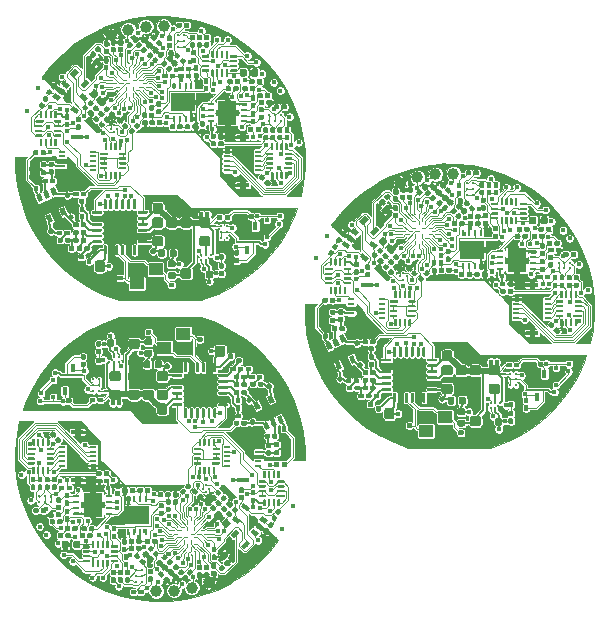
<source format=gtl>
%MOIN*%
%OFA0B0*%
%FSLAX46Y46*%
%IPPOS*%
%LPD*%
%ADD10C,0.017716535433070866*%
%ADD11C,0.0039370078740157488*%
%ADD12C,0.0078740157480314977*%
%ADD13C,0.00984251968503937*%
%ADD14C,0.015748031496062995*%
%ADD15R,0.013779527559055118X0.013779527559055118*%
%ADD16C,0.03937007874015748*%
%ADD17C,0.00984251968503937*%
%ADD18C,0.01968503937007874*%
%ADD19C,0.10236220472440946*%
%ADD20R,0.023622047244094488X0.00984251968503937*%
%ADD21R,0.062992125984251982X0.07874015748031496*%
%ADD22R,0.00984251968503937X0.023622047244094488*%
%ADD23R,0.07874015748031496X0.062992125984251982*%
%ADD24R,0.024803149606299216X0.0090551181102362221*%
%ADD25R,0.043307086614173235X0.014960629921259844*%
%ADD26C,0.0052362204724409455*%
%ADD27C,0.0078740157480314977*%
%ADD28C,0.023228346456692913*%
%ADD29C,0.034448818897637797*%
%ADD30R,0.047244094488188976X0.03937007874015748*%
%ADD31R,0.017716535433070866X0.027559055118110236*%
%ADD32C,0.017716535433070866*%
%ADD33C,0.0078740157480314977*%
%ADD34C,0.0035039370078740156*%
%ADD35C,0.01968503937007874*%
%ADD36C,0.011811023622047244*%
%ADD47C,0.017716535433070866*%
%ADD48C,0.0039370078740157488*%
%ADD49C,0.0078740157480314977*%
%ADD50C,0.00984251968503937*%
%ADD51C,0.015748031496062995*%
%ADD52R,0.013779527559055118X0.013779527559055118*%
%ADD53C,0.03937007874015748*%
%ADD54C,0.00984251968503937*%
%ADD55C,0.01968503937007874*%
%ADD56C,0.10236220472440946*%
%ADD57R,0.023622047244094488X0.00984251968503937*%
%ADD58R,0.062992125984251982X0.07874015748031496*%
%ADD59R,0.00984251968503937X0.023622047244094488*%
%ADD60R,0.07874015748031496X0.062992125984251982*%
%ADD61R,0.024803149606299216X0.0090551181102362221*%
%ADD62R,0.043307086614173235X0.014960629921259844*%
%ADD63C,0.0052362204724409455*%
%ADD64C,0.0078740157480314977*%
%ADD65C,0.023228346456692913*%
%ADD66C,0.034448818897637797*%
%ADD67R,0.047244094488188976X0.03937007874015748*%
%ADD68R,0.017716535433070866X0.027559055118110236*%
%ADD69C,0.017716535433070866*%
%ADD70C,0.0078740157480314977*%
%ADD71C,0.0035039370078740156*%
%ADD72C,0.01968503937007874*%
%ADD73C,0.011811023622047244*%
%ADD74C,0.017716535433070866*%
%ADD75C,0.0039370078740157488*%
%ADD76C,0.0078740157480314977*%
%ADD77C,0.00984251968503937*%
%ADD78C,0.015748031496062995*%
%ADD79R,0.013779527559055118X0.013779527559055118*%
%ADD80C,0.03937007874015748*%
%ADD81C,0.00984251968503937*%
%ADD82C,0.01968503937007874*%
%ADD83C,0.10236220472440946*%
%ADD84R,0.023622047244094488X0.00984251968503937*%
%ADD85R,0.062992125984251982X0.07874015748031496*%
%ADD86R,0.00984251968503937X0.023622047244094488*%
%ADD87R,0.07874015748031496X0.062992125984251982*%
%ADD88R,0.024803149606299216X0.0090551181102362221*%
%ADD89R,0.043307086614173235X0.014960629921259844*%
%ADD90C,0.0052362204724409455*%
%ADD91C,0.0078740157480314977*%
%ADD92C,0.023228346456692913*%
%ADD93C,0.034448818897637797*%
%ADD94R,0.047244094488188976X0.03937007874015748*%
%ADD95R,0.017716535433070866X0.027559055118110236*%
%ADD96C,0.017716535433070866*%
%ADD97C,0.0078740157480314977*%
%ADD98C,0.0035039370078740156*%
%ADD99C,0.01968503937007874*%
%ADD100C,0.011811023622047244*%
G01*
D10*
X0000492125Y0001476377D02*
X0000206883Y0001770540D03*
D11*
G36*
X0000190875Y0001767060D02*
X0000210363Y0001786547D01*
X0000222890Y0001774020D01*
X0000203403Y0001754533D01*
X0000190875Y0001767060D01*
X0000190875Y0001767060D01*
G37*
D10*
X0000243073Y0001734350D03*
D11*
G36*
X0000227066Y0001730870D02*
X0000246553Y0001750357D01*
X0000259081Y0001737830D01*
X0000239593Y0001718342D01*
X0000227066Y0001730870D01*
X0000227066Y0001730870D01*
G37*
D10*
X0000280656Y0001808123D03*
D11*
G36*
X0000264648Y0001804643D02*
X0000284136Y0001824130D01*
X0000296663Y0001811602D01*
X0000277176Y0001792115D01*
X0000264648Y0001804643D01*
X0000264648Y0001804643D01*
G37*
D12*
X0000629921Y0001161417D03*
X0000629921Y0001145669D03*
X0000645669Y0001161417D03*
X0000645669Y0001145669D03*
X0000661417Y0001161417D03*
X0000661417Y0001145669D03*
D13*
X0000694881Y0001220472D03*
X0000714566Y0001220472D03*
X0000694881Y0001240157D03*
X0000714566Y0001240157D03*
X0000694881Y0001259842D03*
X0000714566Y0001259842D03*
X0000895669Y0001610236D03*
X0000895669Y0001629921D03*
X0000875984Y0001610236D03*
X0000875984Y0001629921D03*
X0000856299Y0001610236D03*
X0000856299Y0001629921D03*
X0000551181Y0001856299D03*
X0000570866Y0001856299D03*
X0000551181Y0001875984D03*
X0000570866Y0001875984D03*
X0000551181Y0001895669D03*
X0000570866Y0001895669D03*
D11*
G36*
X0000375388Y0001604168D02*
X0000375770Y0001604111D01*
X0000376145Y0001604017D01*
X0000376509Y0001603887D01*
X0000376858Y0001603722D01*
X0000377189Y0001603523D01*
X0000377500Y0001603293D01*
X0000377786Y0001603034D01*
X0000385024Y0001595796D01*
X0000385283Y0001595509D01*
X0000385514Y0001595199D01*
X0000385712Y0001594868D01*
X0000385877Y0001594518D01*
X0000386007Y0001594155D01*
X0000386101Y0001593780D01*
X0000386158Y0001593398D01*
X0000386177Y0001593012D01*
X0000386158Y0001592626D01*
X0000386101Y0001592244D01*
X0000386007Y0001591869D01*
X0000385877Y0001591505D01*
X0000385712Y0001591156D01*
X0000385514Y0001590825D01*
X0000385283Y0001590514D01*
X0000385024Y0001590228D01*
X0000379456Y0001584660D01*
X0000379170Y0001584401D01*
X0000378860Y0001584171D01*
X0000378528Y0001583972D01*
X0000378179Y0001583807D01*
X0000377815Y0001583677D01*
X0000377440Y0001583583D01*
X0000377058Y0001583526D01*
X0000376672Y0001583507D01*
X0000376286Y0001583526D01*
X0000375904Y0001583583D01*
X0000375529Y0001583677D01*
X0000375166Y0001583807D01*
X0000374816Y0001583972D01*
X0000374485Y0001584171D01*
X0000374175Y0001584401D01*
X0000373888Y0001584660D01*
X0000366650Y0001591898D01*
X0000366391Y0001592185D01*
X0000366161Y0001592495D01*
X0000365962Y0001592826D01*
X0000365797Y0001593176D01*
X0000365667Y0001593539D01*
X0000365573Y0001593914D01*
X0000365516Y0001594296D01*
X0000365497Y0001594682D01*
X0000365516Y0001595068D01*
X0000365573Y0001595450D01*
X0000365667Y0001595825D01*
X0000365797Y0001596189D01*
X0000365962Y0001596538D01*
X0000366161Y0001596869D01*
X0000366391Y0001597180D01*
X0000366650Y0001597466D01*
X0000372218Y0001603034D01*
X0000372504Y0001603293D01*
X0000372815Y0001603523D01*
X0000373146Y0001603722D01*
X0000373495Y0001603887D01*
X0000373859Y0001604017D01*
X0000374234Y0001604111D01*
X0000374616Y0001604168D01*
X0000375002Y0001604187D01*
X0000375388Y0001604168D01*
X0000375388Y0001604168D01*
G37*
D14*
X0000375837Y0001593847D03*
D11*
G36*
X0000357571Y0001621985D02*
X0000357953Y0001621928D01*
X0000358328Y0001621834D01*
X0000358692Y0001621704D01*
X0000359041Y0001621539D01*
X0000359372Y0001621340D01*
X0000359683Y0001621110D01*
X0000359969Y0001620851D01*
X0000367207Y0001613613D01*
X0000367467Y0001613326D01*
X0000367697Y0001613016D01*
X0000367895Y0001612685D01*
X0000368060Y0001612335D01*
X0000368191Y0001611972D01*
X0000368285Y0001611597D01*
X0000368341Y0001611215D01*
X0000368360Y0001610829D01*
X0000368341Y0001610443D01*
X0000368285Y0001610061D01*
X0000368191Y0001609686D01*
X0000368060Y0001609322D01*
X0000367895Y0001608973D01*
X0000367697Y0001608641D01*
X0000367467Y0001608331D01*
X0000367207Y0001608045D01*
X0000361639Y0001602477D01*
X0000361353Y0001602218D01*
X0000361043Y0001601987D01*
X0000360711Y0001601789D01*
X0000360362Y0001601624D01*
X0000359998Y0001601493D01*
X0000359623Y0001601400D01*
X0000359241Y0001601343D01*
X0000358855Y0001601324D01*
X0000358469Y0001601343D01*
X0000358087Y0001601400D01*
X0000357713Y0001601493D01*
X0000357349Y0001601624D01*
X0000356999Y0001601789D01*
X0000356668Y0001601987D01*
X0000356358Y0001602218D01*
X0000356071Y0001602477D01*
X0000348833Y0001609715D01*
X0000348574Y0001610001D01*
X0000348344Y0001610312D01*
X0000348145Y0001610643D01*
X0000347980Y0001610992D01*
X0000347850Y0001611356D01*
X0000347756Y0001611731D01*
X0000347699Y0001612113D01*
X0000347680Y0001612499D01*
X0000347699Y0001612885D01*
X0000347756Y0001613267D01*
X0000347850Y0001613642D01*
X0000347980Y0001614006D01*
X0000348145Y0001614355D01*
X0000348344Y0001614686D01*
X0000348574Y0001614997D01*
X0000348833Y0001615283D01*
X0000354401Y0001620851D01*
X0000354687Y0001621110D01*
X0000354998Y0001621340D01*
X0000355329Y0001621539D01*
X0000355678Y0001621704D01*
X0000356042Y0001621834D01*
X0000356417Y0001621928D01*
X0000356799Y0001621985D01*
X0000357185Y0001622004D01*
X0000357571Y0001621985D01*
X0000357571Y0001621985D01*
G37*
D14*
X0000358020Y0001611664D03*
D12*
X0000339082Y0001595271D03*
X0000327947Y0001584136D03*
X0000350218Y0001584136D03*
X0000339082Y0001573000D03*
D11*
G36*
X0000586606Y0001936988D02*
X0000586988Y0001936932D01*
X0000587363Y0001936838D01*
X0000587727Y0001936708D01*
X0000588076Y0001936542D01*
X0000588407Y0001936344D01*
X0000588718Y0001936114D01*
X0000589004Y0001935854D01*
X0000589263Y0001935568D01*
X0000589493Y0001935258D01*
X0000589692Y0001934926D01*
X0000589857Y0001934577D01*
X0000589987Y0001934213D01*
X0000590081Y0001933838D01*
X0000590138Y0001933456D01*
X0000590157Y0001933070D01*
X0000590157Y0001925196D01*
X0000590138Y0001924810D01*
X0000590081Y0001924428D01*
X0000589987Y0001924054D01*
X0000589857Y0001923690D01*
X0000589692Y0001923340D01*
X0000589493Y0001923009D01*
X0000589263Y0001922699D01*
X0000589004Y0001922412D01*
X0000588718Y0001922153D01*
X0000588407Y0001921923D01*
X0000588076Y0001921724D01*
X0000587727Y0001921559D01*
X0000587363Y0001921429D01*
X0000586988Y0001921335D01*
X0000586606Y0001921278D01*
X0000586220Y0001921259D01*
X0000575984Y0001921259D01*
X0000575598Y0001921278D01*
X0000575216Y0001921335D01*
X0000574841Y0001921429D01*
X0000574477Y0001921559D01*
X0000574128Y0001921724D01*
X0000573796Y0001921923D01*
X0000573486Y0001922153D01*
X0000573200Y0001922412D01*
X0000572940Y0001922699D01*
X0000572710Y0001923009D01*
X0000572512Y0001923340D01*
X0000572346Y0001923690D01*
X0000572216Y0001924054D01*
X0000572122Y0001924428D01*
X0000572066Y0001924810D01*
X0000572047Y0001925196D01*
X0000572047Y0001933070D01*
X0000572066Y0001933456D01*
X0000572122Y0001933838D01*
X0000572216Y0001934213D01*
X0000572346Y0001934577D01*
X0000572512Y0001934926D01*
X0000572710Y0001935258D01*
X0000572940Y0001935568D01*
X0000573200Y0001935854D01*
X0000573486Y0001936114D01*
X0000573796Y0001936344D01*
X0000574128Y0001936542D01*
X0000574477Y0001936708D01*
X0000574841Y0001936838D01*
X0000575216Y0001936932D01*
X0000575598Y0001936988D01*
X0000575984Y0001937007D01*
X0000586220Y0001937007D01*
X0000586606Y0001936988D01*
X0000586606Y0001936988D01*
G37*
D14*
X0000581102Y0001929133D03*
D11*
G36*
X0000561409Y0001936988D02*
X0000561791Y0001936932D01*
X0000562166Y0001936838D01*
X0000562530Y0001936708D01*
X0000562879Y0001936542D01*
X0000563210Y0001936344D01*
X0000563521Y0001936114D01*
X0000563807Y0001935854D01*
X0000564066Y0001935568D01*
X0000564297Y0001935258D01*
X0000564495Y0001934926D01*
X0000564660Y0001934577D01*
X0000564791Y0001934213D01*
X0000564885Y0001933838D01*
X0000564941Y0001933456D01*
X0000564960Y0001933070D01*
X0000564960Y0001925196D01*
X0000564941Y0001924810D01*
X0000564885Y0001924428D01*
X0000564791Y0001924054D01*
X0000564660Y0001923690D01*
X0000564495Y0001923340D01*
X0000564297Y0001923009D01*
X0000564066Y0001922699D01*
X0000563807Y0001922412D01*
X0000563521Y0001922153D01*
X0000563210Y0001921923D01*
X0000562879Y0001921724D01*
X0000562530Y0001921559D01*
X0000562166Y0001921429D01*
X0000561791Y0001921335D01*
X0000561409Y0001921278D01*
X0000561023Y0001921259D01*
X0000550787Y0001921259D01*
X0000550401Y0001921278D01*
X0000550019Y0001921335D01*
X0000549644Y0001921429D01*
X0000549280Y0001921559D01*
X0000548931Y0001921724D01*
X0000548600Y0001921923D01*
X0000548289Y0001922153D01*
X0000548003Y0001922412D01*
X0000547744Y0001922699D01*
X0000547513Y0001923009D01*
X0000547315Y0001923340D01*
X0000547150Y0001923690D01*
X0000547019Y0001924054D01*
X0000546926Y0001924428D01*
X0000546869Y0001924810D01*
X0000546850Y0001925196D01*
X0000546850Y0001933070D01*
X0000546869Y0001933456D01*
X0000546926Y0001933838D01*
X0000547019Y0001934213D01*
X0000547150Y0001934577D01*
X0000547315Y0001934926D01*
X0000547513Y0001935258D01*
X0000547744Y0001935568D01*
X0000548003Y0001935854D01*
X0000548289Y0001936114D01*
X0000548600Y0001936344D01*
X0000548931Y0001936542D01*
X0000549280Y0001936708D01*
X0000549644Y0001936838D01*
X0000550019Y0001936932D01*
X0000550401Y0001936988D01*
X0000550787Y0001937007D01*
X0000561023Y0001937007D01*
X0000561409Y0001936988D01*
X0000561409Y0001936988D01*
G37*
D14*
X0000555905Y0001929133D03*
D11*
G36*
X0000885818Y0001664941D02*
X0000886201Y0001664884D01*
X0000886575Y0001664791D01*
X0000886939Y0001664660D01*
X0000887288Y0001664495D01*
X0000887620Y0001664297D01*
X0000887930Y0001664066D01*
X0000888216Y0001663807D01*
X0000888476Y0001663521D01*
X0000888706Y0001663210D01*
X0000888905Y0001662879D01*
X0000889070Y0001662530D01*
X0000889200Y0001662166D01*
X0000889294Y0001661791D01*
X0000889351Y0001661409D01*
X0000889370Y0001661023D01*
X0000889370Y0001653149D01*
X0000889351Y0001652763D01*
X0000889294Y0001652381D01*
X0000889200Y0001652006D01*
X0000889070Y0001651642D01*
X0000888905Y0001651293D01*
X0000888706Y0001650962D01*
X0000888476Y0001650652D01*
X0000888216Y0001650365D01*
X0000887930Y0001650106D01*
X0000887620Y0001649876D01*
X0000887288Y0001649677D01*
X0000886939Y0001649512D01*
X0000886575Y0001649382D01*
X0000886201Y0001649288D01*
X0000885818Y0001649231D01*
X0000885433Y0001649212D01*
X0000875196Y0001649212D01*
X0000874810Y0001649231D01*
X0000874428Y0001649288D01*
X0000874054Y0001649382D01*
X0000873690Y0001649512D01*
X0000873340Y0001649677D01*
X0000873009Y0001649876D01*
X0000872699Y0001650106D01*
X0000872412Y0001650365D01*
X0000872153Y0001650652D01*
X0000871923Y0001650962D01*
X0000871724Y0001651293D01*
X0000871559Y0001651642D01*
X0000871429Y0001652006D01*
X0000871335Y0001652381D01*
X0000871278Y0001652763D01*
X0000871259Y0001653149D01*
X0000871259Y0001661023D01*
X0000871278Y0001661409D01*
X0000871335Y0001661791D01*
X0000871429Y0001662166D01*
X0000871559Y0001662530D01*
X0000871724Y0001662879D01*
X0000871923Y0001663210D01*
X0000872153Y0001663521D01*
X0000872412Y0001663807D01*
X0000872699Y0001664066D01*
X0000873009Y0001664297D01*
X0000873340Y0001664495D01*
X0000873690Y0001664660D01*
X0000874054Y0001664791D01*
X0000874428Y0001664884D01*
X0000874810Y0001664941D01*
X0000875196Y0001664960D01*
X0000885433Y0001664960D01*
X0000885818Y0001664941D01*
X0000885818Y0001664941D01*
G37*
D14*
X0000880314Y0001657086D03*
D11*
G36*
X0000911015Y0001664941D02*
X0000911397Y0001664884D01*
X0000911772Y0001664791D01*
X0000912136Y0001664660D01*
X0000912485Y0001664495D01*
X0000912817Y0001664297D01*
X0000913127Y0001664066D01*
X0000913413Y0001663807D01*
X0000913673Y0001663521D01*
X0000913903Y0001663210D01*
X0000914102Y0001662879D01*
X0000914267Y0001662530D01*
X0000914397Y0001662166D01*
X0000914491Y0001661791D01*
X0000914547Y0001661409D01*
X0000914566Y0001661023D01*
X0000914566Y0001653149D01*
X0000914547Y0001652763D01*
X0000914491Y0001652381D01*
X0000914397Y0001652006D01*
X0000914267Y0001651642D01*
X0000914102Y0001651293D01*
X0000913903Y0001650962D01*
X0000913673Y0001650652D01*
X0000913413Y0001650365D01*
X0000913127Y0001650106D01*
X0000912817Y0001649876D01*
X0000912485Y0001649677D01*
X0000912136Y0001649512D01*
X0000911772Y0001649382D01*
X0000911397Y0001649288D01*
X0000911015Y0001649231D01*
X0000910629Y0001649212D01*
X0000900393Y0001649212D01*
X0000900007Y0001649231D01*
X0000899625Y0001649288D01*
X0000899250Y0001649382D01*
X0000898887Y0001649512D01*
X0000898537Y0001649677D01*
X0000898206Y0001649876D01*
X0000897896Y0001650106D01*
X0000897609Y0001650365D01*
X0000897350Y0001650652D01*
X0000897120Y0001650962D01*
X0000896921Y0001651293D01*
X0000896756Y0001651642D01*
X0000896626Y0001652006D01*
X0000896532Y0001652381D01*
X0000896475Y0001652763D01*
X0000896456Y0001653149D01*
X0000896456Y0001661023D01*
X0000896475Y0001661409D01*
X0000896532Y0001661791D01*
X0000896626Y0001662166D01*
X0000896756Y0001662530D01*
X0000896921Y0001662879D01*
X0000897120Y0001663210D01*
X0000897350Y0001663521D01*
X0000897609Y0001663807D01*
X0000897896Y0001664066D01*
X0000898206Y0001664297D01*
X0000898537Y0001664495D01*
X0000898887Y0001664660D01*
X0000899250Y0001664791D01*
X0000899625Y0001664884D01*
X0000900007Y0001664941D01*
X0000900393Y0001664960D01*
X0000910629Y0001664960D01*
X0000911015Y0001664941D01*
X0000911015Y0001664941D01*
G37*
D14*
X0000905511Y0001657086D03*
D15*
X0000891338Y0001235236D03*
X0000891338Y0001292322D03*
D16*
X0000385917Y0001914384D03*
X0000329017Y0001895184D03*
X0000445017Y0001924384D03*
X0000505217Y0001925784D03*
D11*
G36*
X0000296008Y0001211602D02*
X0000296247Y0001211566D01*
X0000296482Y0001211508D01*
X0000296709Y0001211426D01*
X0000296927Y0001211323D01*
X0000297134Y0001211199D01*
X0000297328Y0001211055D01*
X0000297507Y0001210893D01*
X0000297669Y0001210714D01*
X0000297813Y0001210520D01*
X0000297937Y0001210313D01*
X0000298041Y0001210095D01*
X0000298122Y0001209867D01*
X0000298181Y0001209633D01*
X0000298216Y0001209394D01*
X0000298228Y0001209153D01*
X0000298228Y0001204232D01*
X0000298216Y0001203991D01*
X0000298181Y0001203752D01*
X0000298122Y0001203517D01*
X0000298041Y0001203290D01*
X0000297937Y0001203072D01*
X0000297813Y0001202865D01*
X0000297669Y0001202671D01*
X0000297507Y0001202492D01*
X0000297328Y0001202330D01*
X0000297134Y0001202186D01*
X0000296927Y0001202062D01*
X0000296709Y0001201958D01*
X0000296482Y0001201877D01*
X0000296247Y0001201818D01*
X0000296008Y0001201783D01*
X0000295767Y0001201771D01*
X0000268208Y0001201771D01*
X0000267967Y0001201783D01*
X0000267728Y0001201818D01*
X0000267494Y0001201877D01*
X0000267267Y0001201958D01*
X0000267048Y0001202062D01*
X0000266841Y0001202186D01*
X0000266647Y0001202330D01*
X0000266468Y0001202492D01*
X0000266306Y0001202671D01*
X0000266162Y0001202865D01*
X0000266038Y0001203072D01*
X0000265935Y0001203290D01*
X0000265853Y0001203517D01*
X0000265795Y0001203752D01*
X0000265759Y0001203991D01*
X0000265748Y0001204232D01*
X0000265748Y0001209153D01*
X0000265759Y0001209394D01*
X0000265795Y0001209633D01*
X0000265853Y0001209867D01*
X0000265935Y0001210095D01*
X0000266038Y0001210313D01*
X0000266162Y0001210520D01*
X0000266306Y0001210714D01*
X0000266468Y0001210893D01*
X0000266647Y0001211055D01*
X0000266841Y0001211199D01*
X0000267048Y0001211323D01*
X0000267267Y0001211426D01*
X0000267494Y0001211508D01*
X0000267728Y0001211566D01*
X0000267967Y0001211602D01*
X0000268208Y0001211614D01*
X0000295767Y0001211614D01*
X0000296008Y0001211602D01*
X0000296008Y0001211602D01*
G37*
D17*
X0000281988Y0001206692D03*
D11*
G36*
X0000296008Y0001231287D02*
X0000296247Y0001231251D01*
X0000296482Y0001231193D01*
X0000296709Y0001231111D01*
X0000296927Y0001231008D01*
X0000297134Y0001230884D01*
X0000297328Y0001230740D01*
X0000297507Y0001230578D01*
X0000297669Y0001230399D01*
X0000297813Y0001230205D01*
X0000297937Y0001229998D01*
X0000298041Y0001229780D01*
X0000298122Y0001229552D01*
X0000298181Y0001229318D01*
X0000298216Y0001229079D01*
X0000298228Y0001228838D01*
X0000298228Y0001223917D01*
X0000298216Y0001223676D01*
X0000298181Y0001223437D01*
X0000298122Y0001223203D01*
X0000298041Y0001222975D01*
X0000297937Y0001222757D01*
X0000297813Y0001222550D01*
X0000297669Y0001222356D01*
X0000297507Y0001222177D01*
X0000297328Y0001222015D01*
X0000297134Y0001221871D01*
X0000296927Y0001221747D01*
X0000296709Y0001221644D01*
X0000296482Y0001221562D01*
X0000296247Y0001221503D01*
X0000296008Y0001221468D01*
X0000295767Y0001221456D01*
X0000268208Y0001221456D01*
X0000267967Y0001221468D01*
X0000267728Y0001221503D01*
X0000267494Y0001221562D01*
X0000267267Y0001221644D01*
X0000267048Y0001221747D01*
X0000266841Y0001221871D01*
X0000266647Y0001222015D01*
X0000266468Y0001222177D01*
X0000266306Y0001222356D01*
X0000266162Y0001222550D01*
X0000266038Y0001222757D01*
X0000265935Y0001222975D01*
X0000265853Y0001223203D01*
X0000265795Y0001223437D01*
X0000265759Y0001223676D01*
X0000265748Y0001223917D01*
X0000265748Y0001228838D01*
X0000265759Y0001229079D01*
X0000265795Y0001229318D01*
X0000265853Y0001229552D01*
X0000265935Y0001229780D01*
X0000266038Y0001229998D01*
X0000266162Y0001230205D01*
X0000266306Y0001230399D01*
X0000266468Y0001230578D01*
X0000266647Y0001230740D01*
X0000266841Y0001230884D01*
X0000267048Y0001231008D01*
X0000267267Y0001231111D01*
X0000267494Y0001231193D01*
X0000267728Y0001231251D01*
X0000267967Y0001231287D01*
X0000268208Y0001231299D01*
X0000295767Y0001231299D01*
X0000296008Y0001231287D01*
X0000296008Y0001231287D01*
G37*
D17*
X0000281988Y0001226377D03*
D11*
G36*
X0000296008Y0001250972D02*
X0000296247Y0001250936D01*
X0000296482Y0001250878D01*
X0000296709Y0001250796D01*
X0000296927Y0001250693D01*
X0000297134Y0001250569D01*
X0000297328Y0001250425D01*
X0000297507Y0001250263D01*
X0000297669Y0001250084D01*
X0000297813Y0001249890D01*
X0000297937Y0001249683D01*
X0000298041Y0001249465D01*
X0000298122Y0001249237D01*
X0000298181Y0001249003D01*
X0000298216Y0001248764D01*
X0000298228Y0001248523D01*
X0000298228Y0001243602D01*
X0000298216Y0001243361D01*
X0000298181Y0001243122D01*
X0000298122Y0001242888D01*
X0000298041Y0001242660D01*
X0000297937Y0001242442D01*
X0000297813Y0001242235D01*
X0000297669Y0001242041D01*
X0000297507Y0001241862D01*
X0000297328Y0001241700D01*
X0000297134Y0001241556D01*
X0000296927Y0001241432D01*
X0000296709Y0001241329D01*
X0000296482Y0001241247D01*
X0000296247Y0001241189D01*
X0000296008Y0001241153D01*
X0000295767Y0001241141D01*
X0000268208Y0001241141D01*
X0000267967Y0001241153D01*
X0000267728Y0001241189D01*
X0000267494Y0001241247D01*
X0000267267Y0001241329D01*
X0000267048Y0001241432D01*
X0000266841Y0001241556D01*
X0000266647Y0001241700D01*
X0000266468Y0001241862D01*
X0000266306Y0001242041D01*
X0000266162Y0001242235D01*
X0000266038Y0001242442D01*
X0000265935Y0001242660D01*
X0000265853Y0001242888D01*
X0000265795Y0001243122D01*
X0000265759Y0001243361D01*
X0000265748Y0001243602D01*
X0000265748Y0001248523D01*
X0000265759Y0001248764D01*
X0000265795Y0001249003D01*
X0000265853Y0001249237D01*
X0000265935Y0001249465D01*
X0000266038Y0001249683D01*
X0000266162Y0001249890D01*
X0000266306Y0001250084D01*
X0000266468Y0001250263D01*
X0000266647Y0001250425D01*
X0000266841Y0001250569D01*
X0000267048Y0001250693D01*
X0000267267Y0001250796D01*
X0000267494Y0001250878D01*
X0000267728Y0001250936D01*
X0000267967Y0001250972D01*
X0000268208Y0001250984D01*
X0000295767Y0001250984D01*
X0000296008Y0001250972D01*
X0000296008Y0001250972D01*
G37*
D17*
X0000281988Y0001246062D03*
D11*
G36*
X0000296008Y0001270657D02*
X0000296247Y0001270621D01*
X0000296482Y0001270563D01*
X0000296709Y0001270481D01*
X0000296927Y0001270378D01*
X0000297134Y0001270254D01*
X0000297328Y0001270110D01*
X0000297507Y0001269948D01*
X0000297669Y0001269769D01*
X0000297813Y0001269575D01*
X0000297937Y0001269368D01*
X0000298041Y0001269150D01*
X0000298122Y0001268922D01*
X0000298181Y0001268688D01*
X0000298216Y0001268449D01*
X0000298228Y0001268208D01*
X0000298228Y0001263287D01*
X0000298216Y0001263046D01*
X0000298181Y0001262807D01*
X0000298122Y0001262573D01*
X0000298041Y0001262345D01*
X0000297937Y0001262127D01*
X0000297813Y0001261920D01*
X0000297669Y0001261726D01*
X0000297507Y0001261547D01*
X0000297328Y0001261385D01*
X0000297134Y0001261241D01*
X0000296927Y0001261117D01*
X0000296709Y0001261014D01*
X0000296482Y0001260932D01*
X0000296247Y0001260874D01*
X0000296008Y0001260838D01*
X0000295767Y0001260826D01*
X0000268208Y0001260826D01*
X0000267967Y0001260838D01*
X0000267728Y0001260874D01*
X0000267494Y0001260932D01*
X0000267267Y0001261014D01*
X0000267048Y0001261117D01*
X0000266841Y0001261241D01*
X0000266647Y0001261385D01*
X0000266468Y0001261547D01*
X0000266306Y0001261726D01*
X0000266162Y0001261920D01*
X0000266038Y0001262127D01*
X0000265935Y0001262345D01*
X0000265853Y0001262573D01*
X0000265795Y0001262807D01*
X0000265759Y0001263046D01*
X0000265748Y0001263287D01*
X0000265748Y0001268208D01*
X0000265759Y0001268449D01*
X0000265795Y0001268688D01*
X0000265853Y0001268922D01*
X0000265935Y0001269150D01*
X0000266038Y0001269368D01*
X0000266162Y0001269575D01*
X0000266306Y0001269769D01*
X0000266468Y0001269948D01*
X0000266647Y0001270110D01*
X0000266841Y0001270254D01*
X0000267048Y0001270378D01*
X0000267267Y0001270481D01*
X0000267494Y0001270563D01*
X0000267728Y0001270621D01*
X0000267967Y0001270657D01*
X0000268208Y0001270669D01*
X0000295767Y0001270669D01*
X0000296008Y0001270657D01*
X0000296008Y0001270657D01*
G37*
D17*
X0000281988Y0001265748D03*
D11*
G36*
X0000296008Y0001290342D02*
X0000296247Y0001290307D01*
X0000296482Y0001290248D01*
X0000296709Y0001290166D01*
X0000296927Y0001290063D01*
X0000297134Y0001289939D01*
X0000297328Y0001289795D01*
X0000297507Y0001289633D01*
X0000297669Y0001289454D01*
X0000297813Y0001289260D01*
X0000297937Y0001289053D01*
X0000298041Y0001288835D01*
X0000298122Y0001288607D01*
X0000298181Y0001288373D01*
X0000298216Y0001288134D01*
X0000298228Y0001287893D01*
X0000298228Y0001282972D01*
X0000298216Y0001282731D01*
X0000298181Y0001282492D01*
X0000298122Y0001282258D01*
X0000298041Y0001282030D01*
X0000297937Y0001281812D01*
X0000297813Y0001281605D01*
X0000297669Y0001281411D01*
X0000297507Y0001281232D01*
X0000297328Y0001281070D01*
X0000297134Y0001280926D01*
X0000296927Y0001280802D01*
X0000296709Y0001280699D01*
X0000296482Y0001280617D01*
X0000296247Y0001280559D01*
X0000296008Y0001280523D01*
X0000295767Y0001280511D01*
X0000268208Y0001280511D01*
X0000267967Y0001280523D01*
X0000267728Y0001280559D01*
X0000267494Y0001280617D01*
X0000267267Y0001280699D01*
X0000267048Y0001280802D01*
X0000266841Y0001280926D01*
X0000266647Y0001281070D01*
X0000266468Y0001281232D01*
X0000266306Y0001281411D01*
X0000266162Y0001281605D01*
X0000266038Y0001281812D01*
X0000265935Y0001282030D01*
X0000265853Y0001282258D01*
X0000265795Y0001282492D01*
X0000265759Y0001282731D01*
X0000265748Y0001282972D01*
X0000265748Y0001287893D01*
X0000265759Y0001288134D01*
X0000265795Y0001288373D01*
X0000265853Y0001288607D01*
X0000265935Y0001288835D01*
X0000266038Y0001289053D01*
X0000266162Y0001289260D01*
X0000266306Y0001289454D01*
X0000266468Y0001289633D01*
X0000266647Y0001289795D01*
X0000266841Y0001289939D01*
X0000267048Y0001290063D01*
X0000267267Y0001290166D01*
X0000267494Y0001290248D01*
X0000267728Y0001290307D01*
X0000267967Y0001290342D01*
X0000268208Y0001290354D01*
X0000295767Y0001290354D01*
X0000296008Y0001290342D01*
X0000296008Y0001290342D01*
G37*
D17*
X0000281988Y0001285433D03*
D11*
G36*
X0000296008Y0001310027D02*
X0000296247Y0001309992D01*
X0000296482Y0001309933D01*
X0000296709Y0001309852D01*
X0000296927Y0001309748D01*
X0000297134Y0001309624D01*
X0000297328Y0001309480D01*
X0000297507Y0001309318D01*
X0000297669Y0001309139D01*
X0000297813Y0001308945D01*
X0000297937Y0001308738D01*
X0000298041Y0001308520D01*
X0000298122Y0001308293D01*
X0000298181Y0001308058D01*
X0000298216Y0001307819D01*
X0000298228Y0001307578D01*
X0000298228Y0001302657D01*
X0000298216Y0001302416D01*
X0000298181Y0001302177D01*
X0000298122Y0001301943D01*
X0000298041Y0001301715D01*
X0000297937Y0001301497D01*
X0000297813Y0001301290D01*
X0000297669Y0001301096D01*
X0000297507Y0001300917D01*
X0000297328Y0001300755D01*
X0000297134Y0001300611D01*
X0000296927Y0001300487D01*
X0000296709Y0001300384D01*
X0000296482Y0001300302D01*
X0000296247Y0001300244D01*
X0000296008Y0001300208D01*
X0000295767Y0001300196D01*
X0000268208Y0001300196D01*
X0000267967Y0001300208D01*
X0000267728Y0001300244D01*
X0000267494Y0001300302D01*
X0000267267Y0001300384D01*
X0000267048Y0001300487D01*
X0000266841Y0001300611D01*
X0000266647Y0001300755D01*
X0000266468Y0001300917D01*
X0000266306Y0001301096D01*
X0000266162Y0001301290D01*
X0000266038Y0001301497D01*
X0000265935Y0001301715D01*
X0000265853Y0001301943D01*
X0000265795Y0001302177D01*
X0000265759Y0001302416D01*
X0000265748Y0001302657D01*
X0000265748Y0001307578D01*
X0000265759Y0001307819D01*
X0000265795Y0001308058D01*
X0000265853Y0001308293D01*
X0000265935Y0001308520D01*
X0000266038Y0001308738D01*
X0000266162Y0001308945D01*
X0000266306Y0001309139D01*
X0000266468Y0001309318D01*
X0000266647Y0001309480D01*
X0000266841Y0001309624D01*
X0000267048Y0001309748D01*
X0000267267Y0001309852D01*
X0000267494Y0001309933D01*
X0000267728Y0001309992D01*
X0000267967Y0001310027D01*
X0000268208Y0001310039D01*
X0000295767Y0001310039D01*
X0000296008Y0001310027D01*
X0000296008Y0001310027D01*
G37*
D17*
X0000281988Y0001305118D03*
D11*
G36*
X0000311756Y0001348413D02*
X0000311995Y0001348377D01*
X0000312230Y0001348319D01*
X0000312457Y0001348237D01*
X0000312675Y0001348134D01*
X0000312882Y0001348010D01*
X0000313076Y0001347866D01*
X0000313255Y0001347704D01*
X0000313417Y0001347525D01*
X0000313561Y0001347331D01*
X0000313685Y0001347124D01*
X0000313789Y0001346906D01*
X0000313870Y0001346678D01*
X0000313929Y0001346444D01*
X0000313964Y0001346205D01*
X0000313976Y0001345964D01*
X0000313976Y0001318405D01*
X0000313964Y0001318164D01*
X0000313929Y0001317925D01*
X0000313870Y0001317691D01*
X0000313789Y0001317463D01*
X0000313685Y0001317245D01*
X0000313561Y0001317038D01*
X0000313417Y0001316844D01*
X0000313255Y0001316665D01*
X0000313076Y0001316503D01*
X0000312882Y0001316359D01*
X0000312675Y0001316235D01*
X0000312457Y0001316132D01*
X0000312230Y0001316050D01*
X0000311995Y0001315992D01*
X0000311756Y0001315956D01*
X0000311515Y0001315944D01*
X0000306594Y0001315944D01*
X0000306353Y0001315956D01*
X0000306114Y0001315992D01*
X0000305880Y0001316050D01*
X0000305652Y0001316132D01*
X0000305434Y0001316235D01*
X0000305227Y0001316359D01*
X0000305033Y0001316503D01*
X0000304854Y0001316665D01*
X0000304692Y0001316844D01*
X0000304548Y0001317038D01*
X0000304424Y0001317245D01*
X0000304321Y0001317463D01*
X0000304239Y0001317691D01*
X0000304181Y0001317925D01*
X0000304145Y0001318164D01*
X0000304133Y0001318405D01*
X0000304133Y0001345964D01*
X0000304145Y0001346205D01*
X0000304181Y0001346444D01*
X0000304239Y0001346678D01*
X0000304321Y0001346906D01*
X0000304424Y0001347124D01*
X0000304548Y0001347331D01*
X0000304692Y0001347525D01*
X0000304854Y0001347704D01*
X0000305033Y0001347866D01*
X0000305227Y0001348010D01*
X0000305434Y0001348134D01*
X0000305652Y0001348237D01*
X0000305880Y0001348319D01*
X0000306114Y0001348377D01*
X0000306353Y0001348413D01*
X0000306594Y0001348425D01*
X0000311515Y0001348425D01*
X0000311756Y0001348413D01*
X0000311756Y0001348413D01*
G37*
D17*
X0000309055Y0001332185D03*
D11*
G36*
X0000331441Y0001348413D02*
X0000331680Y0001348377D01*
X0000331915Y0001348319D01*
X0000332142Y0001348237D01*
X0000332360Y0001348134D01*
X0000332567Y0001348010D01*
X0000332761Y0001347866D01*
X0000332940Y0001347704D01*
X0000333102Y0001347525D01*
X0000333246Y0001347331D01*
X0000333370Y0001347124D01*
X0000333474Y0001346906D01*
X0000333555Y0001346678D01*
X0000333614Y0001346444D01*
X0000333649Y0001346205D01*
X0000333661Y0001345964D01*
X0000333661Y0001318405D01*
X0000333649Y0001318164D01*
X0000333614Y0001317925D01*
X0000333555Y0001317691D01*
X0000333474Y0001317463D01*
X0000333370Y0001317245D01*
X0000333246Y0001317038D01*
X0000333102Y0001316844D01*
X0000332940Y0001316665D01*
X0000332761Y0001316503D01*
X0000332567Y0001316359D01*
X0000332360Y0001316235D01*
X0000332142Y0001316132D01*
X0000331915Y0001316050D01*
X0000331680Y0001315992D01*
X0000331441Y0001315956D01*
X0000331200Y0001315944D01*
X0000326279Y0001315944D01*
X0000326038Y0001315956D01*
X0000325799Y0001315992D01*
X0000325565Y0001316050D01*
X0000325337Y0001316132D01*
X0000325119Y0001316235D01*
X0000324912Y0001316359D01*
X0000324718Y0001316503D01*
X0000324539Y0001316665D01*
X0000324377Y0001316844D01*
X0000324233Y0001317038D01*
X0000324109Y0001317245D01*
X0000324006Y0001317463D01*
X0000323924Y0001317691D01*
X0000323866Y0001317925D01*
X0000323830Y0001318164D01*
X0000323818Y0001318405D01*
X0000323818Y0001345964D01*
X0000323830Y0001346205D01*
X0000323866Y0001346444D01*
X0000323924Y0001346678D01*
X0000324006Y0001346906D01*
X0000324109Y0001347124D01*
X0000324233Y0001347331D01*
X0000324377Y0001347525D01*
X0000324539Y0001347704D01*
X0000324718Y0001347866D01*
X0000324912Y0001348010D01*
X0000325119Y0001348134D01*
X0000325337Y0001348237D01*
X0000325565Y0001348319D01*
X0000325799Y0001348377D01*
X0000326038Y0001348413D01*
X0000326279Y0001348425D01*
X0000331200Y0001348425D01*
X0000331441Y0001348413D01*
X0000331441Y0001348413D01*
G37*
D17*
X0000328740Y0001332185D03*
D11*
G36*
X0000351127Y0001348413D02*
X0000351365Y0001348377D01*
X0000351600Y0001348319D01*
X0000351827Y0001348237D01*
X0000352045Y0001348134D01*
X0000352252Y0001348010D01*
X0000352446Y0001347866D01*
X0000352625Y0001347704D01*
X0000352787Y0001347525D01*
X0000352931Y0001347331D01*
X0000353055Y0001347124D01*
X0000353159Y0001346906D01*
X0000353240Y0001346678D01*
X0000353299Y0001346444D01*
X0000353334Y0001346205D01*
X0000353346Y0001345964D01*
X0000353346Y0001318405D01*
X0000353334Y0001318164D01*
X0000353299Y0001317925D01*
X0000353240Y0001317691D01*
X0000353159Y0001317463D01*
X0000353055Y0001317245D01*
X0000352931Y0001317038D01*
X0000352787Y0001316844D01*
X0000352625Y0001316665D01*
X0000352446Y0001316503D01*
X0000352252Y0001316359D01*
X0000352045Y0001316235D01*
X0000351827Y0001316132D01*
X0000351600Y0001316050D01*
X0000351365Y0001315992D01*
X0000351127Y0001315956D01*
X0000350885Y0001315944D01*
X0000345964Y0001315944D01*
X0000345723Y0001315956D01*
X0000345484Y0001315992D01*
X0000345250Y0001316050D01*
X0000345022Y0001316132D01*
X0000344804Y0001316235D01*
X0000344597Y0001316359D01*
X0000344403Y0001316503D01*
X0000344224Y0001316665D01*
X0000344062Y0001316844D01*
X0000343918Y0001317038D01*
X0000343794Y0001317245D01*
X0000343691Y0001317463D01*
X0000343609Y0001317691D01*
X0000343551Y0001317925D01*
X0000343515Y0001318164D01*
X0000343503Y0001318405D01*
X0000343503Y0001345964D01*
X0000343515Y0001346205D01*
X0000343551Y0001346444D01*
X0000343609Y0001346678D01*
X0000343691Y0001346906D01*
X0000343794Y0001347124D01*
X0000343918Y0001347331D01*
X0000344062Y0001347525D01*
X0000344224Y0001347704D01*
X0000344403Y0001347866D01*
X0000344597Y0001348010D01*
X0000344804Y0001348134D01*
X0000345022Y0001348237D01*
X0000345250Y0001348319D01*
X0000345484Y0001348377D01*
X0000345723Y0001348413D01*
X0000345964Y0001348425D01*
X0000350885Y0001348425D01*
X0000351127Y0001348413D01*
X0000351127Y0001348413D01*
G37*
D17*
X0000348425Y0001332185D03*
D11*
G36*
X0000370812Y0001348413D02*
X0000371050Y0001348377D01*
X0000371285Y0001348319D01*
X0000371512Y0001348237D01*
X0000371730Y0001348134D01*
X0000371937Y0001348010D01*
X0000372131Y0001347866D01*
X0000372310Y0001347704D01*
X0000372472Y0001347525D01*
X0000372616Y0001347331D01*
X0000372740Y0001347124D01*
X0000372844Y0001346906D01*
X0000372925Y0001346678D01*
X0000372984Y0001346444D01*
X0000373019Y0001346205D01*
X0000373031Y0001345964D01*
X0000373031Y0001318405D01*
X0000373019Y0001318164D01*
X0000372984Y0001317925D01*
X0000372925Y0001317691D01*
X0000372844Y0001317463D01*
X0000372740Y0001317245D01*
X0000372616Y0001317038D01*
X0000372472Y0001316844D01*
X0000372310Y0001316665D01*
X0000372131Y0001316503D01*
X0000371937Y0001316359D01*
X0000371730Y0001316235D01*
X0000371512Y0001316132D01*
X0000371285Y0001316050D01*
X0000371050Y0001315992D01*
X0000370812Y0001315956D01*
X0000370570Y0001315944D01*
X0000365649Y0001315944D01*
X0000365408Y0001315956D01*
X0000365169Y0001315992D01*
X0000364935Y0001316050D01*
X0000364707Y0001316132D01*
X0000364489Y0001316235D01*
X0000364282Y0001316359D01*
X0000364088Y0001316503D01*
X0000363909Y0001316665D01*
X0000363747Y0001316844D01*
X0000363603Y0001317038D01*
X0000363479Y0001317245D01*
X0000363376Y0001317463D01*
X0000363294Y0001317691D01*
X0000363236Y0001317925D01*
X0000363200Y0001318164D01*
X0000363188Y0001318405D01*
X0000363188Y0001345964D01*
X0000363200Y0001346205D01*
X0000363236Y0001346444D01*
X0000363294Y0001346678D01*
X0000363376Y0001346906D01*
X0000363479Y0001347124D01*
X0000363603Y0001347331D01*
X0000363747Y0001347525D01*
X0000363909Y0001347704D01*
X0000364088Y0001347866D01*
X0000364282Y0001348010D01*
X0000364489Y0001348134D01*
X0000364707Y0001348237D01*
X0000364935Y0001348319D01*
X0000365169Y0001348377D01*
X0000365408Y0001348413D01*
X0000365649Y0001348425D01*
X0000370570Y0001348425D01*
X0000370812Y0001348413D01*
X0000370812Y0001348413D01*
G37*
D17*
X0000368110Y0001332185D03*
D11*
G36*
X0000390497Y0001348413D02*
X0000390735Y0001348377D01*
X0000390970Y0001348319D01*
X0000391197Y0001348237D01*
X0000391415Y0001348134D01*
X0000391622Y0001348010D01*
X0000391816Y0001347866D01*
X0000391995Y0001347704D01*
X0000392157Y0001347525D01*
X0000392301Y0001347331D01*
X0000392425Y0001347124D01*
X0000392529Y0001346906D01*
X0000392610Y0001346678D01*
X0000392669Y0001346444D01*
X0000392704Y0001346205D01*
X0000392716Y0001345964D01*
X0000392716Y0001318405D01*
X0000392704Y0001318164D01*
X0000392669Y0001317925D01*
X0000392610Y0001317691D01*
X0000392529Y0001317463D01*
X0000392425Y0001317245D01*
X0000392301Y0001317038D01*
X0000392157Y0001316844D01*
X0000391995Y0001316665D01*
X0000391816Y0001316503D01*
X0000391622Y0001316359D01*
X0000391415Y0001316235D01*
X0000391197Y0001316132D01*
X0000390970Y0001316050D01*
X0000390735Y0001315992D01*
X0000390497Y0001315956D01*
X0000390255Y0001315944D01*
X0000385334Y0001315944D01*
X0000385093Y0001315956D01*
X0000384854Y0001315992D01*
X0000384620Y0001316050D01*
X0000384392Y0001316132D01*
X0000384174Y0001316235D01*
X0000383967Y0001316359D01*
X0000383773Y0001316503D01*
X0000383594Y0001316665D01*
X0000383432Y0001316844D01*
X0000383288Y0001317038D01*
X0000383164Y0001317245D01*
X0000383061Y0001317463D01*
X0000382979Y0001317691D01*
X0000382921Y0001317925D01*
X0000382885Y0001318164D01*
X0000382874Y0001318405D01*
X0000382874Y0001345964D01*
X0000382885Y0001346205D01*
X0000382921Y0001346444D01*
X0000382979Y0001346678D01*
X0000383061Y0001346906D01*
X0000383164Y0001347124D01*
X0000383288Y0001347331D01*
X0000383432Y0001347525D01*
X0000383594Y0001347704D01*
X0000383773Y0001347866D01*
X0000383967Y0001348010D01*
X0000384174Y0001348134D01*
X0000384392Y0001348237D01*
X0000384620Y0001348319D01*
X0000384854Y0001348377D01*
X0000385093Y0001348413D01*
X0000385334Y0001348425D01*
X0000390255Y0001348425D01*
X0000390497Y0001348413D01*
X0000390497Y0001348413D01*
G37*
D17*
X0000387795Y0001332185D03*
D11*
G36*
X0000410182Y0001348413D02*
X0000410420Y0001348377D01*
X0000410655Y0001348319D01*
X0000410882Y0001348237D01*
X0000411100Y0001348134D01*
X0000411307Y0001348010D01*
X0000411501Y0001347866D01*
X0000411680Y0001347704D01*
X0000411843Y0001347525D01*
X0000411986Y0001347331D01*
X0000412111Y0001347124D01*
X0000412214Y0001346906D01*
X0000412295Y0001346678D01*
X0000412354Y0001346444D01*
X0000412389Y0001346205D01*
X0000412401Y0001345964D01*
X0000412401Y0001318405D01*
X0000412389Y0001318164D01*
X0000412354Y0001317925D01*
X0000412295Y0001317691D01*
X0000412214Y0001317463D01*
X0000412111Y0001317245D01*
X0000411986Y0001317038D01*
X0000411843Y0001316844D01*
X0000411680Y0001316665D01*
X0000411501Y0001316503D01*
X0000411307Y0001316359D01*
X0000411100Y0001316235D01*
X0000410882Y0001316132D01*
X0000410655Y0001316050D01*
X0000410420Y0001315992D01*
X0000410182Y0001315956D01*
X0000409940Y0001315944D01*
X0000405019Y0001315944D01*
X0000404778Y0001315956D01*
X0000404539Y0001315992D01*
X0000404305Y0001316050D01*
X0000404078Y0001316132D01*
X0000403859Y0001316235D01*
X0000403652Y0001316359D01*
X0000403458Y0001316503D01*
X0000403279Y0001316665D01*
X0000403117Y0001316844D01*
X0000402973Y0001317038D01*
X0000402849Y0001317245D01*
X0000402746Y0001317463D01*
X0000402665Y0001317691D01*
X0000402606Y0001317925D01*
X0000402570Y0001318164D01*
X0000402559Y0001318405D01*
X0000402559Y0001345964D01*
X0000402570Y0001346205D01*
X0000402606Y0001346444D01*
X0000402665Y0001346678D01*
X0000402746Y0001346906D01*
X0000402849Y0001347124D01*
X0000402973Y0001347331D01*
X0000403117Y0001347525D01*
X0000403279Y0001347704D01*
X0000403458Y0001347866D01*
X0000403652Y0001348010D01*
X0000403859Y0001348134D01*
X0000404078Y0001348237D01*
X0000404305Y0001348319D01*
X0000404539Y0001348377D01*
X0000404778Y0001348413D01*
X0000405019Y0001348425D01*
X0000409940Y0001348425D01*
X0000410182Y0001348413D01*
X0000410182Y0001348413D01*
G37*
D17*
X0000407480Y0001332185D03*
D11*
G36*
X0000448567Y0001310027D02*
X0000448806Y0001309992D01*
X0000449041Y0001309933D01*
X0000449268Y0001309852D01*
X0000449486Y0001309748D01*
X0000449693Y0001309624D01*
X0000449887Y0001309480D01*
X0000450066Y0001309318D01*
X0000450228Y0001309139D01*
X0000450372Y0001308945D01*
X0000450496Y0001308738D01*
X0000450600Y0001308520D01*
X0000450681Y0001308293D01*
X0000450740Y0001308058D01*
X0000450775Y0001307819D01*
X0000450787Y0001307578D01*
X0000450787Y0001302657D01*
X0000450775Y0001302416D01*
X0000450740Y0001302177D01*
X0000450681Y0001301943D01*
X0000450600Y0001301715D01*
X0000450496Y0001301497D01*
X0000450372Y0001301290D01*
X0000450228Y0001301096D01*
X0000450066Y0001300917D01*
X0000449887Y0001300755D01*
X0000449693Y0001300611D01*
X0000449486Y0001300487D01*
X0000449268Y0001300384D01*
X0000449041Y0001300302D01*
X0000448806Y0001300244D01*
X0000448567Y0001300208D01*
X0000448326Y0001300196D01*
X0000420767Y0001300196D01*
X0000420526Y0001300208D01*
X0000420287Y0001300244D01*
X0000420053Y0001300302D01*
X0000419826Y0001300384D01*
X0000419607Y0001300487D01*
X0000419400Y0001300611D01*
X0000419206Y0001300755D01*
X0000419027Y0001300917D01*
X0000418865Y0001301096D01*
X0000418721Y0001301290D01*
X0000418597Y0001301497D01*
X0000418494Y0001301715D01*
X0000418413Y0001301943D01*
X0000418354Y0001302177D01*
X0000418318Y0001302416D01*
X0000418307Y0001302657D01*
X0000418307Y0001307578D01*
X0000418318Y0001307819D01*
X0000418354Y0001308058D01*
X0000418413Y0001308293D01*
X0000418494Y0001308520D01*
X0000418597Y0001308738D01*
X0000418721Y0001308945D01*
X0000418865Y0001309139D01*
X0000419027Y0001309318D01*
X0000419206Y0001309480D01*
X0000419400Y0001309624D01*
X0000419607Y0001309748D01*
X0000419826Y0001309852D01*
X0000420053Y0001309933D01*
X0000420287Y0001309992D01*
X0000420526Y0001310027D01*
X0000420767Y0001310039D01*
X0000448326Y0001310039D01*
X0000448567Y0001310027D01*
X0000448567Y0001310027D01*
G37*
D17*
X0000434547Y0001305118D03*
D11*
G36*
X0000448567Y0001290342D02*
X0000448806Y0001290307D01*
X0000449041Y0001290248D01*
X0000449268Y0001290166D01*
X0000449486Y0001290063D01*
X0000449693Y0001289939D01*
X0000449887Y0001289795D01*
X0000450066Y0001289633D01*
X0000450228Y0001289454D01*
X0000450372Y0001289260D01*
X0000450496Y0001289053D01*
X0000450600Y0001288835D01*
X0000450681Y0001288607D01*
X0000450740Y0001288373D01*
X0000450775Y0001288134D01*
X0000450787Y0001287893D01*
X0000450787Y0001282972D01*
X0000450775Y0001282731D01*
X0000450740Y0001282492D01*
X0000450681Y0001282258D01*
X0000450600Y0001282030D01*
X0000450496Y0001281812D01*
X0000450372Y0001281605D01*
X0000450228Y0001281411D01*
X0000450066Y0001281232D01*
X0000449887Y0001281070D01*
X0000449693Y0001280926D01*
X0000449486Y0001280802D01*
X0000449268Y0001280699D01*
X0000449041Y0001280617D01*
X0000448806Y0001280559D01*
X0000448567Y0001280523D01*
X0000448326Y0001280511D01*
X0000420767Y0001280511D01*
X0000420526Y0001280523D01*
X0000420287Y0001280559D01*
X0000420053Y0001280617D01*
X0000419826Y0001280699D01*
X0000419607Y0001280802D01*
X0000419400Y0001280926D01*
X0000419206Y0001281070D01*
X0000419027Y0001281232D01*
X0000418865Y0001281411D01*
X0000418721Y0001281605D01*
X0000418597Y0001281812D01*
X0000418494Y0001282030D01*
X0000418413Y0001282258D01*
X0000418354Y0001282492D01*
X0000418318Y0001282731D01*
X0000418307Y0001282972D01*
X0000418307Y0001287893D01*
X0000418318Y0001288134D01*
X0000418354Y0001288373D01*
X0000418413Y0001288607D01*
X0000418494Y0001288835D01*
X0000418597Y0001289053D01*
X0000418721Y0001289260D01*
X0000418865Y0001289454D01*
X0000419027Y0001289633D01*
X0000419206Y0001289795D01*
X0000419400Y0001289939D01*
X0000419607Y0001290063D01*
X0000419826Y0001290166D01*
X0000420053Y0001290248D01*
X0000420287Y0001290307D01*
X0000420526Y0001290342D01*
X0000420767Y0001290354D01*
X0000448326Y0001290354D01*
X0000448567Y0001290342D01*
X0000448567Y0001290342D01*
G37*
D17*
X0000434547Y0001285433D03*
D11*
G36*
X0000448567Y0001270657D02*
X0000448806Y0001270621D01*
X0000449041Y0001270563D01*
X0000449268Y0001270481D01*
X0000449486Y0001270378D01*
X0000449693Y0001270254D01*
X0000449887Y0001270110D01*
X0000450066Y0001269948D01*
X0000450228Y0001269769D01*
X0000450372Y0001269575D01*
X0000450496Y0001269368D01*
X0000450600Y0001269150D01*
X0000450681Y0001268922D01*
X0000450740Y0001268688D01*
X0000450775Y0001268449D01*
X0000450787Y0001268208D01*
X0000450787Y0001263287D01*
X0000450775Y0001263046D01*
X0000450740Y0001262807D01*
X0000450681Y0001262573D01*
X0000450600Y0001262345D01*
X0000450496Y0001262127D01*
X0000450372Y0001261920D01*
X0000450228Y0001261726D01*
X0000450066Y0001261547D01*
X0000449887Y0001261385D01*
X0000449693Y0001261241D01*
X0000449486Y0001261117D01*
X0000449268Y0001261014D01*
X0000449041Y0001260932D01*
X0000448806Y0001260874D01*
X0000448567Y0001260838D01*
X0000448326Y0001260826D01*
X0000420767Y0001260826D01*
X0000420526Y0001260838D01*
X0000420287Y0001260874D01*
X0000420053Y0001260932D01*
X0000419826Y0001261014D01*
X0000419607Y0001261117D01*
X0000419400Y0001261241D01*
X0000419206Y0001261385D01*
X0000419027Y0001261547D01*
X0000418865Y0001261726D01*
X0000418721Y0001261920D01*
X0000418597Y0001262127D01*
X0000418494Y0001262345D01*
X0000418413Y0001262573D01*
X0000418354Y0001262807D01*
X0000418318Y0001263046D01*
X0000418307Y0001263287D01*
X0000418307Y0001268208D01*
X0000418318Y0001268449D01*
X0000418354Y0001268688D01*
X0000418413Y0001268922D01*
X0000418494Y0001269150D01*
X0000418597Y0001269368D01*
X0000418721Y0001269575D01*
X0000418865Y0001269769D01*
X0000419027Y0001269948D01*
X0000419206Y0001270110D01*
X0000419400Y0001270254D01*
X0000419607Y0001270378D01*
X0000419826Y0001270481D01*
X0000420053Y0001270563D01*
X0000420287Y0001270621D01*
X0000420526Y0001270657D01*
X0000420767Y0001270669D01*
X0000448326Y0001270669D01*
X0000448567Y0001270657D01*
X0000448567Y0001270657D01*
G37*
D17*
X0000434547Y0001265748D03*
D11*
G36*
X0000448567Y0001250972D02*
X0000448806Y0001250936D01*
X0000449041Y0001250878D01*
X0000449268Y0001250796D01*
X0000449486Y0001250693D01*
X0000449693Y0001250569D01*
X0000449887Y0001250425D01*
X0000450066Y0001250263D01*
X0000450228Y0001250084D01*
X0000450372Y0001249890D01*
X0000450496Y0001249683D01*
X0000450600Y0001249465D01*
X0000450681Y0001249237D01*
X0000450740Y0001249003D01*
X0000450775Y0001248764D01*
X0000450787Y0001248523D01*
X0000450787Y0001243602D01*
X0000450775Y0001243361D01*
X0000450740Y0001243122D01*
X0000450681Y0001242888D01*
X0000450600Y0001242660D01*
X0000450496Y0001242442D01*
X0000450372Y0001242235D01*
X0000450228Y0001242041D01*
X0000450066Y0001241862D01*
X0000449887Y0001241700D01*
X0000449693Y0001241556D01*
X0000449486Y0001241432D01*
X0000449268Y0001241329D01*
X0000449041Y0001241247D01*
X0000448806Y0001241189D01*
X0000448567Y0001241153D01*
X0000448326Y0001241141D01*
X0000420767Y0001241141D01*
X0000420526Y0001241153D01*
X0000420287Y0001241189D01*
X0000420053Y0001241247D01*
X0000419826Y0001241329D01*
X0000419607Y0001241432D01*
X0000419400Y0001241556D01*
X0000419206Y0001241700D01*
X0000419027Y0001241862D01*
X0000418865Y0001242041D01*
X0000418721Y0001242235D01*
X0000418597Y0001242442D01*
X0000418494Y0001242660D01*
X0000418413Y0001242888D01*
X0000418354Y0001243122D01*
X0000418318Y0001243361D01*
X0000418307Y0001243602D01*
X0000418307Y0001248523D01*
X0000418318Y0001248764D01*
X0000418354Y0001249003D01*
X0000418413Y0001249237D01*
X0000418494Y0001249465D01*
X0000418597Y0001249683D01*
X0000418721Y0001249890D01*
X0000418865Y0001250084D01*
X0000419027Y0001250263D01*
X0000419206Y0001250425D01*
X0000419400Y0001250569D01*
X0000419607Y0001250693D01*
X0000419826Y0001250796D01*
X0000420053Y0001250878D01*
X0000420287Y0001250936D01*
X0000420526Y0001250972D01*
X0000420767Y0001250984D01*
X0000448326Y0001250984D01*
X0000448567Y0001250972D01*
X0000448567Y0001250972D01*
G37*
D17*
X0000434547Y0001246062D03*
D11*
G36*
X0000448567Y0001231287D02*
X0000448806Y0001231251D01*
X0000449041Y0001231193D01*
X0000449268Y0001231111D01*
X0000449486Y0001231008D01*
X0000449693Y0001230884D01*
X0000449887Y0001230740D01*
X0000450066Y0001230578D01*
X0000450228Y0001230399D01*
X0000450372Y0001230205D01*
X0000450496Y0001229998D01*
X0000450600Y0001229780D01*
X0000450681Y0001229552D01*
X0000450740Y0001229318D01*
X0000450775Y0001229079D01*
X0000450787Y0001228838D01*
X0000450787Y0001223917D01*
X0000450775Y0001223676D01*
X0000450740Y0001223437D01*
X0000450681Y0001223203D01*
X0000450600Y0001222975D01*
X0000450496Y0001222757D01*
X0000450372Y0001222550D01*
X0000450228Y0001222356D01*
X0000450066Y0001222177D01*
X0000449887Y0001222015D01*
X0000449693Y0001221871D01*
X0000449486Y0001221747D01*
X0000449268Y0001221644D01*
X0000449041Y0001221562D01*
X0000448806Y0001221503D01*
X0000448567Y0001221468D01*
X0000448326Y0001221456D01*
X0000420767Y0001221456D01*
X0000420526Y0001221468D01*
X0000420287Y0001221503D01*
X0000420053Y0001221562D01*
X0000419826Y0001221644D01*
X0000419607Y0001221747D01*
X0000419400Y0001221871D01*
X0000419206Y0001222015D01*
X0000419027Y0001222177D01*
X0000418865Y0001222356D01*
X0000418721Y0001222550D01*
X0000418597Y0001222757D01*
X0000418494Y0001222975D01*
X0000418413Y0001223203D01*
X0000418354Y0001223437D01*
X0000418318Y0001223676D01*
X0000418307Y0001223917D01*
X0000418307Y0001228838D01*
X0000418318Y0001229079D01*
X0000418354Y0001229318D01*
X0000418413Y0001229552D01*
X0000418494Y0001229780D01*
X0000418597Y0001229998D01*
X0000418721Y0001230205D01*
X0000418865Y0001230399D01*
X0000419027Y0001230578D01*
X0000419206Y0001230740D01*
X0000419400Y0001230884D01*
X0000419607Y0001231008D01*
X0000419826Y0001231111D01*
X0000420053Y0001231193D01*
X0000420287Y0001231251D01*
X0000420526Y0001231287D01*
X0000420767Y0001231299D01*
X0000448326Y0001231299D01*
X0000448567Y0001231287D01*
X0000448567Y0001231287D01*
G37*
D17*
X0000434547Y0001226377D03*
D11*
G36*
X0000448567Y0001211602D02*
X0000448806Y0001211566D01*
X0000449041Y0001211508D01*
X0000449268Y0001211426D01*
X0000449486Y0001211323D01*
X0000449693Y0001211199D01*
X0000449887Y0001211055D01*
X0000450066Y0001210893D01*
X0000450228Y0001210714D01*
X0000450372Y0001210520D01*
X0000450496Y0001210313D01*
X0000450600Y0001210095D01*
X0000450681Y0001209867D01*
X0000450740Y0001209633D01*
X0000450775Y0001209394D01*
X0000450787Y0001209153D01*
X0000450787Y0001204232D01*
X0000450775Y0001203991D01*
X0000450740Y0001203752D01*
X0000450681Y0001203517D01*
X0000450600Y0001203290D01*
X0000450496Y0001203072D01*
X0000450372Y0001202865D01*
X0000450228Y0001202671D01*
X0000450066Y0001202492D01*
X0000449887Y0001202330D01*
X0000449693Y0001202186D01*
X0000449486Y0001202062D01*
X0000449268Y0001201958D01*
X0000449041Y0001201877D01*
X0000448806Y0001201818D01*
X0000448567Y0001201783D01*
X0000448326Y0001201771D01*
X0000420767Y0001201771D01*
X0000420526Y0001201783D01*
X0000420287Y0001201818D01*
X0000420053Y0001201877D01*
X0000419826Y0001201958D01*
X0000419607Y0001202062D01*
X0000419400Y0001202186D01*
X0000419206Y0001202330D01*
X0000419027Y0001202492D01*
X0000418865Y0001202671D01*
X0000418721Y0001202865D01*
X0000418597Y0001203072D01*
X0000418494Y0001203290D01*
X0000418413Y0001203517D01*
X0000418354Y0001203752D01*
X0000418318Y0001203991D01*
X0000418307Y0001204232D01*
X0000418307Y0001209153D01*
X0000418318Y0001209394D01*
X0000418354Y0001209633D01*
X0000418413Y0001209867D01*
X0000418494Y0001210095D01*
X0000418597Y0001210313D01*
X0000418721Y0001210520D01*
X0000418865Y0001210714D01*
X0000419027Y0001210893D01*
X0000419206Y0001211055D01*
X0000419400Y0001211199D01*
X0000419607Y0001211323D01*
X0000419826Y0001211426D01*
X0000420053Y0001211508D01*
X0000420287Y0001211566D01*
X0000420526Y0001211602D01*
X0000420767Y0001211614D01*
X0000448326Y0001211614D01*
X0000448567Y0001211602D01*
X0000448567Y0001211602D01*
G37*
D17*
X0000434547Y0001206692D03*
D11*
G36*
X0000410182Y0001195854D02*
X0000410420Y0001195818D01*
X0000410655Y0001195760D01*
X0000410882Y0001195678D01*
X0000411100Y0001195575D01*
X0000411307Y0001195451D01*
X0000411501Y0001195307D01*
X0000411680Y0001195145D01*
X0000411843Y0001194966D01*
X0000411986Y0001194772D01*
X0000412111Y0001194565D01*
X0000412214Y0001194347D01*
X0000412295Y0001194119D01*
X0000412354Y0001193885D01*
X0000412389Y0001193646D01*
X0000412401Y0001193405D01*
X0000412401Y0001165846D01*
X0000412389Y0001165605D01*
X0000412354Y0001165366D01*
X0000412295Y0001165132D01*
X0000412214Y0001164904D01*
X0000412111Y0001164686D01*
X0000411986Y0001164479D01*
X0000411843Y0001164285D01*
X0000411680Y0001164106D01*
X0000411501Y0001163944D01*
X0000411307Y0001163800D01*
X0000411100Y0001163676D01*
X0000410882Y0001163573D01*
X0000410655Y0001163491D01*
X0000410420Y0001163433D01*
X0000410182Y0001163397D01*
X0000409940Y0001163385D01*
X0000405019Y0001163385D01*
X0000404778Y0001163397D01*
X0000404539Y0001163433D01*
X0000404305Y0001163491D01*
X0000404078Y0001163573D01*
X0000403859Y0001163676D01*
X0000403652Y0001163800D01*
X0000403458Y0001163944D01*
X0000403279Y0001164106D01*
X0000403117Y0001164285D01*
X0000402973Y0001164479D01*
X0000402849Y0001164686D01*
X0000402746Y0001164904D01*
X0000402665Y0001165132D01*
X0000402606Y0001165366D01*
X0000402570Y0001165605D01*
X0000402559Y0001165846D01*
X0000402559Y0001193405D01*
X0000402570Y0001193646D01*
X0000402606Y0001193885D01*
X0000402665Y0001194119D01*
X0000402746Y0001194347D01*
X0000402849Y0001194565D01*
X0000402973Y0001194772D01*
X0000403117Y0001194966D01*
X0000403279Y0001195145D01*
X0000403458Y0001195307D01*
X0000403652Y0001195451D01*
X0000403859Y0001195575D01*
X0000404078Y0001195678D01*
X0000404305Y0001195760D01*
X0000404539Y0001195818D01*
X0000404778Y0001195854D01*
X0000405019Y0001195866D01*
X0000409940Y0001195866D01*
X0000410182Y0001195854D01*
X0000410182Y0001195854D01*
G37*
D17*
X0000407480Y0001179625D03*
D11*
G36*
X0000390497Y0001195854D02*
X0000390735Y0001195818D01*
X0000390970Y0001195760D01*
X0000391197Y0001195678D01*
X0000391415Y0001195575D01*
X0000391622Y0001195451D01*
X0000391816Y0001195307D01*
X0000391995Y0001195145D01*
X0000392157Y0001194966D01*
X0000392301Y0001194772D01*
X0000392425Y0001194565D01*
X0000392529Y0001194347D01*
X0000392610Y0001194119D01*
X0000392669Y0001193885D01*
X0000392704Y0001193646D01*
X0000392716Y0001193405D01*
X0000392716Y0001165846D01*
X0000392704Y0001165605D01*
X0000392669Y0001165366D01*
X0000392610Y0001165132D01*
X0000392529Y0001164904D01*
X0000392425Y0001164686D01*
X0000392301Y0001164479D01*
X0000392157Y0001164285D01*
X0000391995Y0001164106D01*
X0000391816Y0001163944D01*
X0000391622Y0001163800D01*
X0000391415Y0001163676D01*
X0000391197Y0001163573D01*
X0000390970Y0001163491D01*
X0000390735Y0001163433D01*
X0000390497Y0001163397D01*
X0000390255Y0001163385D01*
X0000385334Y0001163385D01*
X0000385093Y0001163397D01*
X0000384854Y0001163433D01*
X0000384620Y0001163491D01*
X0000384392Y0001163573D01*
X0000384174Y0001163676D01*
X0000383967Y0001163800D01*
X0000383773Y0001163944D01*
X0000383594Y0001164106D01*
X0000383432Y0001164285D01*
X0000383288Y0001164479D01*
X0000383164Y0001164686D01*
X0000383061Y0001164904D01*
X0000382979Y0001165132D01*
X0000382921Y0001165366D01*
X0000382885Y0001165605D01*
X0000382874Y0001165846D01*
X0000382874Y0001193405D01*
X0000382885Y0001193646D01*
X0000382921Y0001193885D01*
X0000382979Y0001194119D01*
X0000383061Y0001194347D01*
X0000383164Y0001194565D01*
X0000383288Y0001194772D01*
X0000383432Y0001194966D01*
X0000383594Y0001195145D01*
X0000383773Y0001195307D01*
X0000383967Y0001195451D01*
X0000384174Y0001195575D01*
X0000384392Y0001195678D01*
X0000384620Y0001195760D01*
X0000384854Y0001195818D01*
X0000385093Y0001195854D01*
X0000385334Y0001195866D01*
X0000390255Y0001195866D01*
X0000390497Y0001195854D01*
X0000390497Y0001195854D01*
G37*
D17*
X0000387795Y0001179625D03*
D11*
G36*
X0000370812Y0001195854D02*
X0000371050Y0001195818D01*
X0000371285Y0001195760D01*
X0000371512Y0001195678D01*
X0000371730Y0001195575D01*
X0000371937Y0001195451D01*
X0000372131Y0001195307D01*
X0000372310Y0001195145D01*
X0000372472Y0001194966D01*
X0000372616Y0001194772D01*
X0000372740Y0001194565D01*
X0000372844Y0001194347D01*
X0000372925Y0001194119D01*
X0000372984Y0001193885D01*
X0000373019Y0001193646D01*
X0000373031Y0001193405D01*
X0000373031Y0001165846D01*
X0000373019Y0001165605D01*
X0000372984Y0001165366D01*
X0000372925Y0001165132D01*
X0000372844Y0001164904D01*
X0000372740Y0001164686D01*
X0000372616Y0001164479D01*
X0000372472Y0001164285D01*
X0000372310Y0001164106D01*
X0000372131Y0001163944D01*
X0000371937Y0001163800D01*
X0000371730Y0001163676D01*
X0000371512Y0001163573D01*
X0000371285Y0001163491D01*
X0000371050Y0001163433D01*
X0000370812Y0001163397D01*
X0000370570Y0001163385D01*
X0000365649Y0001163385D01*
X0000365408Y0001163397D01*
X0000365169Y0001163433D01*
X0000364935Y0001163491D01*
X0000364707Y0001163573D01*
X0000364489Y0001163676D01*
X0000364282Y0001163800D01*
X0000364088Y0001163944D01*
X0000363909Y0001164106D01*
X0000363747Y0001164285D01*
X0000363603Y0001164479D01*
X0000363479Y0001164686D01*
X0000363376Y0001164904D01*
X0000363294Y0001165132D01*
X0000363236Y0001165366D01*
X0000363200Y0001165605D01*
X0000363188Y0001165846D01*
X0000363188Y0001193405D01*
X0000363200Y0001193646D01*
X0000363236Y0001193885D01*
X0000363294Y0001194119D01*
X0000363376Y0001194347D01*
X0000363479Y0001194565D01*
X0000363603Y0001194772D01*
X0000363747Y0001194966D01*
X0000363909Y0001195145D01*
X0000364088Y0001195307D01*
X0000364282Y0001195451D01*
X0000364489Y0001195575D01*
X0000364707Y0001195678D01*
X0000364935Y0001195760D01*
X0000365169Y0001195818D01*
X0000365408Y0001195854D01*
X0000365649Y0001195866D01*
X0000370570Y0001195866D01*
X0000370812Y0001195854D01*
X0000370812Y0001195854D01*
G37*
D17*
X0000368110Y0001179625D03*
D11*
G36*
X0000351127Y0001195854D02*
X0000351365Y0001195818D01*
X0000351600Y0001195760D01*
X0000351827Y0001195678D01*
X0000352045Y0001195575D01*
X0000352252Y0001195451D01*
X0000352446Y0001195307D01*
X0000352625Y0001195145D01*
X0000352787Y0001194966D01*
X0000352931Y0001194772D01*
X0000353055Y0001194565D01*
X0000353159Y0001194347D01*
X0000353240Y0001194119D01*
X0000353299Y0001193885D01*
X0000353334Y0001193646D01*
X0000353346Y0001193405D01*
X0000353346Y0001165846D01*
X0000353334Y0001165605D01*
X0000353299Y0001165366D01*
X0000353240Y0001165132D01*
X0000353159Y0001164904D01*
X0000353055Y0001164686D01*
X0000352931Y0001164479D01*
X0000352787Y0001164285D01*
X0000352625Y0001164106D01*
X0000352446Y0001163944D01*
X0000352252Y0001163800D01*
X0000352045Y0001163676D01*
X0000351827Y0001163573D01*
X0000351600Y0001163491D01*
X0000351365Y0001163433D01*
X0000351127Y0001163397D01*
X0000350885Y0001163385D01*
X0000345964Y0001163385D01*
X0000345723Y0001163397D01*
X0000345484Y0001163433D01*
X0000345250Y0001163491D01*
X0000345022Y0001163573D01*
X0000344804Y0001163676D01*
X0000344597Y0001163800D01*
X0000344403Y0001163944D01*
X0000344224Y0001164106D01*
X0000344062Y0001164285D01*
X0000343918Y0001164479D01*
X0000343794Y0001164686D01*
X0000343691Y0001164904D01*
X0000343609Y0001165132D01*
X0000343551Y0001165366D01*
X0000343515Y0001165605D01*
X0000343503Y0001165846D01*
X0000343503Y0001193405D01*
X0000343515Y0001193646D01*
X0000343551Y0001193885D01*
X0000343609Y0001194119D01*
X0000343691Y0001194347D01*
X0000343794Y0001194565D01*
X0000343918Y0001194772D01*
X0000344062Y0001194966D01*
X0000344224Y0001195145D01*
X0000344403Y0001195307D01*
X0000344597Y0001195451D01*
X0000344804Y0001195575D01*
X0000345022Y0001195678D01*
X0000345250Y0001195760D01*
X0000345484Y0001195818D01*
X0000345723Y0001195854D01*
X0000345964Y0001195866D01*
X0000350885Y0001195866D01*
X0000351127Y0001195854D01*
X0000351127Y0001195854D01*
G37*
D17*
X0000348425Y0001179625D03*
D11*
G36*
X0000331441Y0001195854D02*
X0000331680Y0001195818D01*
X0000331915Y0001195760D01*
X0000332142Y0001195678D01*
X0000332360Y0001195575D01*
X0000332567Y0001195451D01*
X0000332761Y0001195307D01*
X0000332940Y0001195145D01*
X0000333102Y0001194966D01*
X0000333246Y0001194772D01*
X0000333370Y0001194565D01*
X0000333474Y0001194347D01*
X0000333555Y0001194119D01*
X0000333614Y0001193885D01*
X0000333649Y0001193646D01*
X0000333661Y0001193405D01*
X0000333661Y0001165846D01*
X0000333649Y0001165605D01*
X0000333614Y0001165366D01*
X0000333555Y0001165132D01*
X0000333474Y0001164904D01*
X0000333370Y0001164686D01*
X0000333246Y0001164479D01*
X0000333102Y0001164285D01*
X0000332940Y0001164106D01*
X0000332761Y0001163944D01*
X0000332567Y0001163800D01*
X0000332360Y0001163676D01*
X0000332142Y0001163573D01*
X0000331915Y0001163491D01*
X0000331680Y0001163433D01*
X0000331441Y0001163397D01*
X0000331200Y0001163385D01*
X0000326279Y0001163385D01*
X0000326038Y0001163397D01*
X0000325799Y0001163433D01*
X0000325565Y0001163491D01*
X0000325337Y0001163573D01*
X0000325119Y0001163676D01*
X0000324912Y0001163800D01*
X0000324718Y0001163944D01*
X0000324539Y0001164106D01*
X0000324377Y0001164285D01*
X0000324233Y0001164479D01*
X0000324109Y0001164686D01*
X0000324006Y0001164904D01*
X0000323924Y0001165132D01*
X0000323866Y0001165366D01*
X0000323830Y0001165605D01*
X0000323818Y0001165846D01*
X0000323818Y0001193405D01*
X0000323830Y0001193646D01*
X0000323866Y0001193885D01*
X0000323924Y0001194119D01*
X0000324006Y0001194347D01*
X0000324109Y0001194565D01*
X0000324233Y0001194772D01*
X0000324377Y0001194966D01*
X0000324539Y0001195145D01*
X0000324718Y0001195307D01*
X0000324912Y0001195451D01*
X0000325119Y0001195575D01*
X0000325337Y0001195678D01*
X0000325565Y0001195760D01*
X0000325799Y0001195818D01*
X0000326038Y0001195854D01*
X0000326279Y0001195866D01*
X0000331200Y0001195866D01*
X0000331441Y0001195854D01*
X0000331441Y0001195854D01*
G37*
D17*
X0000328740Y0001179625D03*
D11*
G36*
X0000311756Y0001195854D02*
X0000311995Y0001195818D01*
X0000312230Y0001195760D01*
X0000312457Y0001195678D01*
X0000312675Y0001195575D01*
X0000312882Y0001195451D01*
X0000313076Y0001195307D01*
X0000313255Y0001195145D01*
X0000313417Y0001194966D01*
X0000313561Y0001194772D01*
X0000313685Y0001194565D01*
X0000313789Y0001194347D01*
X0000313870Y0001194119D01*
X0000313929Y0001193885D01*
X0000313964Y0001193646D01*
X0000313976Y0001193405D01*
X0000313976Y0001165846D01*
X0000313964Y0001165605D01*
X0000313929Y0001165366D01*
X0000313870Y0001165132D01*
X0000313789Y0001164904D01*
X0000313685Y0001164686D01*
X0000313561Y0001164479D01*
X0000313417Y0001164285D01*
X0000313255Y0001164106D01*
X0000313076Y0001163944D01*
X0000312882Y0001163800D01*
X0000312675Y0001163676D01*
X0000312457Y0001163573D01*
X0000312230Y0001163491D01*
X0000311995Y0001163433D01*
X0000311756Y0001163397D01*
X0000311515Y0001163385D01*
X0000306594Y0001163385D01*
X0000306353Y0001163397D01*
X0000306114Y0001163433D01*
X0000305880Y0001163491D01*
X0000305652Y0001163573D01*
X0000305434Y0001163676D01*
X0000305227Y0001163800D01*
X0000305033Y0001163944D01*
X0000304854Y0001164106D01*
X0000304692Y0001164285D01*
X0000304548Y0001164479D01*
X0000304424Y0001164686D01*
X0000304321Y0001164904D01*
X0000304239Y0001165132D01*
X0000304181Y0001165366D01*
X0000304145Y0001165605D01*
X0000304133Y0001165846D01*
X0000304133Y0001193405D01*
X0000304145Y0001193646D01*
X0000304181Y0001193885D01*
X0000304239Y0001194119D01*
X0000304321Y0001194347D01*
X0000304424Y0001194565D01*
X0000304548Y0001194772D01*
X0000304692Y0001194966D01*
X0000304854Y0001195145D01*
X0000305033Y0001195307D01*
X0000305227Y0001195451D01*
X0000305434Y0001195575D01*
X0000305652Y0001195678D01*
X0000305880Y0001195760D01*
X0000306114Y0001195818D01*
X0000306353Y0001195854D01*
X0000306594Y0001195866D01*
X0000311515Y0001195866D01*
X0000311756Y0001195854D01*
X0000311756Y0001195854D01*
G37*
D17*
X0000309055Y0001179625D03*
D18*
X0000399606Y0001297244D03*
X0000399606Y0001255905D03*
X0000399606Y0001214566D03*
X0000358267Y0001297244D03*
X0000358267Y0001255905D03*
X0000358267Y0001214566D03*
X0000316929Y0001297244D03*
X0000316929Y0001255905D03*
X0000316929Y0001214566D03*
D11*
G36*
X0000400571Y0001307039D02*
X0000401526Y0001306897D01*
X0000402463Y0001306662D01*
X0000403372Y0001306337D01*
X0000404246Y0001305924D01*
X0000405074Y0001305427D01*
X0000405850Y0001304852D01*
X0000406566Y0001304203D01*
X0000407214Y0001303488D01*
X0000407790Y0001302712D01*
X0000408286Y0001301883D01*
X0000408699Y0001301010D01*
X0000409025Y0001300101D01*
X0000409259Y0001299164D01*
X0000409401Y0001298208D01*
X0000409448Y0001297244D01*
X0000409448Y0001214566D01*
X0000409401Y0001213602D01*
X0000409259Y0001212646D01*
X0000409025Y0001211709D01*
X0000408699Y0001210800D01*
X0000408286Y0001209927D01*
X0000407790Y0001209098D01*
X0000407214Y0001208322D01*
X0000406566Y0001207607D01*
X0000405850Y0001206958D01*
X0000405074Y0001206383D01*
X0000404246Y0001205886D01*
X0000403372Y0001205473D01*
X0000402463Y0001205148D01*
X0000401526Y0001204913D01*
X0000400571Y0001204771D01*
X0000399606Y0001204724D01*
X0000316929Y0001204724D01*
X0000315964Y0001204771D01*
X0000315008Y0001204913D01*
X0000314072Y0001205148D01*
X0000313162Y0001205473D01*
X0000312289Y0001205886D01*
X0000311460Y0001206383D01*
X0000310685Y0001206958D01*
X0000309969Y0001207607D01*
X0000309320Y0001208322D01*
X0000308745Y0001209098D01*
X0000308248Y0001209927D01*
X0000307835Y0001210800D01*
X0000307510Y0001211709D01*
X0000307275Y0001212646D01*
X0000307134Y0001213602D01*
X0000307086Y0001214566D01*
X0000307086Y0001297244D01*
X0000307134Y0001298208D01*
X0000307275Y0001299164D01*
X0000307510Y0001300101D01*
X0000307835Y0001301010D01*
X0000308248Y0001301883D01*
X0000308745Y0001302712D01*
X0000309320Y0001303488D01*
X0000309969Y0001304203D01*
X0000310685Y0001304852D01*
X0000311460Y0001305427D01*
X0000312289Y0001305924D01*
X0000313162Y0001306337D01*
X0000314072Y0001306662D01*
X0000315008Y0001306897D01*
X0000315964Y0001307039D01*
X0000316929Y0001307086D01*
X0000399606Y0001307086D01*
X0000400571Y0001307039D01*
X0000400571Y0001307039D01*
G37*
D19*
X0000358267Y0001255905D03*
D20*
X0000661417Y0001647637D03*
X0000661417Y0001667322D03*
X0000771653Y0001667322D03*
X0000771653Y0001627952D03*
X0000771653Y0001608267D03*
D21*
X0000716535Y0001637795D03*
D20*
X0000661417Y0001608267D03*
X0000661417Y0001627952D03*
X0000771653Y0001647637D03*
D22*
X0000577459Y0001617766D03*
X0000557774Y0001728002D03*
X0000538089Y0001728002D03*
D23*
X0000567617Y0001672884D03*
D22*
X0000538089Y0001617766D03*
X0000557774Y0001617766D03*
X0000597144Y0001617766D03*
X0000597144Y0001728002D03*
X0000577459Y0001728002D03*
D24*
X0000268700Y0001444881D03*
X0000164370Y0001444881D03*
X0000268700Y0001460629D03*
X0000164370Y0001460629D03*
X0000268700Y0001476377D03*
X0000164370Y0001476377D03*
X0000268700Y0001492125D03*
X0000164370Y0001492125D03*
X0000268700Y0001507874D03*
X0000164370Y0001507874D03*
D25*
X0000216535Y0001396062D03*
X0000216535Y0001556692D03*
D24*
X0000819881Y0001444881D03*
X0000715551Y0001444881D03*
X0000819881Y0001460629D03*
X0000715551Y0001460629D03*
X0000819881Y0001476377D03*
X0000715551Y0001476377D03*
X0000819881Y0001492125D03*
X0000715551Y0001492125D03*
X0000819881Y0001507874D03*
X0000715551Y0001507874D03*
D25*
X0000767716Y0001396062D03*
X0000767716Y0001556692D03*
D11*
G36*
X0000776370Y0001299193D02*
X0000776752Y0001299136D01*
X0000777127Y0001299043D01*
X0000777490Y0001298912D01*
X0000777840Y0001298747D01*
X0000778171Y0001298549D01*
X0000778481Y0001298318D01*
X0000778768Y0001298059D01*
X0000779027Y0001297773D01*
X0000779257Y0001297462D01*
X0000779456Y0001297131D01*
X0000779621Y0001296782D01*
X0000779751Y0001296418D01*
X0000779845Y0001296043D01*
X0000779902Y0001295661D01*
X0000779921Y0001295275D01*
X0000779921Y0001287401D01*
X0000779902Y0001287015D01*
X0000779845Y0001286633D01*
X0000779751Y0001286258D01*
X0000779621Y0001285894D01*
X0000779456Y0001285545D01*
X0000779257Y0001285214D01*
X0000779027Y0001284903D01*
X0000778768Y0001284617D01*
X0000778481Y0001284358D01*
X0000778171Y0001284128D01*
X0000777840Y0001283929D01*
X0000777490Y0001283764D01*
X0000777127Y0001283634D01*
X0000776752Y0001283540D01*
X0000776370Y0001283483D01*
X0000775984Y0001283464D01*
X0000765748Y0001283464D01*
X0000765362Y0001283483D01*
X0000764979Y0001283540D01*
X0000764605Y0001283634D01*
X0000764241Y0001283764D01*
X0000763892Y0001283929D01*
X0000763560Y0001284128D01*
X0000763250Y0001284358D01*
X0000762964Y0001284617D01*
X0000762704Y0001284903D01*
X0000762474Y0001285214D01*
X0000762275Y0001285545D01*
X0000762110Y0001285894D01*
X0000761980Y0001286258D01*
X0000761886Y0001286633D01*
X0000761830Y0001287015D01*
X0000761811Y0001287401D01*
X0000761811Y0001295275D01*
X0000761830Y0001295661D01*
X0000761886Y0001296043D01*
X0000761980Y0001296418D01*
X0000762110Y0001296782D01*
X0000762275Y0001297131D01*
X0000762474Y0001297462D01*
X0000762704Y0001297773D01*
X0000762964Y0001298059D01*
X0000763250Y0001298318D01*
X0000763560Y0001298549D01*
X0000763892Y0001298747D01*
X0000764241Y0001298912D01*
X0000764605Y0001299043D01*
X0000764979Y0001299136D01*
X0000765362Y0001299193D01*
X0000765748Y0001299212D01*
X0000775984Y0001299212D01*
X0000776370Y0001299193D01*
X0000776370Y0001299193D01*
G37*
D14*
X0000770866Y0001291338D03*
D11*
G36*
X0000801567Y0001299193D02*
X0000801949Y0001299136D01*
X0000802323Y0001299043D01*
X0000802687Y0001298912D01*
X0000803037Y0001298747D01*
X0000803368Y0001298549D01*
X0000803678Y0001298318D01*
X0000803965Y0001298059D01*
X0000804224Y0001297773D01*
X0000804454Y0001297462D01*
X0000804653Y0001297131D01*
X0000804818Y0001296782D01*
X0000804948Y0001296418D01*
X0000805042Y0001296043D01*
X0000805099Y0001295661D01*
X0000805118Y0001295275D01*
X0000805118Y0001287401D01*
X0000805099Y0001287015D01*
X0000805042Y0001286633D01*
X0000804948Y0001286258D01*
X0000804818Y0001285894D01*
X0000804653Y0001285545D01*
X0000804454Y0001285214D01*
X0000804224Y0001284903D01*
X0000803965Y0001284617D01*
X0000803678Y0001284358D01*
X0000803368Y0001284128D01*
X0000803037Y0001283929D01*
X0000802687Y0001283764D01*
X0000802323Y0001283634D01*
X0000801949Y0001283540D01*
X0000801567Y0001283483D01*
X0000801181Y0001283464D01*
X0000790944Y0001283464D01*
X0000790558Y0001283483D01*
X0000790176Y0001283540D01*
X0000789802Y0001283634D01*
X0000789438Y0001283764D01*
X0000789088Y0001283929D01*
X0000788757Y0001284128D01*
X0000788447Y0001284358D01*
X0000788160Y0001284617D01*
X0000787901Y0001284903D01*
X0000787671Y0001285214D01*
X0000787472Y0001285545D01*
X0000787307Y0001285894D01*
X0000787177Y0001286258D01*
X0000787083Y0001286633D01*
X0000787026Y0001287015D01*
X0000787007Y0001287401D01*
X0000787007Y0001295275D01*
X0000787026Y0001295661D01*
X0000787083Y0001296043D01*
X0000787177Y0001296418D01*
X0000787307Y0001296782D01*
X0000787472Y0001297131D01*
X0000787671Y0001297462D01*
X0000787901Y0001297773D01*
X0000788160Y0001298059D01*
X0000788447Y0001298318D01*
X0000788757Y0001298549D01*
X0000789088Y0001298747D01*
X0000789438Y0001298912D01*
X0000789802Y0001299043D01*
X0000790176Y0001299136D01*
X0000790558Y0001299193D01*
X0000790944Y0001299212D01*
X0000801181Y0001299212D01*
X0000801567Y0001299193D01*
X0000801567Y0001299193D01*
G37*
D14*
X0000796062Y0001291338D03*
D15*
X0000848031Y0001221456D03*
X0000848031Y0001278543D03*
D11*
G36*
X0000297241Y0001608248D02*
X0000297624Y0001608192D01*
X0000297998Y0001608098D01*
X0000298362Y0001607968D01*
X0000298711Y0001607802D01*
X0000299043Y0001607604D01*
X0000299353Y0001607374D01*
X0000299639Y0001607114D01*
X0000306877Y0001599876D01*
X0000307137Y0001599590D01*
X0000307367Y0001599279D01*
X0000307566Y0001598948D01*
X0000307731Y0001598599D01*
X0000307861Y0001598235D01*
X0000307955Y0001597860D01*
X0000308012Y0001597478D01*
X0000308031Y0001597092D01*
X0000308012Y0001596706D01*
X0000307955Y0001596324D01*
X0000307861Y0001595949D01*
X0000307731Y0001595586D01*
X0000307566Y0001595236D01*
X0000307367Y0001594905D01*
X0000307137Y0001594595D01*
X0000306877Y0001594308D01*
X0000301310Y0001588740D01*
X0000301023Y0001588481D01*
X0000300713Y0001588251D01*
X0000300382Y0001588052D01*
X0000300032Y0001587887D01*
X0000299669Y0001587757D01*
X0000299294Y0001587663D01*
X0000298912Y0001587606D01*
X0000298526Y0001587587D01*
X0000298140Y0001587606D01*
X0000297758Y0001587663D01*
X0000297383Y0001587757D01*
X0000297019Y0001587887D01*
X0000296670Y0001588052D01*
X0000296338Y0001588251D01*
X0000296028Y0001588481D01*
X0000295742Y0001588740D01*
X0000288504Y0001595979D01*
X0000288244Y0001596265D01*
X0000288014Y0001596575D01*
X0000287816Y0001596907D01*
X0000287650Y0001597256D01*
X0000287520Y0001597620D01*
X0000287426Y0001597994D01*
X0000287370Y0001598377D01*
X0000287351Y0001598762D01*
X0000287370Y0001599148D01*
X0000287426Y0001599531D01*
X0000287520Y0001599905D01*
X0000287650Y0001600269D01*
X0000287816Y0001600618D01*
X0000288014Y0001600950D01*
X0000288244Y0001601260D01*
X0000288504Y0001601546D01*
X0000294072Y0001607114D01*
X0000294358Y0001607374D01*
X0000294668Y0001607604D01*
X0000295000Y0001607802D01*
X0000295349Y0001607968D01*
X0000295713Y0001608098D01*
X0000296087Y0001608192D01*
X0000296470Y0001608248D01*
X0000296855Y0001608267D01*
X0000297241Y0001608248D01*
X0000297241Y0001608248D01*
G37*
D14*
X0000297691Y0001597927D03*
D11*
G36*
X0000279425Y0001626065D02*
X0000279807Y0001626008D01*
X0000280181Y0001625915D01*
X0000280545Y0001625784D01*
X0000280895Y0001625619D01*
X0000281226Y0001625421D01*
X0000281536Y0001625190D01*
X0000281822Y0001624931D01*
X0000289061Y0001617693D01*
X0000289320Y0001617407D01*
X0000289550Y0001617096D01*
X0000289749Y0001616765D01*
X0000289914Y0001616416D01*
X0000290044Y0001616052D01*
X0000290138Y0001615677D01*
X0000290195Y0001615295D01*
X0000290214Y0001614909D01*
X0000290195Y0001614523D01*
X0000290138Y0001614141D01*
X0000290044Y0001613766D01*
X0000289914Y0001613402D01*
X0000289749Y0001613053D01*
X0000289550Y0001612722D01*
X0000289320Y0001612411D01*
X0000289061Y0001612125D01*
X0000283493Y0001606557D01*
X0000283207Y0001606298D01*
X0000282896Y0001606068D01*
X0000282565Y0001605869D01*
X0000282216Y0001605704D01*
X0000281852Y0001605574D01*
X0000281477Y0001605480D01*
X0000281095Y0001605423D01*
X0000280709Y0001605404D01*
X0000280323Y0001605423D01*
X0000279941Y0001605480D01*
X0000279566Y0001605574D01*
X0000279202Y0001605704D01*
X0000278853Y0001605869D01*
X0000278522Y0001606068D01*
X0000278211Y0001606298D01*
X0000277925Y0001606557D01*
X0000270687Y0001613795D01*
X0000270427Y0001614082D01*
X0000270197Y0001614392D01*
X0000269999Y0001614723D01*
X0000269833Y0001615073D01*
X0000269703Y0001615436D01*
X0000269609Y0001615811D01*
X0000269553Y0001616193D01*
X0000269534Y0001616579D01*
X0000269553Y0001616965D01*
X0000269609Y0001617347D01*
X0000269703Y0001617722D01*
X0000269833Y0001618086D01*
X0000269999Y0001618435D01*
X0000270197Y0001618767D01*
X0000270427Y0001619077D01*
X0000270687Y0001619363D01*
X0000276255Y0001624931D01*
X0000276541Y0001625190D01*
X0000276851Y0001625421D01*
X0000277183Y0001625619D01*
X0000277532Y0001625784D01*
X0000277896Y0001625915D01*
X0000278271Y0001626008D01*
X0000278653Y0001626065D01*
X0000279039Y0001626084D01*
X0000279425Y0001626065D01*
X0000279425Y0001626065D01*
G37*
D14*
X0000279874Y0001615744D03*
D11*
G36*
X0000411446Y0001891813D02*
X0000411828Y0001891757D01*
X0000412203Y0001891663D01*
X0000412567Y0001891532D01*
X0000412916Y0001891367D01*
X0000413248Y0001891169D01*
X0000413558Y0001890938D01*
X0000413844Y0001890679D01*
X0000419412Y0001885111D01*
X0000419672Y0001884825D01*
X0000419902Y0001884515D01*
X0000420100Y0001884183D01*
X0000420266Y0001883834D01*
X0000420396Y0001883470D01*
X0000420490Y0001883095D01*
X0000420546Y0001882713D01*
X0000420565Y0001882327D01*
X0000420546Y0001881941D01*
X0000420490Y0001881559D01*
X0000420396Y0001881185D01*
X0000420266Y0001880821D01*
X0000420100Y0001880471D01*
X0000419902Y0001880140D01*
X0000419672Y0001879830D01*
X0000419412Y0001879543D01*
X0000412174Y0001872305D01*
X0000411888Y0001872046D01*
X0000411577Y0001871816D01*
X0000411246Y0001871617D01*
X0000410897Y0001871452D01*
X0000410533Y0001871322D01*
X0000410158Y0001871228D01*
X0000409776Y0001871171D01*
X0000409390Y0001871152D01*
X0000409004Y0001871171D01*
X0000408622Y0001871228D01*
X0000408247Y0001871322D01*
X0000407883Y0001871452D01*
X0000407534Y0001871617D01*
X0000407203Y0001871816D01*
X0000406892Y0001872046D01*
X0000406606Y0001872305D01*
X0000401038Y0001877873D01*
X0000400779Y0001878159D01*
X0000400549Y0001878470D01*
X0000400350Y0001878801D01*
X0000400185Y0001879150D01*
X0000400055Y0001879514D01*
X0000399961Y0001879889D01*
X0000399904Y0001880271D01*
X0000399885Y0001880657D01*
X0000399904Y0001881043D01*
X0000399961Y0001881425D01*
X0000400055Y0001881800D01*
X0000400185Y0001882164D01*
X0000400350Y0001882513D01*
X0000400549Y0001882844D01*
X0000400779Y0001883155D01*
X0000401038Y0001883441D01*
X0000408277Y0001890679D01*
X0000408563Y0001890938D01*
X0000408873Y0001891169D01*
X0000409204Y0001891367D01*
X0000409554Y0001891532D01*
X0000409918Y0001891663D01*
X0000410292Y0001891757D01*
X0000410675Y0001891813D01*
X0000411060Y0001891832D01*
X0000411446Y0001891813D01*
X0000411446Y0001891813D01*
G37*
D14*
X0000410225Y0001881492D03*
D11*
G36*
X0000393629Y0001873996D02*
X0000394012Y0001873940D01*
X0000394386Y0001873846D01*
X0000394750Y0001873716D01*
X0000395099Y0001873550D01*
X0000395431Y0001873352D01*
X0000395741Y0001873122D01*
X0000396027Y0001872862D01*
X0000401595Y0001867294D01*
X0000401855Y0001867008D01*
X0000402085Y0001866698D01*
X0000402283Y0001866366D01*
X0000402449Y0001866017D01*
X0000402579Y0001865653D01*
X0000402673Y0001865279D01*
X0000402729Y0001864896D01*
X0000402748Y0001864510D01*
X0000402729Y0001864125D01*
X0000402673Y0001863742D01*
X0000402579Y0001863368D01*
X0000402449Y0001863004D01*
X0000402283Y0001862655D01*
X0000402085Y0001862323D01*
X0000401855Y0001862013D01*
X0000401595Y0001861727D01*
X0000394357Y0001854488D01*
X0000394071Y0001854229D01*
X0000393760Y0001853999D01*
X0000393429Y0001853800D01*
X0000393080Y0001853635D01*
X0000392716Y0001853505D01*
X0000392341Y0001853411D01*
X0000391959Y0001853354D01*
X0000391573Y0001853335D01*
X0000391187Y0001853354D01*
X0000390805Y0001853411D01*
X0000390430Y0001853505D01*
X0000390067Y0001853635D01*
X0000389717Y0001853800D01*
X0000389386Y0001853999D01*
X0000389076Y0001854229D01*
X0000388789Y0001854488D01*
X0000383222Y0001860056D01*
X0000382962Y0001860343D01*
X0000382732Y0001860653D01*
X0000382533Y0001860984D01*
X0000382368Y0001861334D01*
X0000382238Y0001861697D01*
X0000382144Y0001862072D01*
X0000382087Y0001862454D01*
X0000382068Y0001862840D01*
X0000382087Y0001863226D01*
X0000382144Y0001863608D01*
X0000382238Y0001863983D01*
X0000382368Y0001864347D01*
X0000382533Y0001864696D01*
X0000382732Y0001865027D01*
X0000382962Y0001865338D01*
X0000383222Y0001865624D01*
X0000390460Y0001872862D01*
X0000390746Y0001873122D01*
X0000391056Y0001873352D01*
X0000391388Y0001873550D01*
X0000391737Y0001873716D01*
X0000392101Y0001873846D01*
X0000392475Y0001873940D01*
X0000392858Y0001873996D01*
X0000393244Y0001874015D01*
X0000393629Y0001873996D01*
X0000393629Y0001873996D01*
G37*
D14*
X0000392408Y0001863675D03*
D11*
G36*
X0000242459Y0001664613D02*
X0000242841Y0001664557D01*
X0000243216Y0001664463D01*
X0000243580Y0001664332D01*
X0000243929Y0001664167D01*
X0000244261Y0001663969D01*
X0000244571Y0001663738D01*
X0000244857Y0001663479D01*
X0000252095Y0001656241D01*
X0000252355Y0001655955D01*
X0000252585Y0001655644D01*
X0000252783Y0001655313D01*
X0000252949Y0001654964D01*
X0000253079Y0001654600D01*
X0000253173Y0001654225D01*
X0000253229Y0001653843D01*
X0000253248Y0001653457D01*
X0000253229Y0001653071D01*
X0000253173Y0001652689D01*
X0000253079Y0001652314D01*
X0000252949Y0001651950D01*
X0000252783Y0001651601D01*
X0000252585Y0001651270D01*
X0000252355Y0001650959D01*
X0000252095Y0001650673D01*
X0000246527Y0001645105D01*
X0000246241Y0001644846D01*
X0000245931Y0001644616D01*
X0000245599Y0001644417D01*
X0000245250Y0001644252D01*
X0000244886Y0001644122D01*
X0000244512Y0001644028D01*
X0000244129Y0001643971D01*
X0000243744Y0001643952D01*
X0000243358Y0001643971D01*
X0000242975Y0001644028D01*
X0000242601Y0001644122D01*
X0000242237Y0001644252D01*
X0000241888Y0001644417D01*
X0000241556Y0001644616D01*
X0000241246Y0001644846D01*
X0000240960Y0001645105D01*
X0000233722Y0001652343D01*
X0000233462Y0001652630D01*
X0000233232Y0001652940D01*
X0000233033Y0001653271D01*
X0000232868Y0001653621D01*
X0000232738Y0001653985D01*
X0000232644Y0001654359D01*
X0000232587Y0001654741D01*
X0000232568Y0001655127D01*
X0000232587Y0001655513D01*
X0000232644Y0001655895D01*
X0000232738Y0001656270D01*
X0000232868Y0001656634D01*
X0000233033Y0001656983D01*
X0000233232Y0001657315D01*
X0000233462Y0001657625D01*
X0000233722Y0001657911D01*
X0000239289Y0001663479D01*
X0000239576Y0001663738D01*
X0000239886Y0001663969D01*
X0000240217Y0001664167D01*
X0000240567Y0001664332D01*
X0000240930Y0001664463D01*
X0000241305Y0001664557D01*
X0000241687Y0001664613D01*
X0000242073Y0001664632D01*
X0000242459Y0001664613D01*
X0000242459Y0001664613D01*
G37*
D14*
X0000242908Y0001654292D03*
D11*
G36*
X0000260276Y0001646796D02*
X0000260658Y0001646740D01*
X0000261033Y0001646646D01*
X0000261397Y0001646516D01*
X0000261746Y0001646350D01*
X0000262077Y0001646152D01*
X0000262388Y0001645922D01*
X0000262674Y0001645662D01*
X0000269912Y0001638424D01*
X0000270172Y0001638138D01*
X0000270402Y0001637827D01*
X0000270600Y0001637496D01*
X0000270766Y0001637147D01*
X0000270896Y0001636783D01*
X0000270990Y0001636408D01*
X0000271046Y0001636026D01*
X0000271065Y0001635640D01*
X0000271046Y0001635254D01*
X0000270990Y0001634872D01*
X0000270896Y0001634497D01*
X0000270766Y0001634134D01*
X0000270600Y0001633784D01*
X0000270402Y0001633453D01*
X0000270172Y0001633143D01*
X0000269912Y0001632856D01*
X0000264344Y0001627288D01*
X0000264058Y0001627029D01*
X0000263748Y0001626799D01*
X0000263416Y0001626600D01*
X0000263067Y0001626435D01*
X0000262703Y0001626305D01*
X0000262328Y0001626211D01*
X0000261946Y0001626154D01*
X0000261560Y0001626135D01*
X0000261175Y0001626154D01*
X0000260792Y0001626211D01*
X0000260418Y0001626305D01*
X0000260054Y0001626435D01*
X0000259705Y0001626600D01*
X0000259373Y0001626799D01*
X0000259063Y0001627029D01*
X0000258777Y0001627288D01*
X0000251538Y0001634527D01*
X0000251279Y0001634813D01*
X0000251049Y0001635123D01*
X0000250850Y0001635455D01*
X0000250685Y0001635804D01*
X0000250555Y0001636168D01*
X0000250461Y0001636542D01*
X0000250404Y0001636925D01*
X0000250385Y0001637310D01*
X0000250404Y0001637696D01*
X0000250461Y0001638079D01*
X0000250555Y0001638453D01*
X0000250685Y0001638817D01*
X0000250850Y0001639166D01*
X0000251049Y0001639498D01*
X0000251279Y0001639808D01*
X0000251538Y0001640094D01*
X0000257106Y0001645662D01*
X0000257392Y0001645922D01*
X0000257703Y0001646152D01*
X0000258034Y0001646350D01*
X0000258383Y0001646516D01*
X0000258747Y0001646646D01*
X0000259122Y0001646740D01*
X0000259504Y0001646796D01*
X0000259890Y0001646815D01*
X0000260276Y0001646796D01*
X0000260276Y0001646796D01*
G37*
D14*
X0000260725Y0001636475D03*
D11*
G36*
X0000186540Y0001632318D02*
X0000186922Y0001632262D01*
X0000187297Y0001632168D01*
X0000187660Y0001632038D01*
X0000188010Y0001631872D01*
X0000188341Y0001631674D01*
X0000188651Y0001631444D01*
X0000188938Y0001631184D01*
X0000189197Y0001630898D01*
X0000189427Y0001630588D01*
X0000189626Y0001630256D01*
X0000189791Y0001629907D01*
X0000189921Y0001629543D01*
X0000190015Y0001629168D01*
X0000190072Y0001628786D01*
X0000190091Y0001628400D01*
X0000190091Y0001618164D01*
X0000190072Y0001617778D01*
X0000190015Y0001617396D01*
X0000189921Y0001617021D01*
X0000189791Y0001616657D01*
X0000189626Y0001616308D01*
X0000189427Y0001615977D01*
X0000189197Y0001615666D01*
X0000188938Y0001615380D01*
X0000188651Y0001615121D01*
X0000188341Y0001614891D01*
X0000188010Y0001614692D01*
X0000187660Y0001614527D01*
X0000187297Y0001614397D01*
X0000186922Y0001614303D01*
X0000186540Y0001614246D01*
X0000186154Y0001614227D01*
X0000178280Y0001614227D01*
X0000177894Y0001614246D01*
X0000177512Y0001614303D01*
X0000177137Y0001614397D01*
X0000176773Y0001614527D01*
X0000176424Y0001614692D01*
X0000176093Y0001614891D01*
X0000175782Y0001615121D01*
X0000175496Y0001615380D01*
X0000175236Y0001615666D01*
X0000175006Y0001615977D01*
X0000174808Y0001616308D01*
X0000174642Y0001616657D01*
X0000174512Y0001617021D01*
X0000174418Y0001617396D01*
X0000174362Y0001617778D01*
X0000174343Y0001618164D01*
X0000174343Y0001628400D01*
X0000174362Y0001628786D01*
X0000174418Y0001629168D01*
X0000174512Y0001629543D01*
X0000174642Y0001629907D01*
X0000174808Y0001630256D01*
X0000175006Y0001630588D01*
X0000175236Y0001630898D01*
X0000175496Y0001631184D01*
X0000175782Y0001631444D01*
X0000176093Y0001631674D01*
X0000176424Y0001631872D01*
X0000176773Y0001632038D01*
X0000177137Y0001632168D01*
X0000177512Y0001632262D01*
X0000177894Y0001632318D01*
X0000178280Y0001632337D01*
X0000186154Y0001632337D01*
X0000186540Y0001632318D01*
X0000186540Y0001632318D01*
G37*
D14*
X0000182217Y0001623282D03*
D11*
G36*
X0000186540Y0001607121D02*
X0000186922Y0001607065D01*
X0000187297Y0001606971D01*
X0000187660Y0001606841D01*
X0000188010Y0001606676D01*
X0000188341Y0001606477D01*
X0000188651Y0001606247D01*
X0000188938Y0001605987D01*
X0000189197Y0001605701D01*
X0000189427Y0001605391D01*
X0000189626Y0001605059D01*
X0000189791Y0001604710D01*
X0000189921Y0001604346D01*
X0000190015Y0001603972D01*
X0000190072Y0001603589D01*
X0000190091Y0001603203D01*
X0000190091Y0001592967D01*
X0000190072Y0001592581D01*
X0000190015Y0001592199D01*
X0000189921Y0001591824D01*
X0000189791Y0001591461D01*
X0000189626Y0001591111D01*
X0000189427Y0001590780D01*
X0000189197Y0001590470D01*
X0000188938Y0001590183D01*
X0000188651Y0001589924D01*
X0000188341Y0001589694D01*
X0000188010Y0001589495D01*
X0000187660Y0001589330D01*
X0000187297Y0001589200D01*
X0000186922Y0001589106D01*
X0000186540Y0001589049D01*
X0000186154Y0001589030D01*
X0000178280Y0001589030D01*
X0000177894Y0001589049D01*
X0000177512Y0001589106D01*
X0000177137Y0001589200D01*
X0000176773Y0001589330D01*
X0000176424Y0001589495D01*
X0000176093Y0001589694D01*
X0000175782Y0001589924D01*
X0000175496Y0001590183D01*
X0000175236Y0001590470D01*
X0000175006Y0001590780D01*
X0000174808Y0001591111D01*
X0000174642Y0001591461D01*
X0000174512Y0001591824D01*
X0000174418Y0001592199D01*
X0000174362Y0001592581D01*
X0000174343Y0001592967D01*
X0000174343Y0001603203D01*
X0000174362Y0001603589D01*
X0000174418Y0001603972D01*
X0000174512Y0001604346D01*
X0000174642Y0001604710D01*
X0000174808Y0001605059D01*
X0000175006Y0001605391D01*
X0000175236Y0001605701D01*
X0000175496Y0001605987D01*
X0000175782Y0001606247D01*
X0000176093Y0001606477D01*
X0000176424Y0001606676D01*
X0000176773Y0001606841D01*
X0000177137Y0001606971D01*
X0000177512Y0001607065D01*
X0000177894Y0001607121D01*
X0000178280Y0001607140D01*
X0000186154Y0001607140D01*
X0000186540Y0001607121D01*
X0000186540Y0001607121D01*
G37*
D14*
X0000182217Y0001598085D03*
D26*
X0000389559Y0001668059D03*
X0000378424Y0001679194D03*
X0000367288Y0001690330D03*
X0000356153Y0001701465D03*
X0000345017Y0001712601D03*
X0000333882Y0001723736D03*
X0000322746Y0001734872D03*
X0000400695Y0001679194D03*
X0000389559Y0001690330D03*
X0000378424Y0001701465D03*
X0000367288Y0001712601D03*
X0000356153Y0001723736D03*
X0000345017Y0001734872D03*
X0000333882Y0001746007D03*
X0000411830Y0001690330D03*
X0000400695Y0001701465D03*
X0000389559Y0001712601D03*
X0000378424Y0001723736D03*
X0000367288Y0001734872D03*
X0000356153Y0001746007D03*
X0000345017Y0001757143D03*
X0000422966Y0001701465D03*
X0000411830Y0001712601D03*
X0000400695Y0001723736D03*
X0000389559Y0001734872D03*
X0000378424Y0001746007D03*
X0000367288Y0001757143D03*
X0000356153Y0001768278D03*
X0000434101Y0001712601D03*
X0000422966Y0001723736D03*
X0000411830Y0001734872D03*
X0000400695Y0001746007D03*
X0000389559Y0001757143D03*
X0000378424Y0001768278D03*
X0000367288Y0001779414D03*
X0000445237Y0001723736D03*
X0000434101Y0001734872D03*
X0000422966Y0001746007D03*
X0000411830Y0001757143D03*
X0000400695Y0001768278D03*
X0000389559Y0001779414D03*
X0000378424Y0001790550D03*
X0000456372Y0001734872D03*
X0000445237Y0001746007D03*
X0000434101Y0001757143D03*
X0000422966Y0001768278D03*
X0000411830Y0001779414D03*
X0000400695Y0001790550D03*
X0000389559Y0001801685D03*
D11*
G36*
X0000716728Y0001844478D02*
X0000716919Y0001844450D01*
X0000717106Y0001844403D01*
X0000717288Y0001844338D01*
X0000717463Y0001844255D01*
X0000717629Y0001844156D01*
X0000717784Y0001844041D01*
X0000717927Y0001843911D01*
X0000718057Y0001843768D01*
X0000718172Y0001843613D01*
X0000718271Y0001843447D01*
X0000718354Y0001843272D01*
X0000718419Y0001843091D01*
X0000718466Y0001842903D01*
X0000718494Y0001842712D01*
X0000718503Y0001842519D01*
X0000718503Y0001818897D01*
X0000718494Y0001818704D01*
X0000718466Y0001818513D01*
X0000718419Y0001818326D01*
X0000718354Y0001818144D01*
X0000718271Y0001817969D01*
X0000718172Y0001817803D01*
X0000718057Y0001817648D01*
X0000717927Y0001817505D01*
X0000717784Y0001817375D01*
X0000717629Y0001817260D01*
X0000717463Y0001817161D01*
X0000717288Y0001817078D01*
X0000717106Y0001817013D01*
X0000716919Y0001816966D01*
X0000716728Y0001816938D01*
X0000716535Y0001816929D01*
X0000712598Y0001816929D01*
X0000712405Y0001816938D01*
X0000712214Y0001816966D01*
X0000712027Y0001817013D01*
X0000711845Y0001817078D01*
X0000711670Y0001817161D01*
X0000711504Y0001817260D01*
X0000711349Y0001817375D01*
X0000711206Y0001817505D01*
X0000711076Y0001817648D01*
X0000710961Y0001817803D01*
X0000710862Y0001817969D01*
X0000710779Y0001818144D01*
X0000710714Y0001818326D01*
X0000710667Y0001818513D01*
X0000710639Y0001818704D01*
X0000710629Y0001818897D01*
X0000710629Y0001842519D01*
X0000710639Y0001842712D01*
X0000710667Y0001842903D01*
X0000710714Y0001843091D01*
X0000710779Y0001843272D01*
X0000710862Y0001843447D01*
X0000710961Y0001843613D01*
X0000711076Y0001843768D01*
X0000711206Y0001843911D01*
X0000711349Y0001844041D01*
X0000711504Y0001844156D01*
X0000711670Y0001844255D01*
X0000711845Y0001844338D01*
X0000712027Y0001844403D01*
X0000712214Y0001844450D01*
X0000712405Y0001844478D01*
X0000712598Y0001844488D01*
X0000716535Y0001844488D01*
X0000716728Y0001844478D01*
X0000716728Y0001844478D01*
G37*
D27*
X0000714566Y0001830708D03*
D11*
G36*
X0000700980Y0001844478D02*
X0000701171Y0001844450D01*
X0000701358Y0001844403D01*
X0000701540Y0001844338D01*
X0000701715Y0001844255D01*
X0000701881Y0001844156D01*
X0000702036Y0001844041D01*
X0000702179Y0001843911D01*
X0000702309Y0001843768D01*
X0000702424Y0001843613D01*
X0000702523Y0001843447D01*
X0000702606Y0001843272D01*
X0000702671Y0001843091D01*
X0000702718Y0001842903D01*
X0000702746Y0001842712D01*
X0000702755Y0001842519D01*
X0000702755Y0001822834D01*
X0000702746Y0001822641D01*
X0000702718Y0001822450D01*
X0000702671Y0001822263D01*
X0000702606Y0001822081D01*
X0000702523Y0001821906D01*
X0000702424Y0001821740D01*
X0000702309Y0001821585D01*
X0000702179Y0001821442D01*
X0000702036Y0001821312D01*
X0000701881Y0001821197D01*
X0000701715Y0001821098D01*
X0000701540Y0001821015D01*
X0000701358Y0001820950D01*
X0000701171Y0001820903D01*
X0000700980Y0001820875D01*
X0000700787Y0001820866D01*
X0000696850Y0001820866D01*
X0000696657Y0001820875D01*
X0000696466Y0001820903D01*
X0000696278Y0001820950D01*
X0000696097Y0001821015D01*
X0000695922Y0001821098D01*
X0000695756Y0001821197D01*
X0000695601Y0001821312D01*
X0000695458Y0001821442D01*
X0000695328Y0001821585D01*
X0000695213Y0001821740D01*
X0000695114Y0001821906D01*
X0000695031Y0001822081D01*
X0000694966Y0001822263D01*
X0000694919Y0001822450D01*
X0000694891Y0001822641D01*
X0000694881Y0001822834D01*
X0000694881Y0001842519D01*
X0000694891Y0001842712D01*
X0000694919Y0001842903D01*
X0000694966Y0001843091D01*
X0000695031Y0001843272D01*
X0000695114Y0001843447D01*
X0000695213Y0001843613D01*
X0000695328Y0001843768D01*
X0000695458Y0001843911D01*
X0000695601Y0001844041D01*
X0000695756Y0001844156D01*
X0000695922Y0001844255D01*
X0000696097Y0001844338D01*
X0000696278Y0001844403D01*
X0000696466Y0001844450D01*
X0000696657Y0001844478D01*
X0000696850Y0001844488D01*
X0000700787Y0001844488D01*
X0000700980Y0001844478D01*
X0000700980Y0001844478D01*
G37*
D27*
X0000698818Y0001832677D03*
D11*
G36*
X0000685232Y0001844478D02*
X0000685423Y0001844450D01*
X0000685610Y0001844403D01*
X0000685792Y0001844338D01*
X0000685967Y0001844255D01*
X0000686133Y0001844156D01*
X0000686288Y0001844041D01*
X0000686431Y0001843911D01*
X0000686561Y0001843768D01*
X0000686676Y0001843613D01*
X0000686775Y0001843447D01*
X0000686858Y0001843272D01*
X0000686923Y0001843091D01*
X0000686970Y0001842903D01*
X0000686998Y0001842712D01*
X0000687007Y0001842519D01*
X0000687007Y0001822834D01*
X0000686998Y0001822641D01*
X0000686970Y0001822450D01*
X0000686923Y0001822263D01*
X0000686858Y0001822081D01*
X0000686775Y0001821906D01*
X0000686676Y0001821740D01*
X0000686561Y0001821585D01*
X0000686431Y0001821442D01*
X0000686288Y0001821312D01*
X0000686133Y0001821197D01*
X0000685967Y0001821098D01*
X0000685792Y0001821015D01*
X0000685610Y0001820950D01*
X0000685423Y0001820903D01*
X0000685232Y0001820875D01*
X0000685039Y0001820866D01*
X0000681102Y0001820866D01*
X0000680909Y0001820875D01*
X0000680718Y0001820903D01*
X0000680530Y0001820950D01*
X0000680349Y0001821015D01*
X0000680174Y0001821098D01*
X0000680008Y0001821197D01*
X0000679853Y0001821312D01*
X0000679710Y0001821442D01*
X0000679580Y0001821585D01*
X0000679465Y0001821740D01*
X0000679366Y0001821906D01*
X0000679283Y0001822081D01*
X0000679218Y0001822263D01*
X0000679171Y0001822450D01*
X0000679143Y0001822641D01*
X0000679133Y0001822834D01*
X0000679133Y0001842519D01*
X0000679143Y0001842712D01*
X0000679171Y0001842903D01*
X0000679218Y0001843091D01*
X0000679283Y0001843272D01*
X0000679366Y0001843447D01*
X0000679465Y0001843613D01*
X0000679580Y0001843768D01*
X0000679710Y0001843911D01*
X0000679853Y0001844041D01*
X0000680008Y0001844156D01*
X0000680174Y0001844255D01*
X0000680349Y0001844338D01*
X0000680530Y0001844403D01*
X0000680718Y0001844450D01*
X0000680909Y0001844478D01*
X0000681102Y0001844488D01*
X0000685039Y0001844488D01*
X0000685232Y0001844478D01*
X0000685232Y0001844478D01*
G37*
D27*
X0000683070Y0001832677D03*
D11*
G36*
X0000669484Y0001844478D02*
X0000669675Y0001844450D01*
X0000669862Y0001844403D01*
X0000670044Y0001844338D01*
X0000670219Y0001844255D01*
X0000670385Y0001844156D01*
X0000670540Y0001844041D01*
X0000670683Y0001843911D01*
X0000670813Y0001843768D01*
X0000670928Y0001843613D01*
X0000671027Y0001843447D01*
X0000671110Y0001843272D01*
X0000671175Y0001843091D01*
X0000671222Y0001842903D01*
X0000671250Y0001842712D01*
X0000671259Y0001842519D01*
X0000671259Y0001822834D01*
X0000671250Y0001822641D01*
X0000671222Y0001822450D01*
X0000671175Y0001822263D01*
X0000671110Y0001822081D01*
X0000671027Y0001821906D01*
X0000670928Y0001821740D01*
X0000670813Y0001821585D01*
X0000670683Y0001821442D01*
X0000670540Y0001821312D01*
X0000670385Y0001821197D01*
X0000670219Y0001821098D01*
X0000670044Y0001821015D01*
X0000669862Y0001820950D01*
X0000669675Y0001820903D01*
X0000669484Y0001820875D01*
X0000669291Y0001820866D01*
X0000665354Y0001820866D01*
X0000665161Y0001820875D01*
X0000664970Y0001820903D01*
X0000664782Y0001820950D01*
X0000664601Y0001821015D01*
X0000664426Y0001821098D01*
X0000664260Y0001821197D01*
X0000664105Y0001821312D01*
X0000663962Y0001821442D01*
X0000663832Y0001821585D01*
X0000663717Y0001821740D01*
X0000663618Y0001821906D01*
X0000663535Y0001822081D01*
X0000663470Y0001822263D01*
X0000663423Y0001822450D01*
X0000663395Y0001822641D01*
X0000663385Y0001822834D01*
X0000663385Y0001842519D01*
X0000663395Y0001842712D01*
X0000663423Y0001842903D01*
X0000663470Y0001843091D01*
X0000663535Y0001843272D01*
X0000663618Y0001843447D01*
X0000663717Y0001843613D01*
X0000663832Y0001843768D01*
X0000663962Y0001843911D01*
X0000664105Y0001844041D01*
X0000664260Y0001844156D01*
X0000664426Y0001844255D01*
X0000664601Y0001844338D01*
X0000664782Y0001844403D01*
X0000664970Y0001844450D01*
X0000665161Y0001844478D01*
X0000665354Y0001844488D01*
X0000669291Y0001844488D01*
X0000669484Y0001844478D01*
X0000669484Y0001844478D01*
G37*
D27*
X0000667322Y0001832677D03*
D11*
G36*
X0000653736Y0001828730D02*
X0000653927Y0001828702D01*
X0000654114Y0001828655D01*
X0000654296Y0001828590D01*
X0000654471Y0001828507D01*
X0000654636Y0001828408D01*
X0000654792Y0001828293D01*
X0000654935Y0001828163D01*
X0000655065Y0001828020D01*
X0000655180Y0001827865D01*
X0000655279Y0001827699D01*
X0000655361Y0001827524D01*
X0000655427Y0001827343D01*
X0000655473Y0001827155D01*
X0000655502Y0001826964D01*
X0000655511Y0001826771D01*
X0000655511Y0001822834D01*
X0000655502Y0001822641D01*
X0000655473Y0001822450D01*
X0000655427Y0001822263D01*
X0000655361Y0001822081D01*
X0000655279Y0001821906D01*
X0000655180Y0001821740D01*
X0000655065Y0001821585D01*
X0000654935Y0001821442D01*
X0000654792Y0001821312D01*
X0000654636Y0001821197D01*
X0000654471Y0001821098D01*
X0000654296Y0001821015D01*
X0000654114Y0001820950D01*
X0000653927Y0001820903D01*
X0000653736Y0001820875D01*
X0000653543Y0001820866D01*
X0000633858Y0001820866D01*
X0000633665Y0001820875D01*
X0000633474Y0001820903D01*
X0000633286Y0001820950D01*
X0000633104Y0001821015D01*
X0000632930Y0001821098D01*
X0000632764Y0001821197D01*
X0000632609Y0001821312D01*
X0000632466Y0001821442D01*
X0000632336Y0001821585D01*
X0000632221Y0001821740D01*
X0000632122Y0001821906D01*
X0000632039Y0001822081D01*
X0000631974Y0001822263D01*
X0000631927Y0001822450D01*
X0000631899Y0001822641D01*
X0000631889Y0001822834D01*
X0000631889Y0001826771D01*
X0000631899Y0001826964D01*
X0000631927Y0001827155D01*
X0000631974Y0001827343D01*
X0000632039Y0001827524D01*
X0000632122Y0001827699D01*
X0000632221Y0001827865D01*
X0000632336Y0001828020D01*
X0000632466Y0001828163D01*
X0000632609Y0001828293D01*
X0000632764Y0001828408D01*
X0000632930Y0001828507D01*
X0000633104Y0001828590D01*
X0000633286Y0001828655D01*
X0000633474Y0001828702D01*
X0000633665Y0001828730D01*
X0000633858Y0001828740D01*
X0000653543Y0001828740D01*
X0000653736Y0001828730D01*
X0000653736Y0001828730D01*
G37*
D27*
X0000643700Y0001824803D03*
D11*
G36*
X0000653736Y0001812982D02*
X0000653927Y0001812954D01*
X0000654114Y0001812907D01*
X0000654296Y0001812842D01*
X0000654471Y0001812759D01*
X0000654636Y0001812660D01*
X0000654792Y0001812545D01*
X0000654935Y0001812415D01*
X0000655065Y0001812272D01*
X0000655180Y0001812117D01*
X0000655279Y0001811951D01*
X0000655361Y0001811776D01*
X0000655427Y0001811595D01*
X0000655473Y0001811407D01*
X0000655502Y0001811216D01*
X0000655511Y0001811023D01*
X0000655511Y0001807086D01*
X0000655502Y0001806893D01*
X0000655473Y0001806702D01*
X0000655427Y0001806515D01*
X0000655361Y0001806333D01*
X0000655279Y0001806158D01*
X0000655180Y0001805992D01*
X0000655065Y0001805837D01*
X0000654935Y0001805694D01*
X0000654792Y0001805564D01*
X0000654636Y0001805449D01*
X0000654471Y0001805350D01*
X0000654296Y0001805267D01*
X0000654114Y0001805202D01*
X0000653927Y0001805155D01*
X0000653736Y0001805127D01*
X0000653543Y0001805118D01*
X0000633858Y0001805118D01*
X0000633665Y0001805127D01*
X0000633474Y0001805155D01*
X0000633286Y0001805202D01*
X0000633104Y0001805267D01*
X0000632930Y0001805350D01*
X0000632764Y0001805449D01*
X0000632609Y0001805564D01*
X0000632466Y0001805694D01*
X0000632336Y0001805837D01*
X0000632221Y0001805992D01*
X0000632122Y0001806158D01*
X0000632039Y0001806333D01*
X0000631974Y0001806515D01*
X0000631927Y0001806702D01*
X0000631899Y0001806893D01*
X0000631889Y0001807086D01*
X0000631889Y0001811023D01*
X0000631899Y0001811216D01*
X0000631927Y0001811407D01*
X0000631974Y0001811595D01*
X0000632039Y0001811776D01*
X0000632122Y0001811951D01*
X0000632221Y0001812117D01*
X0000632336Y0001812272D01*
X0000632466Y0001812415D01*
X0000632609Y0001812545D01*
X0000632764Y0001812660D01*
X0000632930Y0001812759D01*
X0000633104Y0001812842D01*
X0000633286Y0001812907D01*
X0000633474Y0001812954D01*
X0000633665Y0001812982D01*
X0000633858Y0001812992D01*
X0000653543Y0001812992D01*
X0000653736Y0001812982D01*
X0000653736Y0001812982D01*
G37*
D27*
X0000643700Y0001809055D03*
D11*
G36*
X0000653736Y0001797234D02*
X0000653927Y0001797206D01*
X0000654114Y0001797159D01*
X0000654296Y0001797094D01*
X0000654471Y0001797011D01*
X0000654636Y0001796912D01*
X0000654792Y0001796797D01*
X0000654935Y0001796667D01*
X0000655065Y0001796524D01*
X0000655180Y0001796369D01*
X0000655279Y0001796203D01*
X0000655361Y0001796028D01*
X0000655427Y0001795847D01*
X0000655473Y0001795659D01*
X0000655502Y0001795468D01*
X0000655511Y0001795275D01*
X0000655511Y0001791338D01*
X0000655502Y0001791145D01*
X0000655473Y0001790954D01*
X0000655427Y0001790767D01*
X0000655361Y0001790585D01*
X0000655279Y0001790410D01*
X0000655180Y0001790244D01*
X0000655065Y0001790089D01*
X0000654935Y0001789946D01*
X0000654792Y0001789816D01*
X0000654636Y0001789701D01*
X0000654471Y0001789602D01*
X0000654296Y0001789519D01*
X0000654114Y0001789454D01*
X0000653927Y0001789407D01*
X0000653736Y0001789379D01*
X0000653543Y0001789370D01*
X0000633858Y0001789370D01*
X0000633665Y0001789379D01*
X0000633474Y0001789407D01*
X0000633286Y0001789454D01*
X0000633104Y0001789519D01*
X0000632930Y0001789602D01*
X0000632764Y0001789701D01*
X0000632609Y0001789816D01*
X0000632466Y0001789946D01*
X0000632336Y0001790089D01*
X0000632221Y0001790244D01*
X0000632122Y0001790410D01*
X0000632039Y0001790585D01*
X0000631974Y0001790767D01*
X0000631927Y0001790954D01*
X0000631899Y0001791145D01*
X0000631889Y0001791338D01*
X0000631889Y0001795275D01*
X0000631899Y0001795468D01*
X0000631927Y0001795659D01*
X0000631974Y0001795847D01*
X0000632039Y0001796028D01*
X0000632122Y0001796203D01*
X0000632221Y0001796369D01*
X0000632336Y0001796524D01*
X0000632466Y0001796667D01*
X0000632609Y0001796797D01*
X0000632764Y0001796912D01*
X0000632930Y0001797011D01*
X0000633104Y0001797094D01*
X0000633286Y0001797159D01*
X0000633474Y0001797206D01*
X0000633665Y0001797234D01*
X0000633858Y0001797244D01*
X0000653543Y0001797244D01*
X0000653736Y0001797234D01*
X0000653736Y0001797234D01*
G37*
D27*
X0000643700Y0001793307D03*
D11*
G36*
X0000653736Y0001781486D02*
X0000653927Y0001781458D01*
X0000654114Y0001781411D01*
X0000654296Y0001781346D01*
X0000654471Y0001781263D01*
X0000654636Y0001781164D01*
X0000654792Y0001781049D01*
X0000654935Y0001780919D01*
X0000655065Y0001780776D01*
X0000655180Y0001780621D01*
X0000655279Y0001780455D01*
X0000655361Y0001780280D01*
X0000655427Y0001780098D01*
X0000655473Y0001779911D01*
X0000655502Y0001779720D01*
X0000655511Y0001779527D01*
X0000655511Y0001775590D01*
X0000655502Y0001775397D01*
X0000655473Y0001775206D01*
X0000655427Y0001775019D01*
X0000655361Y0001774837D01*
X0000655279Y0001774662D01*
X0000655180Y0001774496D01*
X0000655065Y0001774341D01*
X0000654935Y0001774198D01*
X0000654792Y0001774068D01*
X0000654636Y0001773953D01*
X0000654471Y0001773854D01*
X0000654296Y0001773771D01*
X0000654114Y0001773706D01*
X0000653927Y0001773659D01*
X0000653736Y0001773631D01*
X0000653543Y0001773622D01*
X0000633858Y0001773622D01*
X0000633665Y0001773631D01*
X0000633474Y0001773659D01*
X0000633286Y0001773706D01*
X0000633104Y0001773771D01*
X0000632930Y0001773854D01*
X0000632764Y0001773953D01*
X0000632609Y0001774068D01*
X0000632466Y0001774198D01*
X0000632336Y0001774341D01*
X0000632221Y0001774496D01*
X0000632122Y0001774662D01*
X0000632039Y0001774837D01*
X0000631974Y0001775019D01*
X0000631927Y0001775206D01*
X0000631899Y0001775397D01*
X0000631889Y0001775590D01*
X0000631889Y0001779527D01*
X0000631899Y0001779720D01*
X0000631927Y0001779911D01*
X0000631974Y0001780098D01*
X0000632039Y0001780280D01*
X0000632122Y0001780455D01*
X0000632221Y0001780621D01*
X0000632336Y0001780776D01*
X0000632466Y0001780919D01*
X0000632609Y0001781049D01*
X0000632764Y0001781164D01*
X0000632930Y0001781263D01*
X0000633104Y0001781346D01*
X0000633286Y0001781411D01*
X0000633474Y0001781458D01*
X0000633665Y0001781486D01*
X0000633858Y0001781496D01*
X0000653543Y0001781496D01*
X0000653736Y0001781486D01*
X0000653736Y0001781486D01*
G37*
D27*
X0000643700Y0001777559D03*
D11*
G36*
X0000669484Y0001781486D02*
X0000669675Y0001781458D01*
X0000669862Y0001781411D01*
X0000670044Y0001781346D01*
X0000670219Y0001781263D01*
X0000670385Y0001781164D01*
X0000670540Y0001781049D01*
X0000670683Y0001780919D01*
X0000670813Y0001780776D01*
X0000670928Y0001780621D01*
X0000671027Y0001780455D01*
X0000671110Y0001780280D01*
X0000671175Y0001780099D01*
X0000671222Y0001779911D01*
X0000671250Y0001779720D01*
X0000671259Y0001779527D01*
X0000671259Y0001759842D01*
X0000671250Y0001759649D01*
X0000671222Y0001759458D01*
X0000671175Y0001759271D01*
X0000671110Y0001759089D01*
X0000671027Y0001758914D01*
X0000670928Y0001758748D01*
X0000670813Y0001758593D01*
X0000670683Y0001758450D01*
X0000670540Y0001758320D01*
X0000670385Y0001758205D01*
X0000670219Y0001758106D01*
X0000670044Y0001758023D01*
X0000669862Y0001757958D01*
X0000669675Y0001757911D01*
X0000669484Y0001757883D01*
X0000669291Y0001757874D01*
X0000665354Y0001757874D01*
X0000665161Y0001757883D01*
X0000664970Y0001757911D01*
X0000664782Y0001757958D01*
X0000664601Y0001758023D01*
X0000664426Y0001758106D01*
X0000664260Y0001758205D01*
X0000664105Y0001758320D01*
X0000663962Y0001758450D01*
X0000663832Y0001758593D01*
X0000663717Y0001758748D01*
X0000663618Y0001758914D01*
X0000663535Y0001759089D01*
X0000663470Y0001759271D01*
X0000663423Y0001759458D01*
X0000663395Y0001759649D01*
X0000663385Y0001759842D01*
X0000663385Y0001779527D01*
X0000663395Y0001779720D01*
X0000663423Y0001779911D01*
X0000663470Y0001780099D01*
X0000663535Y0001780280D01*
X0000663618Y0001780455D01*
X0000663717Y0001780621D01*
X0000663832Y0001780776D01*
X0000663962Y0001780919D01*
X0000664105Y0001781049D01*
X0000664260Y0001781164D01*
X0000664426Y0001781263D01*
X0000664601Y0001781346D01*
X0000664782Y0001781411D01*
X0000664970Y0001781458D01*
X0000665161Y0001781486D01*
X0000665354Y0001781496D01*
X0000669291Y0001781496D01*
X0000669484Y0001781486D01*
X0000669484Y0001781486D01*
G37*
D27*
X0000667322Y0001769685D03*
D11*
G36*
X0000685232Y0001781486D02*
X0000685423Y0001781458D01*
X0000685610Y0001781411D01*
X0000685792Y0001781346D01*
X0000685967Y0001781263D01*
X0000686133Y0001781164D01*
X0000686288Y0001781049D01*
X0000686431Y0001780919D01*
X0000686561Y0001780776D01*
X0000686676Y0001780621D01*
X0000686775Y0001780455D01*
X0000686858Y0001780280D01*
X0000686923Y0001780098D01*
X0000686970Y0001779911D01*
X0000686998Y0001779720D01*
X0000687007Y0001779527D01*
X0000687007Y0001759842D01*
X0000686998Y0001759649D01*
X0000686970Y0001759458D01*
X0000686923Y0001759271D01*
X0000686858Y0001759089D01*
X0000686775Y0001758914D01*
X0000686676Y0001758748D01*
X0000686561Y0001758593D01*
X0000686431Y0001758450D01*
X0000686288Y0001758320D01*
X0000686133Y0001758205D01*
X0000685967Y0001758106D01*
X0000685792Y0001758023D01*
X0000685610Y0001757958D01*
X0000685423Y0001757911D01*
X0000685232Y0001757883D01*
X0000685039Y0001757874D01*
X0000681102Y0001757874D01*
X0000680909Y0001757883D01*
X0000680718Y0001757911D01*
X0000680530Y0001757958D01*
X0000680349Y0001758023D01*
X0000680174Y0001758106D01*
X0000680008Y0001758205D01*
X0000679853Y0001758320D01*
X0000679710Y0001758450D01*
X0000679580Y0001758593D01*
X0000679465Y0001758748D01*
X0000679366Y0001758914D01*
X0000679283Y0001759089D01*
X0000679218Y0001759271D01*
X0000679171Y0001759458D01*
X0000679143Y0001759649D01*
X0000679133Y0001759842D01*
X0000679133Y0001779527D01*
X0000679143Y0001779720D01*
X0000679171Y0001779911D01*
X0000679218Y0001780098D01*
X0000679283Y0001780280D01*
X0000679366Y0001780455D01*
X0000679465Y0001780621D01*
X0000679580Y0001780776D01*
X0000679710Y0001780919D01*
X0000679853Y0001781049D01*
X0000680008Y0001781164D01*
X0000680174Y0001781263D01*
X0000680349Y0001781346D01*
X0000680530Y0001781411D01*
X0000680718Y0001781458D01*
X0000680909Y0001781486D01*
X0000681102Y0001781496D01*
X0000685039Y0001781496D01*
X0000685232Y0001781486D01*
X0000685232Y0001781486D01*
G37*
D27*
X0000683070Y0001769685D03*
D11*
G36*
X0000700980Y0001781486D02*
X0000701171Y0001781458D01*
X0000701358Y0001781411D01*
X0000701540Y0001781346D01*
X0000701715Y0001781263D01*
X0000701881Y0001781164D01*
X0000702036Y0001781049D01*
X0000702179Y0001780919D01*
X0000702309Y0001780776D01*
X0000702424Y0001780621D01*
X0000702523Y0001780455D01*
X0000702606Y0001780280D01*
X0000702671Y0001780098D01*
X0000702718Y0001779911D01*
X0000702746Y0001779720D01*
X0000702755Y0001779527D01*
X0000702755Y0001759842D01*
X0000702746Y0001759649D01*
X0000702718Y0001759458D01*
X0000702671Y0001759271D01*
X0000702606Y0001759089D01*
X0000702523Y0001758914D01*
X0000702424Y0001758748D01*
X0000702309Y0001758593D01*
X0000702179Y0001758450D01*
X0000702036Y0001758320D01*
X0000701881Y0001758205D01*
X0000701715Y0001758106D01*
X0000701540Y0001758023D01*
X0000701358Y0001757958D01*
X0000701171Y0001757911D01*
X0000700980Y0001757883D01*
X0000700787Y0001757874D01*
X0000696850Y0001757874D01*
X0000696657Y0001757883D01*
X0000696466Y0001757911D01*
X0000696278Y0001757958D01*
X0000696097Y0001758023D01*
X0000695922Y0001758106D01*
X0000695756Y0001758205D01*
X0000695601Y0001758320D01*
X0000695458Y0001758450D01*
X0000695328Y0001758593D01*
X0000695213Y0001758748D01*
X0000695114Y0001758914D01*
X0000695031Y0001759089D01*
X0000694966Y0001759271D01*
X0000694919Y0001759458D01*
X0000694891Y0001759649D01*
X0000694881Y0001759842D01*
X0000694881Y0001779527D01*
X0000694891Y0001779720D01*
X0000694919Y0001779911D01*
X0000694966Y0001780098D01*
X0000695031Y0001780280D01*
X0000695114Y0001780455D01*
X0000695213Y0001780621D01*
X0000695328Y0001780776D01*
X0000695458Y0001780919D01*
X0000695601Y0001781049D01*
X0000695756Y0001781164D01*
X0000695922Y0001781263D01*
X0000696097Y0001781346D01*
X0000696278Y0001781411D01*
X0000696466Y0001781458D01*
X0000696657Y0001781486D01*
X0000696850Y0001781496D01*
X0000700787Y0001781496D01*
X0000700980Y0001781486D01*
X0000700980Y0001781486D01*
G37*
D27*
X0000698818Y0001769685D03*
D11*
G36*
X0000716728Y0001781486D02*
X0000716919Y0001781458D01*
X0000717106Y0001781411D01*
X0000717288Y0001781346D01*
X0000717463Y0001781263D01*
X0000717629Y0001781164D01*
X0000717784Y0001781049D01*
X0000717927Y0001780919D01*
X0000718057Y0001780776D01*
X0000718172Y0001780621D01*
X0000718271Y0001780455D01*
X0000718354Y0001780280D01*
X0000718419Y0001780099D01*
X0000718466Y0001779911D01*
X0000718494Y0001779720D01*
X0000718503Y0001779527D01*
X0000718503Y0001759842D01*
X0000718494Y0001759649D01*
X0000718466Y0001759458D01*
X0000718419Y0001759271D01*
X0000718354Y0001759089D01*
X0000718271Y0001758914D01*
X0000718172Y0001758748D01*
X0000718057Y0001758593D01*
X0000717927Y0001758450D01*
X0000717784Y0001758320D01*
X0000717629Y0001758205D01*
X0000717463Y0001758106D01*
X0000717288Y0001758023D01*
X0000717106Y0001757958D01*
X0000716919Y0001757911D01*
X0000716728Y0001757883D01*
X0000716535Y0001757874D01*
X0000712598Y0001757874D01*
X0000712405Y0001757883D01*
X0000712214Y0001757911D01*
X0000712027Y0001757958D01*
X0000711845Y0001758023D01*
X0000711670Y0001758106D01*
X0000711504Y0001758205D01*
X0000711349Y0001758320D01*
X0000711206Y0001758450D01*
X0000711076Y0001758593D01*
X0000710961Y0001758748D01*
X0000710862Y0001758914D01*
X0000710779Y0001759089D01*
X0000710714Y0001759271D01*
X0000710667Y0001759458D01*
X0000710639Y0001759649D01*
X0000710629Y0001759842D01*
X0000710629Y0001779527D01*
X0000710639Y0001779720D01*
X0000710667Y0001779911D01*
X0000710714Y0001780099D01*
X0000710779Y0001780280D01*
X0000710862Y0001780455D01*
X0000710961Y0001780621D01*
X0000711076Y0001780776D01*
X0000711206Y0001780919D01*
X0000711349Y0001781049D01*
X0000711504Y0001781164D01*
X0000711670Y0001781263D01*
X0000711845Y0001781346D01*
X0000712027Y0001781411D01*
X0000712214Y0001781458D01*
X0000712405Y0001781486D01*
X0000712598Y0001781496D01*
X0000716535Y0001781496D01*
X0000716728Y0001781486D01*
X0000716728Y0001781486D01*
G37*
D27*
X0000714566Y0001769685D03*
D11*
G36*
X0000748224Y0001781486D02*
X0000748415Y0001781458D01*
X0000748602Y0001781411D01*
X0000748784Y0001781346D01*
X0000748959Y0001781263D01*
X0000749125Y0001781164D01*
X0000749280Y0001781049D01*
X0000749423Y0001780919D01*
X0000749553Y0001780776D01*
X0000749668Y0001780621D01*
X0000749767Y0001780455D01*
X0000749850Y0001780280D01*
X0000749915Y0001780098D01*
X0000749962Y0001779911D01*
X0000749990Y0001779720D01*
X0000750000Y0001779527D01*
X0000750000Y0001775590D01*
X0000749990Y0001775397D01*
X0000749962Y0001775206D01*
X0000749915Y0001775019D01*
X0000749850Y0001774837D01*
X0000749767Y0001774662D01*
X0000749668Y0001774496D01*
X0000749553Y0001774341D01*
X0000749423Y0001774198D01*
X0000749280Y0001774068D01*
X0000749125Y0001773953D01*
X0000748959Y0001773854D01*
X0000748784Y0001773771D01*
X0000748602Y0001773706D01*
X0000748415Y0001773659D01*
X0000748224Y0001773631D01*
X0000748031Y0001773622D01*
X0000728346Y0001773622D01*
X0000728153Y0001773631D01*
X0000727962Y0001773659D01*
X0000727775Y0001773706D01*
X0000727593Y0001773771D01*
X0000727418Y0001773854D01*
X0000727252Y0001773953D01*
X0000727097Y0001774068D01*
X0000726954Y0001774198D01*
X0000726824Y0001774341D01*
X0000726709Y0001774496D01*
X0000726610Y0001774662D01*
X0000726527Y0001774837D01*
X0000726462Y0001775019D01*
X0000726415Y0001775206D01*
X0000726387Y0001775397D01*
X0000726377Y0001775590D01*
X0000726377Y0001779527D01*
X0000726387Y0001779720D01*
X0000726415Y0001779911D01*
X0000726462Y0001780098D01*
X0000726527Y0001780280D01*
X0000726610Y0001780455D01*
X0000726709Y0001780621D01*
X0000726824Y0001780776D01*
X0000726954Y0001780919D01*
X0000727097Y0001781049D01*
X0000727252Y0001781164D01*
X0000727418Y0001781263D01*
X0000727593Y0001781346D01*
X0000727775Y0001781411D01*
X0000727962Y0001781458D01*
X0000728153Y0001781486D01*
X0000728346Y0001781496D01*
X0000748031Y0001781496D01*
X0000748224Y0001781486D01*
X0000748224Y0001781486D01*
G37*
D27*
X0000738188Y0001777559D03*
D11*
G36*
X0000748224Y0001797234D02*
X0000748415Y0001797206D01*
X0000748602Y0001797159D01*
X0000748784Y0001797094D01*
X0000748959Y0001797011D01*
X0000749125Y0001796912D01*
X0000749280Y0001796797D01*
X0000749423Y0001796667D01*
X0000749553Y0001796524D01*
X0000749668Y0001796369D01*
X0000749767Y0001796203D01*
X0000749850Y0001796028D01*
X0000749915Y0001795847D01*
X0000749962Y0001795659D01*
X0000749990Y0001795468D01*
X0000750000Y0001795275D01*
X0000750000Y0001791338D01*
X0000749990Y0001791145D01*
X0000749962Y0001790954D01*
X0000749915Y0001790767D01*
X0000749850Y0001790585D01*
X0000749767Y0001790410D01*
X0000749668Y0001790244D01*
X0000749553Y0001790089D01*
X0000749423Y0001789946D01*
X0000749280Y0001789816D01*
X0000749125Y0001789701D01*
X0000748959Y0001789602D01*
X0000748784Y0001789519D01*
X0000748602Y0001789454D01*
X0000748415Y0001789407D01*
X0000748224Y0001789379D01*
X0000748031Y0001789370D01*
X0000728346Y0001789370D01*
X0000728153Y0001789379D01*
X0000727962Y0001789407D01*
X0000727775Y0001789454D01*
X0000727593Y0001789519D01*
X0000727418Y0001789602D01*
X0000727252Y0001789701D01*
X0000727097Y0001789816D01*
X0000726954Y0001789946D01*
X0000726824Y0001790089D01*
X0000726709Y0001790244D01*
X0000726610Y0001790410D01*
X0000726527Y0001790585D01*
X0000726462Y0001790767D01*
X0000726415Y0001790954D01*
X0000726387Y0001791145D01*
X0000726377Y0001791338D01*
X0000726377Y0001795275D01*
X0000726387Y0001795468D01*
X0000726415Y0001795659D01*
X0000726462Y0001795847D01*
X0000726527Y0001796028D01*
X0000726610Y0001796203D01*
X0000726709Y0001796369D01*
X0000726824Y0001796524D01*
X0000726954Y0001796667D01*
X0000727097Y0001796797D01*
X0000727252Y0001796912D01*
X0000727418Y0001797011D01*
X0000727593Y0001797094D01*
X0000727775Y0001797159D01*
X0000727962Y0001797206D01*
X0000728153Y0001797234D01*
X0000728346Y0001797244D01*
X0000748031Y0001797244D01*
X0000748224Y0001797234D01*
X0000748224Y0001797234D01*
G37*
D27*
X0000738188Y0001793307D03*
D11*
G36*
X0000748224Y0001812982D02*
X0000748415Y0001812954D01*
X0000748602Y0001812907D01*
X0000748784Y0001812842D01*
X0000748959Y0001812759D01*
X0000749125Y0001812660D01*
X0000749280Y0001812545D01*
X0000749423Y0001812415D01*
X0000749553Y0001812272D01*
X0000749668Y0001812117D01*
X0000749767Y0001811951D01*
X0000749850Y0001811776D01*
X0000749915Y0001811595D01*
X0000749962Y0001811407D01*
X0000749990Y0001811216D01*
X0000750000Y0001811023D01*
X0000750000Y0001807086D01*
X0000749990Y0001806893D01*
X0000749962Y0001806702D01*
X0000749915Y0001806515D01*
X0000749850Y0001806333D01*
X0000749767Y0001806158D01*
X0000749668Y0001805992D01*
X0000749553Y0001805837D01*
X0000749423Y0001805694D01*
X0000749280Y0001805564D01*
X0000749125Y0001805449D01*
X0000748959Y0001805350D01*
X0000748784Y0001805267D01*
X0000748602Y0001805202D01*
X0000748415Y0001805155D01*
X0000748224Y0001805127D01*
X0000748031Y0001805118D01*
X0000728346Y0001805118D01*
X0000728153Y0001805127D01*
X0000727962Y0001805155D01*
X0000727775Y0001805202D01*
X0000727593Y0001805267D01*
X0000727418Y0001805350D01*
X0000727252Y0001805449D01*
X0000727097Y0001805564D01*
X0000726954Y0001805694D01*
X0000726824Y0001805837D01*
X0000726709Y0001805992D01*
X0000726610Y0001806158D01*
X0000726527Y0001806333D01*
X0000726462Y0001806515D01*
X0000726415Y0001806702D01*
X0000726387Y0001806893D01*
X0000726377Y0001807086D01*
X0000726377Y0001811023D01*
X0000726387Y0001811216D01*
X0000726415Y0001811407D01*
X0000726462Y0001811595D01*
X0000726527Y0001811776D01*
X0000726610Y0001811951D01*
X0000726709Y0001812117D01*
X0000726824Y0001812272D01*
X0000726954Y0001812415D01*
X0000727097Y0001812545D01*
X0000727252Y0001812660D01*
X0000727418Y0001812759D01*
X0000727593Y0001812842D01*
X0000727775Y0001812907D01*
X0000727962Y0001812954D01*
X0000728153Y0001812982D01*
X0000728346Y0001812992D01*
X0000748031Y0001812992D01*
X0000748224Y0001812982D01*
X0000748224Y0001812982D01*
G37*
D27*
X0000738188Y0001809055D03*
D11*
G36*
X0000748224Y0001828730D02*
X0000748415Y0001828702D01*
X0000748602Y0001828655D01*
X0000748784Y0001828590D01*
X0000748959Y0001828507D01*
X0000749125Y0001828408D01*
X0000749280Y0001828293D01*
X0000749423Y0001828163D01*
X0000749553Y0001828020D01*
X0000749668Y0001827865D01*
X0000749767Y0001827699D01*
X0000749850Y0001827524D01*
X0000749915Y0001827343D01*
X0000749962Y0001827155D01*
X0000749990Y0001826964D01*
X0000750000Y0001826771D01*
X0000750000Y0001822834D01*
X0000749990Y0001822641D01*
X0000749962Y0001822450D01*
X0000749915Y0001822263D01*
X0000749850Y0001822081D01*
X0000749767Y0001821906D01*
X0000749668Y0001821740D01*
X0000749553Y0001821585D01*
X0000749423Y0001821442D01*
X0000749280Y0001821312D01*
X0000749125Y0001821197D01*
X0000748959Y0001821098D01*
X0000748784Y0001821015D01*
X0000748602Y0001820950D01*
X0000748415Y0001820903D01*
X0000748224Y0001820875D01*
X0000748031Y0001820866D01*
X0000728346Y0001820866D01*
X0000728153Y0001820875D01*
X0000727962Y0001820903D01*
X0000727775Y0001820950D01*
X0000727593Y0001821015D01*
X0000727418Y0001821098D01*
X0000727252Y0001821197D01*
X0000727097Y0001821312D01*
X0000726954Y0001821442D01*
X0000726824Y0001821585D01*
X0000726709Y0001821740D01*
X0000726610Y0001821906D01*
X0000726527Y0001822081D01*
X0000726462Y0001822263D01*
X0000726415Y0001822450D01*
X0000726387Y0001822641D01*
X0000726377Y0001822834D01*
X0000726377Y0001826771D01*
X0000726387Y0001826964D01*
X0000726415Y0001827155D01*
X0000726462Y0001827343D01*
X0000726527Y0001827524D01*
X0000726610Y0001827699D01*
X0000726709Y0001827865D01*
X0000726824Y0001828020D01*
X0000726954Y0001828163D01*
X0000727097Y0001828293D01*
X0000727252Y0001828408D01*
X0000727418Y0001828507D01*
X0000727593Y0001828590D01*
X0000727775Y0001828655D01*
X0000727962Y0001828702D01*
X0000728153Y0001828730D01*
X0000728346Y0001828740D01*
X0000748031Y0001828740D01*
X0000748224Y0001828730D01*
X0000748224Y0001828730D01*
G37*
D27*
X0000738188Y0001824803D03*
D11*
G36*
X0000915547Y0001440935D02*
X0000915738Y0001440907D01*
X0000915925Y0001440860D01*
X0000916107Y0001440795D01*
X0000916282Y0001440712D01*
X0000916447Y0001440613D01*
X0000916603Y0001440498D01*
X0000916746Y0001440368D01*
X0000916876Y0001440225D01*
X0000916991Y0001440070D01*
X0000917090Y0001439904D01*
X0000917172Y0001439729D01*
X0000917238Y0001439547D01*
X0000917285Y0001439360D01*
X0000917313Y0001439169D01*
X0000917322Y0001438976D01*
X0000917322Y0001419291D01*
X0000917313Y0001419098D01*
X0000917285Y0001418907D01*
X0000917238Y0001418719D01*
X0000917172Y0001418538D01*
X0000917090Y0001418363D01*
X0000916991Y0001418197D01*
X0000916876Y0001418042D01*
X0000916746Y0001417899D01*
X0000916603Y0001417769D01*
X0000916447Y0001417654D01*
X0000916282Y0001417555D01*
X0000916107Y0001417472D01*
X0000915925Y0001417407D01*
X0000915738Y0001417360D01*
X0000915547Y0001417332D01*
X0000915354Y0001417322D01*
X0000911417Y0001417322D01*
X0000911224Y0001417332D01*
X0000911033Y0001417360D01*
X0000910845Y0001417407D01*
X0000910663Y0001417472D01*
X0000910489Y0001417555D01*
X0000910323Y0001417654D01*
X0000910168Y0001417769D01*
X0000910025Y0001417899D01*
X0000909895Y0001418042D01*
X0000909780Y0001418197D01*
X0000909681Y0001418363D01*
X0000909598Y0001418538D01*
X0000909533Y0001418719D01*
X0000909486Y0001418907D01*
X0000909458Y0001419098D01*
X0000909448Y0001419291D01*
X0000909448Y0001438976D01*
X0000909458Y0001439169D01*
X0000909486Y0001439360D01*
X0000909533Y0001439547D01*
X0000909598Y0001439729D01*
X0000909681Y0001439904D01*
X0000909780Y0001440070D01*
X0000909895Y0001440225D01*
X0000910025Y0001440368D01*
X0000910168Y0001440498D01*
X0000910323Y0001440613D01*
X0000910489Y0001440712D01*
X0000910663Y0001440795D01*
X0000910845Y0001440860D01*
X0000911033Y0001440907D01*
X0000911224Y0001440935D01*
X0000911417Y0001440944D01*
X0000915354Y0001440944D01*
X0000915547Y0001440935D01*
X0000915547Y0001440935D01*
G37*
D27*
X0000913385Y0001429133D03*
D11*
G36*
X0000899799Y0001440935D02*
X0000899990Y0001440907D01*
X0000900177Y0001440860D01*
X0000900359Y0001440795D01*
X0000900534Y0001440712D01*
X0000900699Y0001440613D01*
X0000900855Y0001440498D01*
X0000900998Y0001440368D01*
X0000901127Y0001440225D01*
X0000901243Y0001440070D01*
X0000901342Y0001439904D01*
X0000901424Y0001439729D01*
X0000901490Y0001439547D01*
X0000901536Y0001439360D01*
X0000901565Y0001439169D01*
X0000901574Y0001438976D01*
X0000901574Y0001419291D01*
X0000901565Y0001419098D01*
X0000901536Y0001418907D01*
X0000901490Y0001418719D01*
X0000901424Y0001418538D01*
X0000901342Y0001418363D01*
X0000901243Y0001418197D01*
X0000901127Y0001418042D01*
X0000900998Y0001417899D01*
X0000900855Y0001417769D01*
X0000900699Y0001417654D01*
X0000900534Y0001417555D01*
X0000900359Y0001417472D01*
X0000900177Y0001417407D01*
X0000899990Y0001417360D01*
X0000899799Y0001417332D01*
X0000899606Y0001417322D01*
X0000895669Y0001417322D01*
X0000895476Y0001417332D01*
X0000895285Y0001417360D01*
X0000895097Y0001417407D01*
X0000894915Y0001417472D01*
X0000894741Y0001417555D01*
X0000894575Y0001417654D01*
X0000894420Y0001417769D01*
X0000894277Y0001417899D01*
X0000894147Y0001418042D01*
X0000894032Y0001418197D01*
X0000893933Y0001418363D01*
X0000893850Y0001418538D01*
X0000893785Y0001418719D01*
X0000893738Y0001418907D01*
X0000893710Y0001419098D01*
X0000893700Y0001419291D01*
X0000893700Y0001438976D01*
X0000893710Y0001439169D01*
X0000893738Y0001439360D01*
X0000893785Y0001439547D01*
X0000893850Y0001439729D01*
X0000893933Y0001439904D01*
X0000894032Y0001440070D01*
X0000894147Y0001440225D01*
X0000894277Y0001440368D01*
X0000894420Y0001440498D01*
X0000894575Y0001440613D01*
X0000894741Y0001440712D01*
X0000894915Y0001440795D01*
X0000895097Y0001440860D01*
X0000895285Y0001440907D01*
X0000895476Y0001440935D01*
X0000895669Y0001440944D01*
X0000899606Y0001440944D01*
X0000899799Y0001440935D01*
X0000899799Y0001440935D01*
G37*
D27*
X0000897637Y0001429133D03*
D11*
G36*
X0000884051Y0001440935D02*
X0000884242Y0001440907D01*
X0000884429Y0001440860D01*
X0000884611Y0001440795D01*
X0000884786Y0001440712D01*
X0000884951Y0001440613D01*
X0000885107Y0001440498D01*
X0000885250Y0001440368D01*
X0000885379Y0001440225D01*
X0000885495Y0001440070D01*
X0000885594Y0001439904D01*
X0000885676Y0001439729D01*
X0000885742Y0001439547D01*
X0000885788Y0001439360D01*
X0000885817Y0001439169D01*
X0000885826Y0001438976D01*
X0000885826Y0001419291D01*
X0000885817Y0001419098D01*
X0000885788Y0001418907D01*
X0000885742Y0001418719D01*
X0000885676Y0001418538D01*
X0000885594Y0001418363D01*
X0000885495Y0001418197D01*
X0000885379Y0001418042D01*
X0000885250Y0001417899D01*
X0000885107Y0001417769D01*
X0000884951Y0001417654D01*
X0000884786Y0001417555D01*
X0000884611Y0001417472D01*
X0000884429Y0001417407D01*
X0000884242Y0001417360D01*
X0000884051Y0001417332D01*
X0000883858Y0001417322D01*
X0000879921Y0001417322D01*
X0000879728Y0001417332D01*
X0000879537Y0001417360D01*
X0000879349Y0001417407D01*
X0000879167Y0001417472D01*
X0000878993Y0001417555D01*
X0000878827Y0001417654D01*
X0000878672Y0001417769D01*
X0000878529Y0001417899D01*
X0000878399Y0001418042D01*
X0000878284Y0001418197D01*
X0000878185Y0001418363D01*
X0000878102Y0001418538D01*
X0000878037Y0001418719D01*
X0000877990Y0001418907D01*
X0000877962Y0001419098D01*
X0000877952Y0001419291D01*
X0000877952Y0001438976D01*
X0000877962Y0001439169D01*
X0000877990Y0001439360D01*
X0000878037Y0001439547D01*
X0000878102Y0001439729D01*
X0000878185Y0001439904D01*
X0000878284Y0001440070D01*
X0000878399Y0001440225D01*
X0000878529Y0001440368D01*
X0000878672Y0001440498D01*
X0000878827Y0001440613D01*
X0000878993Y0001440712D01*
X0000879167Y0001440795D01*
X0000879349Y0001440860D01*
X0000879537Y0001440907D01*
X0000879728Y0001440935D01*
X0000879921Y0001440944D01*
X0000883858Y0001440944D01*
X0000884051Y0001440935D01*
X0000884051Y0001440935D01*
G37*
D27*
X0000881889Y0001429133D03*
D11*
G36*
X0000868303Y0001440935D02*
X0000868494Y0001440907D01*
X0000868681Y0001440860D01*
X0000868863Y0001440795D01*
X0000869038Y0001440712D01*
X0000869203Y0001440613D01*
X0000869359Y0001440498D01*
X0000869502Y0001440368D01*
X0000869631Y0001440225D01*
X0000869746Y0001440070D01*
X0000869846Y0001439904D01*
X0000869928Y0001439729D01*
X0000869993Y0001439547D01*
X0000870040Y0001439360D01*
X0000870069Y0001439169D01*
X0000870078Y0001438976D01*
X0000870078Y0001419291D01*
X0000870069Y0001419098D01*
X0000870040Y0001418907D01*
X0000869993Y0001418719D01*
X0000869928Y0001418538D01*
X0000869846Y0001418363D01*
X0000869746Y0001418197D01*
X0000869631Y0001418042D01*
X0000869502Y0001417899D01*
X0000869359Y0001417769D01*
X0000869203Y0001417654D01*
X0000869038Y0001417555D01*
X0000868863Y0001417472D01*
X0000868681Y0001417407D01*
X0000868494Y0001417360D01*
X0000868303Y0001417332D01*
X0000868110Y0001417322D01*
X0000864173Y0001417322D01*
X0000863980Y0001417332D01*
X0000863789Y0001417360D01*
X0000863601Y0001417407D01*
X0000863419Y0001417472D01*
X0000863245Y0001417555D01*
X0000863079Y0001417654D01*
X0000862924Y0001417769D01*
X0000862781Y0001417899D01*
X0000862651Y0001418042D01*
X0000862536Y0001418197D01*
X0000862437Y0001418363D01*
X0000862354Y0001418538D01*
X0000862289Y0001418719D01*
X0000862242Y0001418907D01*
X0000862214Y0001419098D01*
X0000862204Y0001419291D01*
X0000862204Y0001438976D01*
X0000862214Y0001439169D01*
X0000862242Y0001439360D01*
X0000862289Y0001439547D01*
X0000862354Y0001439729D01*
X0000862437Y0001439904D01*
X0000862536Y0001440070D01*
X0000862651Y0001440225D01*
X0000862781Y0001440368D01*
X0000862924Y0001440498D01*
X0000863079Y0001440613D01*
X0000863245Y0001440712D01*
X0000863419Y0001440795D01*
X0000863601Y0001440860D01*
X0000863789Y0001440907D01*
X0000863980Y0001440935D01*
X0000864173Y0001440944D01*
X0000868110Y0001440944D01*
X0000868303Y0001440935D01*
X0000868303Y0001440935D01*
G37*
D27*
X0000866141Y0001429133D03*
D11*
G36*
X0000868303Y0001456683D02*
X0000868494Y0001456655D01*
X0000868681Y0001456608D01*
X0000868863Y0001456543D01*
X0000869038Y0001456460D01*
X0000869203Y0001456361D01*
X0000869359Y0001456246D01*
X0000869502Y0001456116D01*
X0000869631Y0001455973D01*
X0000869746Y0001455818D01*
X0000869846Y0001455652D01*
X0000869928Y0001455477D01*
X0000869993Y0001455295D01*
X0000870040Y0001455108D01*
X0000870069Y0001454917D01*
X0000870078Y0001454724D01*
X0000870078Y0001450787D01*
X0000870069Y0001450594D01*
X0000870040Y0001450403D01*
X0000869993Y0001450215D01*
X0000869928Y0001450034D01*
X0000869846Y0001449859D01*
X0000869746Y0001449693D01*
X0000869631Y0001449538D01*
X0000869502Y0001449395D01*
X0000869359Y0001449265D01*
X0000869203Y0001449150D01*
X0000869038Y0001449051D01*
X0000868863Y0001448968D01*
X0000868681Y0001448903D01*
X0000868494Y0001448856D01*
X0000868303Y0001448828D01*
X0000868110Y0001448818D01*
X0000848425Y0001448818D01*
X0000848232Y0001448828D01*
X0000848041Y0001448856D01*
X0000847853Y0001448903D01*
X0000847671Y0001448968D01*
X0000847497Y0001449051D01*
X0000847331Y0001449150D01*
X0000847176Y0001449265D01*
X0000847033Y0001449395D01*
X0000846903Y0001449538D01*
X0000846788Y0001449693D01*
X0000846689Y0001449859D01*
X0000846606Y0001450034D01*
X0000846541Y0001450215D01*
X0000846494Y0001450403D01*
X0000846466Y0001450594D01*
X0000846456Y0001450787D01*
X0000846456Y0001454724D01*
X0000846466Y0001454917D01*
X0000846494Y0001455108D01*
X0000846541Y0001455295D01*
X0000846606Y0001455477D01*
X0000846689Y0001455652D01*
X0000846788Y0001455818D01*
X0000846903Y0001455973D01*
X0000847033Y0001456116D01*
X0000847176Y0001456246D01*
X0000847331Y0001456361D01*
X0000847497Y0001456460D01*
X0000847671Y0001456543D01*
X0000847853Y0001456608D01*
X0000848041Y0001456655D01*
X0000848232Y0001456683D01*
X0000848425Y0001456692D01*
X0000868110Y0001456692D01*
X0000868303Y0001456683D01*
X0000868303Y0001456683D01*
G37*
D27*
X0000858267Y0001452755D03*
D11*
G36*
X0000868303Y0001472431D02*
X0000868494Y0001472403D01*
X0000868681Y0001472356D01*
X0000868863Y0001472291D01*
X0000869038Y0001472208D01*
X0000869203Y0001472109D01*
X0000869359Y0001471994D01*
X0000869502Y0001471864D01*
X0000869631Y0001471721D01*
X0000869746Y0001471566D01*
X0000869846Y0001471400D01*
X0000869928Y0001471225D01*
X0000869993Y0001471043D01*
X0000870040Y0001470856D01*
X0000870069Y0001470665D01*
X0000870078Y0001470472D01*
X0000870078Y0001466535D01*
X0000870069Y0001466342D01*
X0000870040Y0001466151D01*
X0000869993Y0001465964D01*
X0000869928Y0001465782D01*
X0000869846Y0001465607D01*
X0000869746Y0001465441D01*
X0000869631Y0001465286D01*
X0000869502Y0001465143D01*
X0000869359Y0001465013D01*
X0000869203Y0001464898D01*
X0000869038Y0001464799D01*
X0000868863Y0001464716D01*
X0000868681Y0001464651D01*
X0000868494Y0001464604D01*
X0000868303Y0001464576D01*
X0000868110Y0001464566D01*
X0000848425Y0001464566D01*
X0000848232Y0001464576D01*
X0000848041Y0001464604D01*
X0000847853Y0001464651D01*
X0000847671Y0001464716D01*
X0000847497Y0001464799D01*
X0000847331Y0001464898D01*
X0000847176Y0001465013D01*
X0000847033Y0001465143D01*
X0000846903Y0001465286D01*
X0000846788Y0001465441D01*
X0000846689Y0001465607D01*
X0000846606Y0001465782D01*
X0000846541Y0001465964D01*
X0000846494Y0001466151D01*
X0000846466Y0001466342D01*
X0000846456Y0001466535D01*
X0000846456Y0001470472D01*
X0000846466Y0001470665D01*
X0000846494Y0001470856D01*
X0000846541Y0001471043D01*
X0000846606Y0001471225D01*
X0000846689Y0001471400D01*
X0000846788Y0001471566D01*
X0000846903Y0001471721D01*
X0000847033Y0001471864D01*
X0000847176Y0001471994D01*
X0000847331Y0001472109D01*
X0000847497Y0001472208D01*
X0000847671Y0001472291D01*
X0000847853Y0001472356D01*
X0000848041Y0001472403D01*
X0000848232Y0001472431D01*
X0000848425Y0001472440D01*
X0000868110Y0001472440D01*
X0000868303Y0001472431D01*
X0000868303Y0001472431D01*
G37*
D27*
X0000858267Y0001468503D03*
D11*
G36*
X0000868303Y0001488179D02*
X0000868494Y0001488151D01*
X0000868681Y0001488104D01*
X0000868863Y0001488039D01*
X0000869038Y0001487956D01*
X0000869203Y0001487857D01*
X0000869359Y0001487742D01*
X0000869502Y0001487612D01*
X0000869631Y0001487469D01*
X0000869746Y0001487314D01*
X0000869846Y0001487148D01*
X0000869928Y0001486973D01*
X0000869993Y0001486791D01*
X0000870040Y0001486604D01*
X0000870069Y0001486413D01*
X0000870078Y0001486220D01*
X0000870078Y0001482283D01*
X0000870069Y0001482090D01*
X0000870040Y0001481899D01*
X0000869993Y0001481712D01*
X0000869928Y0001481530D01*
X0000869846Y0001481355D01*
X0000869746Y0001481189D01*
X0000869631Y0001481034D01*
X0000869502Y0001480891D01*
X0000869359Y0001480761D01*
X0000869203Y0001480646D01*
X0000869038Y0001480547D01*
X0000868863Y0001480464D01*
X0000868681Y0001480399D01*
X0000868494Y0001480352D01*
X0000868303Y0001480324D01*
X0000868110Y0001480314D01*
X0000848425Y0001480314D01*
X0000848232Y0001480324D01*
X0000848041Y0001480352D01*
X0000847853Y0001480399D01*
X0000847671Y0001480464D01*
X0000847497Y0001480547D01*
X0000847331Y0001480646D01*
X0000847176Y0001480761D01*
X0000847033Y0001480891D01*
X0000846903Y0001481034D01*
X0000846788Y0001481189D01*
X0000846689Y0001481355D01*
X0000846606Y0001481530D01*
X0000846541Y0001481712D01*
X0000846494Y0001481899D01*
X0000846466Y0001482090D01*
X0000846456Y0001482283D01*
X0000846456Y0001486220D01*
X0000846466Y0001486413D01*
X0000846494Y0001486604D01*
X0000846541Y0001486791D01*
X0000846606Y0001486973D01*
X0000846689Y0001487148D01*
X0000846788Y0001487314D01*
X0000846903Y0001487469D01*
X0000847033Y0001487612D01*
X0000847176Y0001487742D01*
X0000847331Y0001487857D01*
X0000847497Y0001487956D01*
X0000847671Y0001488039D01*
X0000847853Y0001488104D01*
X0000848041Y0001488151D01*
X0000848232Y0001488179D01*
X0000848425Y0001488188D01*
X0000868110Y0001488188D01*
X0000868303Y0001488179D01*
X0000868303Y0001488179D01*
G37*
D27*
X0000858267Y0001484251D03*
D11*
G36*
X0000868303Y0001503927D02*
X0000868494Y0001503899D01*
X0000868681Y0001503852D01*
X0000868863Y0001503787D01*
X0000869038Y0001503704D01*
X0000869203Y0001503605D01*
X0000869359Y0001503490D01*
X0000869502Y0001503360D01*
X0000869631Y0001503217D01*
X0000869746Y0001503062D01*
X0000869846Y0001502896D01*
X0000869928Y0001502721D01*
X0000869993Y0001502539D01*
X0000870040Y0001502352D01*
X0000870069Y0001502161D01*
X0000870078Y0001501968D01*
X0000870078Y0001498031D01*
X0000870069Y0001497838D01*
X0000870040Y0001497647D01*
X0000869993Y0001497460D01*
X0000869928Y0001497278D01*
X0000869846Y0001497103D01*
X0000869746Y0001496937D01*
X0000869631Y0001496782D01*
X0000869502Y0001496639D01*
X0000869359Y0001496509D01*
X0000869203Y0001496394D01*
X0000869038Y0001496295D01*
X0000868863Y0001496212D01*
X0000868681Y0001496147D01*
X0000868494Y0001496100D01*
X0000868303Y0001496072D01*
X0000868110Y0001496062D01*
X0000848425Y0001496062D01*
X0000848232Y0001496072D01*
X0000848041Y0001496100D01*
X0000847853Y0001496147D01*
X0000847671Y0001496212D01*
X0000847497Y0001496295D01*
X0000847331Y0001496394D01*
X0000847176Y0001496509D01*
X0000847033Y0001496639D01*
X0000846903Y0001496782D01*
X0000846788Y0001496937D01*
X0000846689Y0001497103D01*
X0000846606Y0001497278D01*
X0000846541Y0001497460D01*
X0000846494Y0001497647D01*
X0000846466Y0001497838D01*
X0000846456Y0001498031D01*
X0000846456Y0001501968D01*
X0000846466Y0001502161D01*
X0000846494Y0001502352D01*
X0000846541Y0001502539D01*
X0000846606Y0001502721D01*
X0000846689Y0001502896D01*
X0000846788Y0001503062D01*
X0000846903Y0001503217D01*
X0000847033Y0001503360D01*
X0000847176Y0001503490D01*
X0000847331Y0001503605D01*
X0000847497Y0001503704D01*
X0000847671Y0001503787D01*
X0000847853Y0001503852D01*
X0000848041Y0001503899D01*
X0000848232Y0001503927D01*
X0000848425Y0001503937D01*
X0000868110Y0001503937D01*
X0000868303Y0001503927D01*
X0000868303Y0001503927D01*
G37*
D27*
X0000858267Y0001500000D03*
D11*
G36*
X0000868303Y0001535423D02*
X0000868494Y0001535395D01*
X0000868681Y0001535348D01*
X0000868863Y0001535283D01*
X0000869038Y0001535200D01*
X0000869203Y0001535101D01*
X0000869359Y0001534986D01*
X0000869502Y0001534856D01*
X0000869631Y0001534713D01*
X0000869746Y0001534558D01*
X0000869846Y0001534392D01*
X0000869928Y0001534217D01*
X0000869993Y0001534035D01*
X0000870040Y0001533848D01*
X0000870069Y0001533657D01*
X0000870078Y0001533464D01*
X0000870078Y0001513779D01*
X0000870069Y0001513586D01*
X0000870040Y0001513395D01*
X0000869993Y0001513208D01*
X0000869928Y0001513026D01*
X0000869846Y0001512851D01*
X0000869746Y0001512685D01*
X0000869631Y0001512530D01*
X0000869502Y0001512387D01*
X0000869359Y0001512257D01*
X0000869203Y0001512142D01*
X0000869038Y0001512043D01*
X0000868863Y0001511960D01*
X0000868681Y0001511895D01*
X0000868494Y0001511848D01*
X0000868303Y0001511820D01*
X0000868110Y0001511811D01*
X0000864173Y0001511811D01*
X0000863980Y0001511820D01*
X0000863789Y0001511848D01*
X0000863601Y0001511895D01*
X0000863419Y0001511960D01*
X0000863245Y0001512043D01*
X0000863079Y0001512142D01*
X0000862924Y0001512257D01*
X0000862781Y0001512387D01*
X0000862651Y0001512530D01*
X0000862536Y0001512685D01*
X0000862437Y0001512851D01*
X0000862354Y0001513026D01*
X0000862289Y0001513208D01*
X0000862242Y0001513395D01*
X0000862214Y0001513586D01*
X0000862204Y0001513779D01*
X0000862204Y0001533464D01*
X0000862214Y0001533657D01*
X0000862242Y0001533848D01*
X0000862289Y0001534035D01*
X0000862354Y0001534217D01*
X0000862437Y0001534392D01*
X0000862536Y0001534558D01*
X0000862651Y0001534713D01*
X0000862781Y0001534856D01*
X0000862924Y0001534986D01*
X0000863079Y0001535101D01*
X0000863245Y0001535200D01*
X0000863419Y0001535283D01*
X0000863601Y0001535348D01*
X0000863789Y0001535395D01*
X0000863980Y0001535423D01*
X0000864173Y0001535433D01*
X0000868110Y0001535433D01*
X0000868303Y0001535423D01*
X0000868303Y0001535423D01*
G37*
D27*
X0000866141Y0001523622D03*
D11*
G36*
X0000884051Y0001535423D02*
X0000884242Y0001535395D01*
X0000884429Y0001535348D01*
X0000884611Y0001535283D01*
X0000884786Y0001535200D01*
X0000884951Y0001535101D01*
X0000885107Y0001534986D01*
X0000885250Y0001534856D01*
X0000885379Y0001534713D01*
X0000885495Y0001534558D01*
X0000885594Y0001534392D01*
X0000885676Y0001534217D01*
X0000885742Y0001534035D01*
X0000885788Y0001533848D01*
X0000885817Y0001533657D01*
X0000885826Y0001533464D01*
X0000885826Y0001513779D01*
X0000885817Y0001513586D01*
X0000885788Y0001513395D01*
X0000885742Y0001513208D01*
X0000885676Y0001513026D01*
X0000885594Y0001512851D01*
X0000885495Y0001512685D01*
X0000885379Y0001512530D01*
X0000885250Y0001512387D01*
X0000885107Y0001512257D01*
X0000884951Y0001512142D01*
X0000884786Y0001512043D01*
X0000884611Y0001511960D01*
X0000884429Y0001511895D01*
X0000884242Y0001511848D01*
X0000884051Y0001511820D01*
X0000883858Y0001511811D01*
X0000879921Y0001511811D01*
X0000879728Y0001511820D01*
X0000879537Y0001511848D01*
X0000879349Y0001511895D01*
X0000879167Y0001511960D01*
X0000878993Y0001512043D01*
X0000878827Y0001512142D01*
X0000878672Y0001512257D01*
X0000878529Y0001512387D01*
X0000878399Y0001512530D01*
X0000878284Y0001512685D01*
X0000878185Y0001512851D01*
X0000878102Y0001513026D01*
X0000878037Y0001513208D01*
X0000877990Y0001513395D01*
X0000877962Y0001513586D01*
X0000877952Y0001513779D01*
X0000877952Y0001533464D01*
X0000877962Y0001533657D01*
X0000877990Y0001533848D01*
X0000878037Y0001534035D01*
X0000878102Y0001534217D01*
X0000878185Y0001534392D01*
X0000878284Y0001534558D01*
X0000878399Y0001534713D01*
X0000878529Y0001534856D01*
X0000878672Y0001534986D01*
X0000878827Y0001535101D01*
X0000878993Y0001535200D01*
X0000879167Y0001535283D01*
X0000879349Y0001535348D01*
X0000879537Y0001535395D01*
X0000879728Y0001535423D01*
X0000879921Y0001535433D01*
X0000883858Y0001535433D01*
X0000884051Y0001535423D01*
X0000884051Y0001535423D01*
G37*
D27*
X0000881889Y0001523622D03*
D11*
G36*
X0000899799Y0001535423D02*
X0000899990Y0001535395D01*
X0000900177Y0001535348D01*
X0000900359Y0001535283D01*
X0000900534Y0001535200D01*
X0000900699Y0001535101D01*
X0000900855Y0001534986D01*
X0000900998Y0001534856D01*
X0000901127Y0001534713D01*
X0000901243Y0001534558D01*
X0000901342Y0001534392D01*
X0000901424Y0001534217D01*
X0000901490Y0001534035D01*
X0000901536Y0001533848D01*
X0000901565Y0001533657D01*
X0000901574Y0001533464D01*
X0000901574Y0001513779D01*
X0000901565Y0001513586D01*
X0000901536Y0001513395D01*
X0000901490Y0001513208D01*
X0000901424Y0001513026D01*
X0000901342Y0001512851D01*
X0000901243Y0001512685D01*
X0000901127Y0001512530D01*
X0000900998Y0001512387D01*
X0000900855Y0001512257D01*
X0000900699Y0001512142D01*
X0000900534Y0001512043D01*
X0000900359Y0001511960D01*
X0000900177Y0001511895D01*
X0000899990Y0001511848D01*
X0000899799Y0001511820D01*
X0000899606Y0001511811D01*
X0000895669Y0001511811D01*
X0000895476Y0001511820D01*
X0000895285Y0001511848D01*
X0000895097Y0001511895D01*
X0000894915Y0001511960D01*
X0000894741Y0001512043D01*
X0000894575Y0001512142D01*
X0000894420Y0001512257D01*
X0000894277Y0001512387D01*
X0000894147Y0001512530D01*
X0000894032Y0001512685D01*
X0000893933Y0001512851D01*
X0000893850Y0001513026D01*
X0000893785Y0001513208D01*
X0000893738Y0001513395D01*
X0000893710Y0001513586D01*
X0000893700Y0001513779D01*
X0000893700Y0001533464D01*
X0000893710Y0001533657D01*
X0000893738Y0001533848D01*
X0000893785Y0001534035D01*
X0000893850Y0001534217D01*
X0000893933Y0001534392D01*
X0000894032Y0001534558D01*
X0000894147Y0001534713D01*
X0000894277Y0001534856D01*
X0000894420Y0001534986D01*
X0000894575Y0001535101D01*
X0000894741Y0001535200D01*
X0000894915Y0001535283D01*
X0000895097Y0001535348D01*
X0000895285Y0001535395D01*
X0000895476Y0001535423D01*
X0000895669Y0001535433D01*
X0000899606Y0001535433D01*
X0000899799Y0001535423D01*
X0000899799Y0001535423D01*
G37*
D27*
X0000897637Y0001523622D03*
D11*
G36*
X0000915547Y0001535423D02*
X0000915738Y0001535395D01*
X0000915925Y0001535348D01*
X0000916107Y0001535283D01*
X0000916282Y0001535200D01*
X0000916447Y0001535101D01*
X0000916603Y0001534986D01*
X0000916746Y0001534856D01*
X0000916876Y0001534713D01*
X0000916991Y0001534558D01*
X0000917090Y0001534392D01*
X0000917172Y0001534217D01*
X0000917238Y0001534035D01*
X0000917285Y0001533848D01*
X0000917313Y0001533657D01*
X0000917322Y0001533464D01*
X0000917322Y0001513779D01*
X0000917313Y0001513586D01*
X0000917285Y0001513395D01*
X0000917238Y0001513208D01*
X0000917172Y0001513026D01*
X0000917090Y0001512851D01*
X0000916991Y0001512685D01*
X0000916876Y0001512530D01*
X0000916746Y0001512387D01*
X0000916603Y0001512257D01*
X0000916447Y0001512142D01*
X0000916282Y0001512043D01*
X0000916107Y0001511960D01*
X0000915925Y0001511895D01*
X0000915738Y0001511848D01*
X0000915547Y0001511820D01*
X0000915354Y0001511811D01*
X0000911417Y0001511811D01*
X0000911224Y0001511820D01*
X0000911033Y0001511848D01*
X0000910845Y0001511895D01*
X0000910663Y0001511960D01*
X0000910489Y0001512043D01*
X0000910323Y0001512142D01*
X0000910168Y0001512257D01*
X0000910025Y0001512387D01*
X0000909895Y0001512530D01*
X0000909780Y0001512685D01*
X0000909681Y0001512851D01*
X0000909598Y0001513026D01*
X0000909533Y0001513208D01*
X0000909486Y0001513395D01*
X0000909458Y0001513586D01*
X0000909448Y0001513779D01*
X0000909448Y0001533464D01*
X0000909458Y0001533657D01*
X0000909486Y0001533848D01*
X0000909533Y0001534035D01*
X0000909598Y0001534217D01*
X0000909681Y0001534392D01*
X0000909780Y0001534558D01*
X0000909895Y0001534713D01*
X0000910025Y0001534856D01*
X0000910168Y0001534986D01*
X0000910323Y0001535101D01*
X0000910489Y0001535200D01*
X0000910663Y0001535283D01*
X0000910845Y0001535348D01*
X0000911033Y0001535395D01*
X0000911224Y0001535423D01*
X0000911417Y0001535433D01*
X0000915354Y0001535433D01*
X0000915547Y0001535423D01*
X0000915547Y0001535423D01*
G37*
D27*
X0000913385Y0001523622D03*
D11*
G36*
X0000931295Y0001503927D02*
X0000931486Y0001503899D01*
X0000931673Y0001503852D01*
X0000931855Y0001503787D01*
X0000932030Y0001503704D01*
X0000932196Y0001503605D01*
X0000932351Y0001503490D01*
X0000932494Y0001503360D01*
X0000932624Y0001503217D01*
X0000932739Y0001503062D01*
X0000932838Y0001502896D01*
X0000932921Y0001502721D01*
X0000932986Y0001502539D01*
X0000933033Y0001502352D01*
X0000933061Y0001502161D01*
X0000933070Y0001501968D01*
X0000933070Y0001498031D01*
X0000933061Y0001497838D01*
X0000933033Y0001497647D01*
X0000932986Y0001497460D01*
X0000932921Y0001497278D01*
X0000932838Y0001497103D01*
X0000932739Y0001496937D01*
X0000932624Y0001496782D01*
X0000932494Y0001496639D01*
X0000932351Y0001496509D01*
X0000932196Y0001496394D01*
X0000932030Y0001496295D01*
X0000931855Y0001496212D01*
X0000931673Y0001496147D01*
X0000931486Y0001496100D01*
X0000931295Y0001496072D01*
X0000931102Y0001496062D01*
X0000911417Y0001496062D01*
X0000911224Y0001496072D01*
X0000911033Y0001496100D01*
X0000910845Y0001496147D01*
X0000910663Y0001496212D01*
X0000910489Y0001496295D01*
X0000910323Y0001496394D01*
X0000910168Y0001496509D01*
X0000910025Y0001496639D01*
X0000909895Y0001496782D01*
X0000909780Y0001496937D01*
X0000909681Y0001497103D01*
X0000909598Y0001497278D01*
X0000909533Y0001497460D01*
X0000909486Y0001497647D01*
X0000909458Y0001497838D01*
X0000909448Y0001498031D01*
X0000909448Y0001501968D01*
X0000909458Y0001502161D01*
X0000909486Y0001502352D01*
X0000909533Y0001502539D01*
X0000909598Y0001502721D01*
X0000909681Y0001502896D01*
X0000909780Y0001503062D01*
X0000909895Y0001503217D01*
X0000910025Y0001503360D01*
X0000910168Y0001503490D01*
X0000910323Y0001503605D01*
X0000910489Y0001503704D01*
X0000910663Y0001503787D01*
X0000910845Y0001503852D01*
X0000911033Y0001503899D01*
X0000911224Y0001503927D01*
X0000911417Y0001503937D01*
X0000931102Y0001503937D01*
X0000931295Y0001503927D01*
X0000931295Y0001503927D01*
G37*
D27*
X0000921259Y0001500000D03*
D11*
G36*
X0000931295Y0001488179D02*
X0000931486Y0001488151D01*
X0000931673Y0001488104D01*
X0000931855Y0001488039D01*
X0000932030Y0001487956D01*
X0000932196Y0001487857D01*
X0000932351Y0001487742D01*
X0000932494Y0001487612D01*
X0000932624Y0001487469D01*
X0000932739Y0001487314D01*
X0000932838Y0001487148D01*
X0000932921Y0001486973D01*
X0000932986Y0001486791D01*
X0000933033Y0001486604D01*
X0000933061Y0001486413D01*
X0000933070Y0001486220D01*
X0000933070Y0001482283D01*
X0000933061Y0001482090D01*
X0000933033Y0001481899D01*
X0000932986Y0001481712D01*
X0000932921Y0001481530D01*
X0000932838Y0001481355D01*
X0000932739Y0001481189D01*
X0000932624Y0001481034D01*
X0000932494Y0001480891D01*
X0000932351Y0001480761D01*
X0000932196Y0001480646D01*
X0000932030Y0001480547D01*
X0000931855Y0001480464D01*
X0000931673Y0001480399D01*
X0000931486Y0001480352D01*
X0000931295Y0001480324D01*
X0000931102Y0001480314D01*
X0000911417Y0001480314D01*
X0000911224Y0001480324D01*
X0000911033Y0001480352D01*
X0000910845Y0001480399D01*
X0000910663Y0001480464D01*
X0000910489Y0001480547D01*
X0000910323Y0001480646D01*
X0000910168Y0001480761D01*
X0000910025Y0001480891D01*
X0000909895Y0001481034D01*
X0000909780Y0001481189D01*
X0000909681Y0001481355D01*
X0000909598Y0001481530D01*
X0000909533Y0001481712D01*
X0000909486Y0001481899D01*
X0000909458Y0001482090D01*
X0000909448Y0001482283D01*
X0000909448Y0001486220D01*
X0000909458Y0001486413D01*
X0000909486Y0001486604D01*
X0000909533Y0001486791D01*
X0000909598Y0001486973D01*
X0000909681Y0001487148D01*
X0000909780Y0001487314D01*
X0000909895Y0001487469D01*
X0000910025Y0001487612D01*
X0000910168Y0001487742D01*
X0000910323Y0001487857D01*
X0000910489Y0001487956D01*
X0000910663Y0001488039D01*
X0000910845Y0001488104D01*
X0000911033Y0001488151D01*
X0000911224Y0001488179D01*
X0000911417Y0001488188D01*
X0000931102Y0001488188D01*
X0000931295Y0001488179D01*
X0000931295Y0001488179D01*
G37*
D27*
X0000921259Y0001484251D03*
D11*
G36*
X0000931295Y0001472431D02*
X0000931486Y0001472403D01*
X0000931673Y0001472356D01*
X0000931855Y0001472291D01*
X0000932030Y0001472208D01*
X0000932196Y0001472109D01*
X0000932351Y0001471994D01*
X0000932494Y0001471864D01*
X0000932624Y0001471721D01*
X0000932739Y0001471566D01*
X0000932838Y0001471400D01*
X0000932921Y0001471225D01*
X0000932986Y0001471043D01*
X0000933033Y0001470856D01*
X0000933061Y0001470665D01*
X0000933070Y0001470472D01*
X0000933070Y0001466535D01*
X0000933061Y0001466342D01*
X0000933033Y0001466151D01*
X0000932986Y0001465964D01*
X0000932921Y0001465782D01*
X0000932838Y0001465607D01*
X0000932739Y0001465441D01*
X0000932624Y0001465286D01*
X0000932494Y0001465143D01*
X0000932351Y0001465013D01*
X0000932196Y0001464898D01*
X0000932030Y0001464799D01*
X0000931855Y0001464716D01*
X0000931673Y0001464651D01*
X0000931486Y0001464604D01*
X0000931295Y0001464576D01*
X0000931102Y0001464566D01*
X0000911417Y0001464566D01*
X0000911224Y0001464576D01*
X0000911033Y0001464604D01*
X0000910845Y0001464651D01*
X0000910663Y0001464716D01*
X0000910489Y0001464799D01*
X0000910323Y0001464898D01*
X0000910168Y0001465013D01*
X0000910025Y0001465143D01*
X0000909895Y0001465286D01*
X0000909780Y0001465441D01*
X0000909681Y0001465607D01*
X0000909598Y0001465782D01*
X0000909533Y0001465964D01*
X0000909486Y0001466151D01*
X0000909458Y0001466342D01*
X0000909448Y0001466535D01*
X0000909448Y0001470472D01*
X0000909458Y0001470665D01*
X0000909486Y0001470856D01*
X0000909533Y0001471043D01*
X0000909598Y0001471225D01*
X0000909681Y0001471400D01*
X0000909780Y0001471566D01*
X0000909895Y0001471721D01*
X0000910025Y0001471864D01*
X0000910168Y0001471994D01*
X0000910323Y0001472109D01*
X0000910489Y0001472208D01*
X0000910663Y0001472291D01*
X0000910845Y0001472356D01*
X0000911033Y0001472403D01*
X0000911224Y0001472431D01*
X0000911417Y0001472440D01*
X0000931102Y0001472440D01*
X0000931295Y0001472431D01*
X0000931295Y0001472431D01*
G37*
D27*
X0000921259Y0001468503D03*
D11*
G36*
X0000931295Y0001456683D02*
X0000931486Y0001456655D01*
X0000931673Y0001456608D01*
X0000931855Y0001456543D01*
X0000932030Y0001456460D01*
X0000932196Y0001456361D01*
X0000932351Y0001456246D01*
X0000932494Y0001456116D01*
X0000932624Y0001455973D01*
X0000932739Y0001455818D01*
X0000932838Y0001455652D01*
X0000932921Y0001455477D01*
X0000932986Y0001455295D01*
X0000933033Y0001455108D01*
X0000933061Y0001454917D01*
X0000933070Y0001454724D01*
X0000933070Y0001450787D01*
X0000933061Y0001450594D01*
X0000933033Y0001450403D01*
X0000932986Y0001450215D01*
X0000932921Y0001450034D01*
X0000932838Y0001449859D01*
X0000932739Y0001449693D01*
X0000932624Y0001449538D01*
X0000932494Y0001449395D01*
X0000932351Y0001449265D01*
X0000932196Y0001449150D01*
X0000932030Y0001449051D01*
X0000931855Y0001448968D01*
X0000931673Y0001448903D01*
X0000931486Y0001448856D01*
X0000931295Y0001448828D01*
X0000931102Y0001448818D01*
X0000907480Y0001448818D01*
X0000907287Y0001448828D01*
X0000907096Y0001448856D01*
X0000906908Y0001448903D01*
X0000906727Y0001448968D01*
X0000906552Y0001449051D01*
X0000906386Y0001449150D01*
X0000906231Y0001449265D01*
X0000906088Y0001449395D01*
X0000905958Y0001449538D01*
X0000905843Y0001449693D01*
X0000905744Y0001449859D01*
X0000905661Y0001450034D01*
X0000905596Y0001450215D01*
X0000905549Y0001450403D01*
X0000905521Y0001450594D01*
X0000905511Y0001450787D01*
X0000905511Y0001454724D01*
X0000905521Y0001454917D01*
X0000905549Y0001455108D01*
X0000905596Y0001455295D01*
X0000905661Y0001455477D01*
X0000905744Y0001455652D01*
X0000905843Y0001455818D01*
X0000905958Y0001455973D01*
X0000906088Y0001456116D01*
X0000906231Y0001456246D01*
X0000906386Y0001456361D01*
X0000906552Y0001456460D01*
X0000906727Y0001456543D01*
X0000906908Y0001456608D01*
X0000907096Y0001456655D01*
X0000907287Y0001456683D01*
X0000907480Y0001456692D01*
X0000931102Y0001456692D01*
X0000931295Y0001456683D01*
X0000931295Y0001456683D01*
G37*
D27*
X0000919291Y0001452755D03*
D11*
G36*
X0000318493Y0001504033D02*
X0000318684Y0001504005D01*
X0000318872Y0001503958D01*
X0000319054Y0001503893D01*
X0000319228Y0001503810D01*
X0000319394Y0001503711D01*
X0000319549Y0001503596D01*
X0000319692Y0001503466D01*
X0000319822Y0001503323D01*
X0000319937Y0001503168D01*
X0000320036Y0001503002D01*
X0000320119Y0001502828D01*
X0000320184Y0001502646D01*
X0000320231Y0001502458D01*
X0000320259Y0001502267D01*
X0000320269Y0001502074D01*
X0000320269Y0001498137D01*
X0000320259Y0001497944D01*
X0000320231Y0001497753D01*
X0000320184Y0001497566D01*
X0000320119Y0001497384D01*
X0000320036Y0001497209D01*
X0000319937Y0001497044D01*
X0000319822Y0001496888D01*
X0000319692Y0001496745D01*
X0000319549Y0001496616D01*
X0000319394Y0001496501D01*
X0000319228Y0001496401D01*
X0000319054Y0001496319D01*
X0000318872Y0001496254D01*
X0000318684Y0001496207D01*
X0000318493Y0001496178D01*
X0000318300Y0001496169D01*
X0000294678Y0001496169D01*
X0000294485Y0001496178D01*
X0000294294Y0001496207D01*
X0000294107Y0001496254D01*
X0000293925Y0001496319D01*
X0000293750Y0001496401D01*
X0000293585Y0001496501D01*
X0000293429Y0001496616D01*
X0000293286Y0001496745D01*
X0000293157Y0001496888D01*
X0000293042Y0001497044D01*
X0000292942Y0001497209D01*
X0000292860Y0001497384D01*
X0000292795Y0001497566D01*
X0000292748Y0001497753D01*
X0000292719Y0001497944D01*
X0000292710Y0001498137D01*
X0000292710Y0001502074D01*
X0000292719Y0001502267D01*
X0000292748Y0001502458D01*
X0000292795Y0001502646D01*
X0000292860Y0001502828D01*
X0000292942Y0001503002D01*
X0000293042Y0001503168D01*
X0000293157Y0001503323D01*
X0000293286Y0001503466D01*
X0000293429Y0001503596D01*
X0000293585Y0001503711D01*
X0000293750Y0001503810D01*
X0000293925Y0001503893D01*
X0000294107Y0001503958D01*
X0000294294Y0001504005D01*
X0000294485Y0001504033D01*
X0000294678Y0001504043D01*
X0000318300Y0001504043D01*
X0000318493Y0001504033D01*
X0000318493Y0001504033D01*
G37*
D27*
X0000306489Y0001500106D03*
D11*
G36*
X0000314556Y0001488285D02*
X0000314747Y0001488257D01*
X0000314935Y0001488210D01*
X0000315117Y0001488145D01*
X0000315291Y0001488062D01*
X0000315457Y0001487963D01*
X0000315612Y0001487848D01*
X0000315755Y0001487718D01*
X0000315885Y0001487575D01*
X0000316000Y0001487420D01*
X0000316099Y0001487254D01*
X0000316182Y0001487080D01*
X0000316247Y0001486898D01*
X0000316294Y0001486710D01*
X0000316322Y0001486519D01*
X0000316332Y0001486326D01*
X0000316332Y0001482389D01*
X0000316322Y0001482196D01*
X0000316294Y0001482005D01*
X0000316247Y0001481818D01*
X0000316182Y0001481636D01*
X0000316099Y0001481461D01*
X0000316000Y0001481296D01*
X0000315885Y0001481140D01*
X0000315755Y0001480997D01*
X0000315612Y0001480868D01*
X0000315457Y0001480753D01*
X0000315291Y0001480653D01*
X0000315117Y0001480571D01*
X0000314935Y0001480506D01*
X0000314747Y0001480459D01*
X0000314556Y0001480430D01*
X0000314363Y0001480421D01*
X0000294678Y0001480421D01*
X0000294485Y0001480430D01*
X0000294294Y0001480459D01*
X0000294107Y0001480506D01*
X0000293925Y0001480571D01*
X0000293750Y0001480653D01*
X0000293585Y0001480753D01*
X0000293429Y0001480868D01*
X0000293286Y0001480997D01*
X0000293157Y0001481140D01*
X0000293042Y0001481296D01*
X0000292942Y0001481461D01*
X0000292860Y0001481636D01*
X0000292795Y0001481818D01*
X0000292748Y0001482005D01*
X0000292719Y0001482196D01*
X0000292710Y0001482389D01*
X0000292710Y0001486326D01*
X0000292719Y0001486519D01*
X0000292748Y0001486710D01*
X0000292795Y0001486898D01*
X0000292860Y0001487080D01*
X0000292942Y0001487254D01*
X0000293042Y0001487420D01*
X0000293157Y0001487575D01*
X0000293286Y0001487718D01*
X0000293429Y0001487848D01*
X0000293585Y0001487963D01*
X0000293750Y0001488062D01*
X0000293925Y0001488145D01*
X0000294107Y0001488210D01*
X0000294294Y0001488257D01*
X0000294485Y0001488285D01*
X0000294678Y0001488295D01*
X0000314363Y0001488295D01*
X0000314556Y0001488285D01*
X0000314556Y0001488285D01*
G37*
D27*
X0000304521Y0001484358D03*
D11*
G36*
X0000314556Y0001472537D02*
X0000314747Y0001472509D01*
X0000314935Y0001472462D01*
X0000315117Y0001472397D01*
X0000315291Y0001472314D01*
X0000315457Y0001472215D01*
X0000315612Y0001472100D01*
X0000315755Y0001471970D01*
X0000315885Y0001471827D01*
X0000316000Y0001471672D01*
X0000316099Y0001471506D01*
X0000316182Y0001471332D01*
X0000316247Y0001471150D01*
X0000316294Y0001470962D01*
X0000316322Y0001470771D01*
X0000316332Y0001470578D01*
X0000316332Y0001466641D01*
X0000316322Y0001466448D01*
X0000316294Y0001466257D01*
X0000316247Y0001466070D01*
X0000316182Y0001465888D01*
X0000316099Y0001465713D01*
X0000316000Y0001465548D01*
X0000315885Y0001465392D01*
X0000315755Y0001465249D01*
X0000315612Y0001465120D01*
X0000315457Y0001465005D01*
X0000315291Y0001464905D01*
X0000315117Y0001464823D01*
X0000314935Y0001464757D01*
X0000314747Y0001464711D01*
X0000314556Y0001464682D01*
X0000314363Y0001464673D01*
X0000294678Y0001464673D01*
X0000294485Y0001464682D01*
X0000294294Y0001464711D01*
X0000294107Y0001464757D01*
X0000293925Y0001464823D01*
X0000293750Y0001464905D01*
X0000293585Y0001465005D01*
X0000293429Y0001465120D01*
X0000293286Y0001465249D01*
X0000293157Y0001465392D01*
X0000293042Y0001465548D01*
X0000292942Y0001465713D01*
X0000292860Y0001465888D01*
X0000292795Y0001466070D01*
X0000292748Y0001466257D01*
X0000292719Y0001466448D01*
X0000292710Y0001466641D01*
X0000292710Y0001470578D01*
X0000292719Y0001470771D01*
X0000292748Y0001470962D01*
X0000292795Y0001471150D01*
X0000292860Y0001471332D01*
X0000292942Y0001471506D01*
X0000293042Y0001471672D01*
X0000293157Y0001471827D01*
X0000293286Y0001471970D01*
X0000293429Y0001472100D01*
X0000293585Y0001472215D01*
X0000293750Y0001472314D01*
X0000293925Y0001472397D01*
X0000294107Y0001472462D01*
X0000294294Y0001472509D01*
X0000294485Y0001472537D01*
X0000294678Y0001472547D01*
X0000314363Y0001472547D01*
X0000314556Y0001472537D01*
X0000314556Y0001472537D01*
G37*
D27*
X0000304521Y0001468610D03*
D11*
G36*
X0000314556Y0001456789D02*
X0000314747Y0001456761D01*
X0000314935Y0001456714D01*
X0000315117Y0001456649D01*
X0000315291Y0001456566D01*
X0000315457Y0001456467D01*
X0000315612Y0001456352D01*
X0000315755Y0001456222D01*
X0000315885Y0001456079D01*
X0000316000Y0001455924D01*
X0000316099Y0001455758D01*
X0000316182Y0001455584D01*
X0000316247Y0001455402D01*
X0000316294Y0001455214D01*
X0000316322Y0001455023D01*
X0000316332Y0001454830D01*
X0000316332Y0001450893D01*
X0000316322Y0001450700D01*
X0000316294Y0001450509D01*
X0000316247Y0001450322D01*
X0000316182Y0001450140D01*
X0000316099Y0001449965D01*
X0000316000Y0001449800D01*
X0000315885Y0001449644D01*
X0000315755Y0001449501D01*
X0000315612Y0001449372D01*
X0000315457Y0001449256D01*
X0000315291Y0001449157D01*
X0000315117Y0001449075D01*
X0000314935Y0001449009D01*
X0000314747Y0001448963D01*
X0000314556Y0001448934D01*
X0000314363Y0001448925D01*
X0000294678Y0001448925D01*
X0000294485Y0001448934D01*
X0000294294Y0001448963D01*
X0000294107Y0001449009D01*
X0000293925Y0001449075D01*
X0000293750Y0001449157D01*
X0000293585Y0001449256D01*
X0000293429Y0001449372D01*
X0000293286Y0001449501D01*
X0000293157Y0001449644D01*
X0000293042Y0001449800D01*
X0000292942Y0001449965D01*
X0000292860Y0001450140D01*
X0000292795Y0001450322D01*
X0000292748Y0001450509D01*
X0000292719Y0001450700D01*
X0000292710Y0001450893D01*
X0000292710Y0001454830D01*
X0000292719Y0001455023D01*
X0000292748Y0001455214D01*
X0000292795Y0001455402D01*
X0000292860Y0001455584D01*
X0000292942Y0001455758D01*
X0000293042Y0001455924D01*
X0000293157Y0001456079D01*
X0000293286Y0001456222D01*
X0000293429Y0001456352D01*
X0000293585Y0001456467D01*
X0000293750Y0001456566D01*
X0000293925Y0001456649D01*
X0000294107Y0001456714D01*
X0000294294Y0001456761D01*
X0000294485Y0001456789D01*
X0000294678Y0001456799D01*
X0000314363Y0001456799D01*
X0000314556Y0001456789D01*
X0000314556Y0001456789D01*
G37*
D27*
X0000304521Y0001452862D03*
D11*
G36*
X0000314556Y0001441041D02*
X0000314747Y0001441013D01*
X0000314935Y0001440966D01*
X0000315117Y0001440901D01*
X0000315291Y0001440818D01*
X0000315457Y0001440719D01*
X0000315612Y0001440604D01*
X0000315755Y0001440474D01*
X0000315885Y0001440331D01*
X0000316000Y0001440176D01*
X0000316099Y0001440010D01*
X0000316182Y0001439835D01*
X0000316247Y0001439654D01*
X0000316294Y0001439466D01*
X0000316322Y0001439275D01*
X0000316332Y0001439082D01*
X0000316332Y0001419397D01*
X0000316322Y0001419204D01*
X0000316294Y0001419013D01*
X0000316247Y0001418826D01*
X0000316182Y0001418644D01*
X0000316099Y0001418469D01*
X0000316000Y0001418303D01*
X0000315885Y0001418148D01*
X0000315755Y0001418005D01*
X0000315612Y0001417875D01*
X0000315457Y0001417760D01*
X0000315291Y0001417661D01*
X0000315117Y0001417578D01*
X0000314935Y0001417513D01*
X0000314747Y0001417466D01*
X0000314556Y0001417438D01*
X0000314363Y0001417429D01*
X0000310426Y0001417429D01*
X0000310233Y0001417438D01*
X0000310042Y0001417466D01*
X0000309855Y0001417513D01*
X0000309673Y0001417578D01*
X0000309498Y0001417661D01*
X0000309333Y0001417760D01*
X0000309177Y0001417875D01*
X0000309034Y0001418005D01*
X0000308905Y0001418148D01*
X0000308790Y0001418303D01*
X0000308690Y0001418469D01*
X0000308608Y0001418644D01*
X0000308543Y0001418826D01*
X0000308496Y0001419013D01*
X0000308467Y0001419204D01*
X0000308458Y0001419397D01*
X0000308458Y0001439082D01*
X0000308467Y0001439275D01*
X0000308496Y0001439466D01*
X0000308543Y0001439654D01*
X0000308608Y0001439835D01*
X0000308690Y0001440010D01*
X0000308790Y0001440176D01*
X0000308905Y0001440331D01*
X0000309034Y0001440474D01*
X0000309177Y0001440604D01*
X0000309333Y0001440719D01*
X0000309498Y0001440818D01*
X0000309673Y0001440901D01*
X0000309855Y0001440966D01*
X0000310042Y0001441013D01*
X0000310233Y0001441041D01*
X0000310426Y0001441051D01*
X0000314363Y0001441051D01*
X0000314556Y0001441041D01*
X0000314556Y0001441041D01*
G37*
D27*
X0000312395Y0001429240D03*
D11*
G36*
X0000330304Y0001441041D02*
X0000330495Y0001441013D01*
X0000330683Y0001440966D01*
X0000330865Y0001440901D01*
X0000331039Y0001440818D01*
X0000331205Y0001440719D01*
X0000331360Y0001440604D01*
X0000331503Y0001440474D01*
X0000331633Y0001440331D01*
X0000331748Y0001440176D01*
X0000331847Y0001440010D01*
X0000331930Y0001439835D01*
X0000331995Y0001439654D01*
X0000332042Y0001439466D01*
X0000332070Y0001439275D01*
X0000332080Y0001439082D01*
X0000332080Y0001419397D01*
X0000332070Y0001419204D01*
X0000332042Y0001419013D01*
X0000331995Y0001418826D01*
X0000331930Y0001418644D01*
X0000331847Y0001418469D01*
X0000331748Y0001418303D01*
X0000331633Y0001418148D01*
X0000331503Y0001418005D01*
X0000331360Y0001417875D01*
X0000331205Y0001417760D01*
X0000331039Y0001417661D01*
X0000330865Y0001417578D01*
X0000330683Y0001417513D01*
X0000330495Y0001417466D01*
X0000330304Y0001417438D01*
X0000330111Y0001417429D01*
X0000326174Y0001417429D01*
X0000325981Y0001417438D01*
X0000325790Y0001417466D01*
X0000325603Y0001417513D01*
X0000325421Y0001417578D01*
X0000325246Y0001417661D01*
X0000325081Y0001417760D01*
X0000324925Y0001417875D01*
X0000324782Y0001418005D01*
X0000324653Y0001418148D01*
X0000324538Y0001418303D01*
X0000324438Y0001418469D01*
X0000324356Y0001418644D01*
X0000324291Y0001418826D01*
X0000324244Y0001419013D01*
X0000324215Y0001419204D01*
X0000324206Y0001419397D01*
X0000324206Y0001439082D01*
X0000324215Y0001439275D01*
X0000324244Y0001439466D01*
X0000324291Y0001439654D01*
X0000324356Y0001439835D01*
X0000324438Y0001440010D01*
X0000324538Y0001440176D01*
X0000324653Y0001440331D01*
X0000324782Y0001440474D01*
X0000324925Y0001440604D01*
X0000325081Y0001440719D01*
X0000325246Y0001440818D01*
X0000325421Y0001440901D01*
X0000325603Y0001440966D01*
X0000325790Y0001441013D01*
X0000325981Y0001441041D01*
X0000326174Y0001441051D01*
X0000330111Y0001441051D01*
X0000330304Y0001441041D01*
X0000330304Y0001441041D01*
G37*
D27*
X0000328143Y0001429240D03*
D11*
G36*
X0000346052Y0001441041D02*
X0000346243Y0001441013D01*
X0000346431Y0001440966D01*
X0000346613Y0001440901D01*
X0000346787Y0001440818D01*
X0000346953Y0001440719D01*
X0000347108Y0001440604D01*
X0000347251Y0001440474D01*
X0000347381Y0001440331D01*
X0000347496Y0001440176D01*
X0000347595Y0001440010D01*
X0000347678Y0001439835D01*
X0000347743Y0001439654D01*
X0000347790Y0001439466D01*
X0000347818Y0001439275D01*
X0000347828Y0001439082D01*
X0000347828Y0001419397D01*
X0000347818Y0001419204D01*
X0000347790Y0001419013D01*
X0000347743Y0001418826D01*
X0000347678Y0001418644D01*
X0000347595Y0001418469D01*
X0000347496Y0001418303D01*
X0000347381Y0001418148D01*
X0000347251Y0001418005D01*
X0000347108Y0001417875D01*
X0000346953Y0001417760D01*
X0000346787Y0001417661D01*
X0000346613Y0001417578D01*
X0000346431Y0001417513D01*
X0000346243Y0001417466D01*
X0000346052Y0001417438D01*
X0000345859Y0001417429D01*
X0000341922Y0001417429D01*
X0000341729Y0001417438D01*
X0000341538Y0001417466D01*
X0000341351Y0001417513D01*
X0000341169Y0001417578D01*
X0000340994Y0001417661D01*
X0000340829Y0001417760D01*
X0000340674Y0001417875D01*
X0000340530Y0001418005D01*
X0000340401Y0001418148D01*
X0000340286Y0001418303D01*
X0000340186Y0001418469D01*
X0000340104Y0001418644D01*
X0000340039Y0001418826D01*
X0000339992Y0001419013D01*
X0000339963Y0001419204D01*
X0000339954Y0001419397D01*
X0000339954Y0001439082D01*
X0000339963Y0001439275D01*
X0000339992Y0001439466D01*
X0000340039Y0001439654D01*
X0000340104Y0001439835D01*
X0000340186Y0001440010D01*
X0000340286Y0001440176D01*
X0000340401Y0001440331D01*
X0000340530Y0001440474D01*
X0000340674Y0001440604D01*
X0000340829Y0001440719D01*
X0000340994Y0001440818D01*
X0000341169Y0001440901D01*
X0000341351Y0001440966D01*
X0000341538Y0001441013D01*
X0000341729Y0001441041D01*
X0000341922Y0001441051D01*
X0000345859Y0001441051D01*
X0000346052Y0001441041D01*
X0000346052Y0001441041D01*
G37*
D27*
X0000343891Y0001429240D03*
D11*
G36*
X0000361800Y0001441041D02*
X0000361991Y0001441013D01*
X0000362179Y0001440966D01*
X0000362361Y0001440901D01*
X0000362535Y0001440818D01*
X0000362701Y0001440719D01*
X0000362856Y0001440604D01*
X0000362999Y0001440474D01*
X0000363129Y0001440331D01*
X0000363244Y0001440176D01*
X0000363343Y0001440010D01*
X0000363426Y0001439835D01*
X0000363491Y0001439654D01*
X0000363538Y0001439466D01*
X0000363566Y0001439275D01*
X0000363576Y0001439082D01*
X0000363576Y0001419397D01*
X0000363566Y0001419204D01*
X0000363538Y0001419013D01*
X0000363491Y0001418826D01*
X0000363426Y0001418644D01*
X0000363343Y0001418469D01*
X0000363244Y0001418303D01*
X0000363129Y0001418148D01*
X0000362999Y0001418005D01*
X0000362856Y0001417875D01*
X0000362701Y0001417760D01*
X0000362535Y0001417661D01*
X0000362361Y0001417578D01*
X0000362179Y0001417513D01*
X0000361991Y0001417466D01*
X0000361800Y0001417438D01*
X0000361607Y0001417429D01*
X0000357670Y0001417429D01*
X0000357477Y0001417438D01*
X0000357286Y0001417466D01*
X0000357099Y0001417513D01*
X0000356917Y0001417578D01*
X0000356742Y0001417661D01*
X0000356577Y0001417760D01*
X0000356422Y0001417875D01*
X0000356278Y0001418005D01*
X0000356149Y0001418148D01*
X0000356034Y0001418303D01*
X0000355934Y0001418469D01*
X0000355852Y0001418644D01*
X0000355787Y0001418826D01*
X0000355740Y0001419013D01*
X0000355711Y0001419204D01*
X0000355702Y0001419397D01*
X0000355702Y0001439082D01*
X0000355711Y0001439275D01*
X0000355740Y0001439466D01*
X0000355787Y0001439654D01*
X0000355852Y0001439835D01*
X0000355934Y0001440010D01*
X0000356034Y0001440176D01*
X0000356149Y0001440331D01*
X0000356278Y0001440474D01*
X0000356422Y0001440604D01*
X0000356577Y0001440719D01*
X0000356742Y0001440818D01*
X0000356917Y0001440901D01*
X0000357099Y0001440966D01*
X0000357286Y0001441013D01*
X0000357477Y0001441041D01*
X0000357670Y0001441051D01*
X0000361607Y0001441051D01*
X0000361800Y0001441041D01*
X0000361800Y0001441041D01*
G37*
D27*
X0000359639Y0001429240D03*
D11*
G36*
X0000377548Y0001456789D02*
X0000377739Y0001456761D01*
X0000377927Y0001456714D01*
X0000378109Y0001456649D01*
X0000378283Y0001456566D01*
X0000378449Y0001456467D01*
X0000378604Y0001456352D01*
X0000378747Y0001456222D01*
X0000378877Y0001456079D01*
X0000378992Y0001455924D01*
X0000379091Y0001455758D01*
X0000379174Y0001455584D01*
X0000379239Y0001455402D01*
X0000379286Y0001455214D01*
X0000379314Y0001455023D01*
X0000379324Y0001454830D01*
X0000379324Y0001450893D01*
X0000379314Y0001450700D01*
X0000379286Y0001450509D01*
X0000379239Y0001450322D01*
X0000379174Y0001450140D01*
X0000379091Y0001449965D01*
X0000378992Y0001449800D01*
X0000378877Y0001449644D01*
X0000378747Y0001449501D01*
X0000378604Y0001449372D01*
X0000378449Y0001449256D01*
X0000378283Y0001449157D01*
X0000378109Y0001449075D01*
X0000377927Y0001449009D01*
X0000377739Y0001448963D01*
X0000377548Y0001448934D01*
X0000377355Y0001448925D01*
X0000357670Y0001448925D01*
X0000357477Y0001448934D01*
X0000357286Y0001448963D01*
X0000357099Y0001449009D01*
X0000356917Y0001449075D01*
X0000356742Y0001449157D01*
X0000356577Y0001449256D01*
X0000356422Y0001449372D01*
X0000356278Y0001449501D01*
X0000356149Y0001449644D01*
X0000356034Y0001449800D01*
X0000355934Y0001449965D01*
X0000355852Y0001450140D01*
X0000355787Y0001450322D01*
X0000355740Y0001450509D01*
X0000355711Y0001450700D01*
X0000355702Y0001450893D01*
X0000355702Y0001454830D01*
X0000355711Y0001455023D01*
X0000355740Y0001455214D01*
X0000355787Y0001455402D01*
X0000355852Y0001455584D01*
X0000355934Y0001455758D01*
X0000356034Y0001455924D01*
X0000356149Y0001456079D01*
X0000356278Y0001456222D01*
X0000356422Y0001456352D01*
X0000356577Y0001456467D01*
X0000356742Y0001456566D01*
X0000356917Y0001456649D01*
X0000357099Y0001456714D01*
X0000357286Y0001456761D01*
X0000357477Y0001456789D01*
X0000357670Y0001456799D01*
X0000377355Y0001456799D01*
X0000377548Y0001456789D01*
X0000377548Y0001456789D01*
G37*
D27*
X0000367513Y0001452862D03*
D11*
G36*
X0000377548Y0001472537D02*
X0000377739Y0001472509D01*
X0000377927Y0001472462D01*
X0000378109Y0001472397D01*
X0000378283Y0001472314D01*
X0000378449Y0001472215D01*
X0000378604Y0001472100D01*
X0000378747Y0001471970D01*
X0000378877Y0001471827D01*
X0000378992Y0001471672D01*
X0000379091Y0001471506D01*
X0000379174Y0001471332D01*
X0000379239Y0001471150D01*
X0000379286Y0001470962D01*
X0000379314Y0001470771D01*
X0000379324Y0001470578D01*
X0000379324Y0001466641D01*
X0000379314Y0001466448D01*
X0000379286Y0001466257D01*
X0000379239Y0001466070D01*
X0000379174Y0001465888D01*
X0000379091Y0001465713D01*
X0000378992Y0001465548D01*
X0000378877Y0001465392D01*
X0000378747Y0001465249D01*
X0000378604Y0001465120D01*
X0000378449Y0001465005D01*
X0000378283Y0001464905D01*
X0000378109Y0001464823D01*
X0000377927Y0001464757D01*
X0000377739Y0001464711D01*
X0000377548Y0001464682D01*
X0000377355Y0001464673D01*
X0000357670Y0001464673D01*
X0000357477Y0001464682D01*
X0000357286Y0001464711D01*
X0000357099Y0001464757D01*
X0000356917Y0001464823D01*
X0000356742Y0001464905D01*
X0000356577Y0001465005D01*
X0000356422Y0001465120D01*
X0000356278Y0001465249D01*
X0000356149Y0001465392D01*
X0000356034Y0001465548D01*
X0000355934Y0001465713D01*
X0000355852Y0001465888D01*
X0000355787Y0001466070D01*
X0000355740Y0001466257D01*
X0000355711Y0001466448D01*
X0000355702Y0001466641D01*
X0000355702Y0001470578D01*
X0000355711Y0001470771D01*
X0000355740Y0001470962D01*
X0000355787Y0001471150D01*
X0000355852Y0001471332D01*
X0000355934Y0001471506D01*
X0000356034Y0001471672D01*
X0000356149Y0001471827D01*
X0000356278Y0001471970D01*
X0000356422Y0001472100D01*
X0000356577Y0001472215D01*
X0000356742Y0001472314D01*
X0000356917Y0001472397D01*
X0000357099Y0001472462D01*
X0000357286Y0001472509D01*
X0000357477Y0001472537D01*
X0000357670Y0001472547D01*
X0000377355Y0001472547D01*
X0000377548Y0001472537D01*
X0000377548Y0001472537D01*
G37*
D27*
X0000367513Y0001468610D03*
D11*
G36*
X0000377548Y0001488285D02*
X0000377739Y0001488257D01*
X0000377927Y0001488210D01*
X0000378109Y0001488145D01*
X0000378283Y0001488062D01*
X0000378449Y0001487963D01*
X0000378604Y0001487848D01*
X0000378747Y0001487718D01*
X0000378877Y0001487575D01*
X0000378992Y0001487420D01*
X0000379091Y0001487254D01*
X0000379174Y0001487080D01*
X0000379239Y0001486898D01*
X0000379286Y0001486710D01*
X0000379314Y0001486519D01*
X0000379324Y0001486326D01*
X0000379324Y0001482389D01*
X0000379314Y0001482196D01*
X0000379286Y0001482005D01*
X0000379239Y0001481818D01*
X0000379174Y0001481636D01*
X0000379091Y0001481461D01*
X0000378992Y0001481296D01*
X0000378877Y0001481140D01*
X0000378747Y0001480997D01*
X0000378604Y0001480868D01*
X0000378449Y0001480753D01*
X0000378283Y0001480653D01*
X0000378109Y0001480571D01*
X0000377927Y0001480506D01*
X0000377739Y0001480459D01*
X0000377548Y0001480430D01*
X0000377355Y0001480421D01*
X0000357670Y0001480421D01*
X0000357477Y0001480430D01*
X0000357286Y0001480459D01*
X0000357099Y0001480506D01*
X0000356917Y0001480571D01*
X0000356742Y0001480653D01*
X0000356577Y0001480753D01*
X0000356422Y0001480868D01*
X0000356278Y0001480997D01*
X0000356149Y0001481140D01*
X0000356034Y0001481296D01*
X0000355934Y0001481461D01*
X0000355852Y0001481636D01*
X0000355787Y0001481818D01*
X0000355740Y0001482005D01*
X0000355711Y0001482196D01*
X0000355702Y0001482389D01*
X0000355702Y0001486326D01*
X0000355711Y0001486519D01*
X0000355740Y0001486710D01*
X0000355787Y0001486898D01*
X0000355852Y0001487080D01*
X0000355934Y0001487254D01*
X0000356034Y0001487420D01*
X0000356149Y0001487575D01*
X0000356278Y0001487718D01*
X0000356422Y0001487848D01*
X0000356577Y0001487963D01*
X0000356742Y0001488062D01*
X0000356917Y0001488145D01*
X0000357099Y0001488210D01*
X0000357286Y0001488257D01*
X0000357477Y0001488285D01*
X0000357670Y0001488295D01*
X0000377355Y0001488295D01*
X0000377548Y0001488285D01*
X0000377548Y0001488285D01*
G37*
D27*
X0000367513Y0001484358D03*
D11*
G36*
X0000377548Y0001504033D02*
X0000377739Y0001504005D01*
X0000377927Y0001503958D01*
X0000378109Y0001503893D01*
X0000378283Y0001503810D01*
X0000378449Y0001503711D01*
X0000378604Y0001503596D01*
X0000378747Y0001503466D01*
X0000378877Y0001503323D01*
X0000378992Y0001503168D01*
X0000379091Y0001503002D01*
X0000379174Y0001502828D01*
X0000379239Y0001502646D01*
X0000379286Y0001502458D01*
X0000379314Y0001502267D01*
X0000379324Y0001502074D01*
X0000379324Y0001498137D01*
X0000379314Y0001497944D01*
X0000379286Y0001497753D01*
X0000379239Y0001497566D01*
X0000379174Y0001497384D01*
X0000379091Y0001497209D01*
X0000378992Y0001497044D01*
X0000378877Y0001496888D01*
X0000378747Y0001496745D01*
X0000378604Y0001496616D01*
X0000378449Y0001496501D01*
X0000378283Y0001496401D01*
X0000378109Y0001496319D01*
X0000377927Y0001496254D01*
X0000377739Y0001496207D01*
X0000377548Y0001496178D01*
X0000377355Y0001496169D01*
X0000357670Y0001496169D01*
X0000357477Y0001496178D01*
X0000357286Y0001496207D01*
X0000357099Y0001496254D01*
X0000356917Y0001496319D01*
X0000356742Y0001496401D01*
X0000356577Y0001496501D01*
X0000356422Y0001496616D01*
X0000356278Y0001496745D01*
X0000356149Y0001496888D01*
X0000356034Y0001497044D01*
X0000355934Y0001497209D01*
X0000355852Y0001497384D01*
X0000355787Y0001497566D01*
X0000355740Y0001497753D01*
X0000355711Y0001497944D01*
X0000355702Y0001498137D01*
X0000355702Y0001502074D01*
X0000355711Y0001502267D01*
X0000355740Y0001502458D01*
X0000355787Y0001502646D01*
X0000355852Y0001502828D01*
X0000355934Y0001503002D01*
X0000356034Y0001503168D01*
X0000356149Y0001503323D01*
X0000356278Y0001503466D01*
X0000356422Y0001503596D01*
X0000356577Y0001503711D01*
X0000356742Y0001503810D01*
X0000356917Y0001503893D01*
X0000357099Y0001503958D01*
X0000357286Y0001504005D01*
X0000357477Y0001504033D01*
X0000357670Y0001504043D01*
X0000377355Y0001504043D01*
X0000377548Y0001504033D01*
X0000377548Y0001504033D01*
G37*
D27*
X0000367513Y0001500106D03*
D11*
G36*
X0000361800Y0001535529D02*
X0000361991Y0001535501D01*
X0000362179Y0001535454D01*
X0000362361Y0001535389D01*
X0000362535Y0001535306D01*
X0000362701Y0001535207D01*
X0000362856Y0001535092D01*
X0000362999Y0001534962D01*
X0000363129Y0001534819D01*
X0000363244Y0001534664D01*
X0000363343Y0001534498D01*
X0000363426Y0001534324D01*
X0000363491Y0001534142D01*
X0000363538Y0001533954D01*
X0000363566Y0001533763D01*
X0000363576Y0001533570D01*
X0000363576Y0001513885D01*
X0000363566Y0001513692D01*
X0000363538Y0001513501D01*
X0000363491Y0001513314D01*
X0000363426Y0001513132D01*
X0000363343Y0001512957D01*
X0000363244Y0001512792D01*
X0000363129Y0001512637D01*
X0000362999Y0001512493D01*
X0000362856Y0001512364D01*
X0000362701Y0001512249D01*
X0000362535Y0001512149D01*
X0000362361Y0001512067D01*
X0000362179Y0001512002D01*
X0000361991Y0001511955D01*
X0000361800Y0001511926D01*
X0000361607Y0001511917D01*
X0000357670Y0001511917D01*
X0000357477Y0001511926D01*
X0000357286Y0001511955D01*
X0000357099Y0001512002D01*
X0000356917Y0001512067D01*
X0000356742Y0001512149D01*
X0000356577Y0001512249D01*
X0000356422Y0001512364D01*
X0000356278Y0001512493D01*
X0000356149Y0001512637D01*
X0000356034Y0001512792D01*
X0000355934Y0001512957D01*
X0000355852Y0001513132D01*
X0000355787Y0001513314D01*
X0000355740Y0001513501D01*
X0000355711Y0001513692D01*
X0000355702Y0001513885D01*
X0000355702Y0001533570D01*
X0000355711Y0001533763D01*
X0000355740Y0001533954D01*
X0000355787Y0001534142D01*
X0000355852Y0001534324D01*
X0000355934Y0001534498D01*
X0000356034Y0001534664D01*
X0000356149Y0001534819D01*
X0000356278Y0001534962D01*
X0000356422Y0001535092D01*
X0000356577Y0001535207D01*
X0000356742Y0001535306D01*
X0000356917Y0001535389D01*
X0000357099Y0001535454D01*
X0000357286Y0001535501D01*
X0000357477Y0001535529D01*
X0000357670Y0001535539D01*
X0000361607Y0001535539D01*
X0000361800Y0001535529D01*
X0000361800Y0001535529D01*
G37*
D27*
X0000359639Y0001523728D03*
D11*
G36*
X0000346052Y0001535529D02*
X0000346243Y0001535501D01*
X0000346431Y0001535454D01*
X0000346613Y0001535389D01*
X0000346787Y0001535306D01*
X0000346953Y0001535207D01*
X0000347108Y0001535092D01*
X0000347251Y0001534962D01*
X0000347381Y0001534819D01*
X0000347496Y0001534664D01*
X0000347595Y0001534498D01*
X0000347678Y0001534324D01*
X0000347743Y0001534142D01*
X0000347790Y0001533954D01*
X0000347818Y0001533763D01*
X0000347828Y0001533570D01*
X0000347828Y0001513885D01*
X0000347818Y0001513692D01*
X0000347790Y0001513501D01*
X0000347743Y0001513314D01*
X0000347678Y0001513132D01*
X0000347595Y0001512957D01*
X0000347496Y0001512792D01*
X0000347381Y0001512637D01*
X0000347251Y0001512493D01*
X0000347108Y0001512364D01*
X0000346953Y0001512249D01*
X0000346787Y0001512149D01*
X0000346613Y0001512067D01*
X0000346431Y0001512002D01*
X0000346243Y0001511955D01*
X0000346052Y0001511926D01*
X0000345859Y0001511917D01*
X0000341922Y0001511917D01*
X0000341729Y0001511926D01*
X0000341538Y0001511955D01*
X0000341351Y0001512002D01*
X0000341169Y0001512067D01*
X0000340994Y0001512149D01*
X0000340829Y0001512249D01*
X0000340674Y0001512364D01*
X0000340530Y0001512493D01*
X0000340401Y0001512637D01*
X0000340286Y0001512792D01*
X0000340186Y0001512957D01*
X0000340104Y0001513132D01*
X0000340039Y0001513314D01*
X0000339992Y0001513501D01*
X0000339963Y0001513692D01*
X0000339954Y0001513885D01*
X0000339954Y0001533570D01*
X0000339963Y0001533763D01*
X0000339992Y0001533954D01*
X0000340039Y0001534142D01*
X0000340104Y0001534324D01*
X0000340186Y0001534498D01*
X0000340286Y0001534664D01*
X0000340401Y0001534819D01*
X0000340530Y0001534962D01*
X0000340674Y0001535092D01*
X0000340829Y0001535207D01*
X0000340994Y0001535306D01*
X0000341169Y0001535389D01*
X0000341351Y0001535454D01*
X0000341538Y0001535501D01*
X0000341729Y0001535529D01*
X0000341922Y0001535539D01*
X0000345859Y0001535539D01*
X0000346052Y0001535529D01*
X0000346052Y0001535529D01*
G37*
D27*
X0000343891Y0001523728D03*
D11*
G36*
X0000330304Y0001535529D02*
X0000330495Y0001535501D01*
X0000330683Y0001535454D01*
X0000330865Y0001535389D01*
X0000331039Y0001535306D01*
X0000331205Y0001535207D01*
X0000331360Y0001535092D01*
X0000331503Y0001534962D01*
X0000331633Y0001534819D01*
X0000331748Y0001534664D01*
X0000331847Y0001534498D01*
X0000331930Y0001534324D01*
X0000331995Y0001534142D01*
X0000332042Y0001533954D01*
X0000332070Y0001533763D01*
X0000332080Y0001533570D01*
X0000332080Y0001513885D01*
X0000332070Y0001513692D01*
X0000332042Y0001513501D01*
X0000331995Y0001513314D01*
X0000331930Y0001513132D01*
X0000331847Y0001512957D01*
X0000331748Y0001512792D01*
X0000331633Y0001512637D01*
X0000331503Y0001512493D01*
X0000331360Y0001512364D01*
X0000331205Y0001512249D01*
X0000331039Y0001512149D01*
X0000330865Y0001512067D01*
X0000330683Y0001512002D01*
X0000330495Y0001511955D01*
X0000330304Y0001511926D01*
X0000330111Y0001511917D01*
X0000326174Y0001511917D01*
X0000325981Y0001511926D01*
X0000325790Y0001511955D01*
X0000325603Y0001512002D01*
X0000325421Y0001512067D01*
X0000325246Y0001512149D01*
X0000325081Y0001512249D01*
X0000324925Y0001512364D01*
X0000324782Y0001512493D01*
X0000324653Y0001512637D01*
X0000324538Y0001512792D01*
X0000324438Y0001512957D01*
X0000324356Y0001513132D01*
X0000324291Y0001513314D01*
X0000324244Y0001513501D01*
X0000324215Y0001513692D01*
X0000324206Y0001513885D01*
X0000324206Y0001533570D01*
X0000324215Y0001533763D01*
X0000324244Y0001533954D01*
X0000324291Y0001534142D01*
X0000324356Y0001534324D01*
X0000324438Y0001534498D01*
X0000324538Y0001534664D01*
X0000324653Y0001534819D01*
X0000324782Y0001534962D01*
X0000324925Y0001535092D01*
X0000325081Y0001535207D01*
X0000325246Y0001535306D01*
X0000325421Y0001535389D01*
X0000325603Y0001535454D01*
X0000325790Y0001535501D01*
X0000325981Y0001535529D01*
X0000326174Y0001535539D01*
X0000330111Y0001535539D01*
X0000330304Y0001535529D01*
X0000330304Y0001535529D01*
G37*
D27*
X0000328143Y0001523728D03*
D11*
G36*
X0000314556Y0001535529D02*
X0000314747Y0001535501D01*
X0000314935Y0001535454D01*
X0000315117Y0001535389D01*
X0000315291Y0001535306D01*
X0000315457Y0001535207D01*
X0000315612Y0001535092D01*
X0000315755Y0001534962D01*
X0000315885Y0001534819D01*
X0000316000Y0001534664D01*
X0000316099Y0001534498D01*
X0000316182Y0001534324D01*
X0000316247Y0001534142D01*
X0000316294Y0001533954D01*
X0000316322Y0001533763D01*
X0000316332Y0001533570D01*
X0000316332Y0001513885D01*
X0000316322Y0001513692D01*
X0000316294Y0001513501D01*
X0000316247Y0001513314D01*
X0000316182Y0001513132D01*
X0000316099Y0001512957D01*
X0000316000Y0001512792D01*
X0000315885Y0001512637D01*
X0000315755Y0001512493D01*
X0000315612Y0001512364D01*
X0000315457Y0001512249D01*
X0000315291Y0001512149D01*
X0000315117Y0001512067D01*
X0000314935Y0001512002D01*
X0000314747Y0001511955D01*
X0000314556Y0001511926D01*
X0000314363Y0001511917D01*
X0000310426Y0001511917D01*
X0000310233Y0001511926D01*
X0000310042Y0001511955D01*
X0000309855Y0001512002D01*
X0000309673Y0001512067D01*
X0000309498Y0001512149D01*
X0000309333Y0001512249D01*
X0000309177Y0001512364D01*
X0000309034Y0001512493D01*
X0000308905Y0001512637D01*
X0000308790Y0001512792D01*
X0000308690Y0001512957D01*
X0000308608Y0001513132D01*
X0000308543Y0001513314D01*
X0000308496Y0001513501D01*
X0000308467Y0001513692D01*
X0000308458Y0001513885D01*
X0000308458Y0001533570D01*
X0000308467Y0001533763D01*
X0000308496Y0001533954D01*
X0000308543Y0001534142D01*
X0000308608Y0001534324D01*
X0000308690Y0001534498D01*
X0000308790Y0001534664D01*
X0000308905Y0001534819D01*
X0000309034Y0001534962D01*
X0000309177Y0001535092D01*
X0000309333Y0001535207D01*
X0000309498Y0001535306D01*
X0000309673Y0001535389D01*
X0000309855Y0001535454D01*
X0000310042Y0001535501D01*
X0000310233Y0001535529D01*
X0000310426Y0001535539D01*
X0000314363Y0001535539D01*
X0000314556Y0001535529D01*
X0000314556Y0001535529D01*
G37*
D27*
X0000312395Y0001523728D03*
D11*
G36*
X0000098756Y0001643729D02*
X0000098947Y0001643701D01*
X0000099135Y0001643654D01*
X0000099317Y0001643589D01*
X0000099491Y0001643506D01*
X0000099657Y0001643407D01*
X0000099812Y0001643292D01*
X0000099955Y0001643162D01*
X0000100085Y0001643019D01*
X0000100200Y0001642864D01*
X0000100299Y0001642698D01*
X0000100382Y0001642524D01*
X0000100447Y0001642342D01*
X0000100494Y0001642154D01*
X0000100522Y0001641963D01*
X0000100532Y0001641770D01*
X0000100532Y0001622085D01*
X0000100522Y0001621892D01*
X0000100494Y0001621701D01*
X0000100447Y0001621514D01*
X0000100382Y0001621332D01*
X0000100299Y0001621157D01*
X0000100200Y0001620992D01*
X0000100085Y0001620837D01*
X0000099955Y0001620693D01*
X0000099812Y0001620564D01*
X0000099657Y0001620449D01*
X0000099491Y0001620349D01*
X0000099317Y0001620267D01*
X0000099135Y0001620202D01*
X0000098947Y0001620155D01*
X0000098756Y0001620126D01*
X0000098563Y0001620117D01*
X0000094626Y0001620117D01*
X0000094433Y0001620126D01*
X0000094242Y0001620155D01*
X0000094055Y0001620202D01*
X0000093873Y0001620267D01*
X0000093698Y0001620349D01*
X0000093533Y0001620449D01*
X0000093377Y0001620564D01*
X0000093234Y0001620693D01*
X0000093105Y0001620837D01*
X0000092990Y0001620992D01*
X0000092890Y0001621157D01*
X0000092808Y0001621332D01*
X0000092742Y0001621514D01*
X0000092696Y0001621701D01*
X0000092667Y0001621892D01*
X0000092658Y0001622085D01*
X0000092658Y0001641770D01*
X0000092667Y0001641963D01*
X0000092696Y0001642154D01*
X0000092742Y0001642342D01*
X0000092808Y0001642524D01*
X0000092890Y0001642698D01*
X0000092990Y0001642864D01*
X0000093105Y0001643019D01*
X0000093234Y0001643162D01*
X0000093377Y0001643292D01*
X0000093533Y0001643407D01*
X0000093698Y0001643506D01*
X0000093873Y0001643589D01*
X0000094055Y0001643654D01*
X0000094242Y0001643701D01*
X0000094433Y0001643729D01*
X0000094626Y0001643739D01*
X0000098563Y0001643739D01*
X0000098756Y0001643729D01*
X0000098756Y0001643729D01*
G37*
D27*
X0000096595Y0001631928D03*
D11*
G36*
X0000114504Y0001643729D02*
X0000114695Y0001643701D01*
X0000114883Y0001643654D01*
X0000115065Y0001643589D01*
X0000115239Y0001643506D01*
X0000115405Y0001643407D01*
X0000115560Y0001643292D01*
X0000115703Y0001643162D01*
X0000115833Y0001643019D01*
X0000115948Y0001642864D01*
X0000116047Y0001642698D01*
X0000116130Y0001642524D01*
X0000116195Y0001642342D01*
X0000116242Y0001642154D01*
X0000116270Y0001641963D01*
X0000116280Y0001641770D01*
X0000116280Y0001622085D01*
X0000116270Y0001621892D01*
X0000116242Y0001621701D01*
X0000116195Y0001621514D01*
X0000116130Y0001621332D01*
X0000116047Y0001621157D01*
X0000115948Y0001620992D01*
X0000115833Y0001620837D01*
X0000115703Y0001620693D01*
X0000115560Y0001620564D01*
X0000115405Y0001620449D01*
X0000115239Y0001620349D01*
X0000115065Y0001620267D01*
X0000114883Y0001620202D01*
X0000114695Y0001620155D01*
X0000114504Y0001620126D01*
X0000114311Y0001620117D01*
X0000110374Y0001620117D01*
X0000110181Y0001620126D01*
X0000109990Y0001620155D01*
X0000109803Y0001620202D01*
X0000109621Y0001620267D01*
X0000109446Y0001620349D01*
X0000109281Y0001620449D01*
X0000109125Y0001620564D01*
X0000108982Y0001620693D01*
X0000108853Y0001620837D01*
X0000108738Y0001620992D01*
X0000108638Y0001621157D01*
X0000108556Y0001621332D01*
X0000108491Y0001621514D01*
X0000108444Y0001621701D01*
X0000108415Y0001621892D01*
X0000108406Y0001622085D01*
X0000108406Y0001641770D01*
X0000108415Y0001641963D01*
X0000108444Y0001642154D01*
X0000108491Y0001642342D01*
X0000108556Y0001642524D01*
X0000108638Y0001642698D01*
X0000108738Y0001642864D01*
X0000108853Y0001643019D01*
X0000108982Y0001643162D01*
X0000109125Y0001643292D01*
X0000109281Y0001643407D01*
X0000109446Y0001643506D01*
X0000109621Y0001643589D01*
X0000109803Y0001643654D01*
X0000109990Y0001643701D01*
X0000110181Y0001643729D01*
X0000110374Y0001643739D01*
X0000114311Y0001643739D01*
X0000114504Y0001643729D01*
X0000114504Y0001643729D01*
G37*
D27*
X0000112343Y0001631928D03*
D11*
G36*
X0000130252Y0001643729D02*
X0000130443Y0001643701D01*
X0000130631Y0001643654D01*
X0000130813Y0001643589D01*
X0000130987Y0001643506D01*
X0000131153Y0001643407D01*
X0000131308Y0001643292D01*
X0000131451Y0001643162D01*
X0000131581Y0001643019D01*
X0000131696Y0001642864D01*
X0000131795Y0001642698D01*
X0000131878Y0001642524D01*
X0000131943Y0001642342D01*
X0000131990Y0001642154D01*
X0000132018Y0001641963D01*
X0000132028Y0001641770D01*
X0000132028Y0001622085D01*
X0000132018Y0001621892D01*
X0000131990Y0001621701D01*
X0000131943Y0001621514D01*
X0000131878Y0001621332D01*
X0000131795Y0001621157D01*
X0000131696Y0001620992D01*
X0000131581Y0001620837D01*
X0000131451Y0001620693D01*
X0000131308Y0001620564D01*
X0000131153Y0001620449D01*
X0000130987Y0001620349D01*
X0000130813Y0001620267D01*
X0000130631Y0001620202D01*
X0000130443Y0001620155D01*
X0000130252Y0001620126D01*
X0000130059Y0001620117D01*
X0000126122Y0001620117D01*
X0000125929Y0001620126D01*
X0000125738Y0001620155D01*
X0000125551Y0001620202D01*
X0000125369Y0001620267D01*
X0000125194Y0001620349D01*
X0000125029Y0001620449D01*
X0000124873Y0001620564D01*
X0000124730Y0001620693D01*
X0000124601Y0001620837D01*
X0000124486Y0001620992D01*
X0000124386Y0001621157D01*
X0000124304Y0001621332D01*
X0000124239Y0001621514D01*
X0000124192Y0001621701D01*
X0000124163Y0001621892D01*
X0000124154Y0001622085D01*
X0000124154Y0001641770D01*
X0000124163Y0001641963D01*
X0000124192Y0001642154D01*
X0000124239Y0001642342D01*
X0000124304Y0001642524D01*
X0000124386Y0001642698D01*
X0000124486Y0001642864D01*
X0000124601Y0001643019D01*
X0000124730Y0001643162D01*
X0000124873Y0001643292D01*
X0000125029Y0001643407D01*
X0000125194Y0001643506D01*
X0000125369Y0001643589D01*
X0000125551Y0001643654D01*
X0000125738Y0001643701D01*
X0000125929Y0001643729D01*
X0000126122Y0001643739D01*
X0000130059Y0001643739D01*
X0000130252Y0001643729D01*
X0000130252Y0001643729D01*
G37*
D27*
X0000128091Y0001631928D03*
D11*
G36*
X0000146000Y0001643729D02*
X0000146191Y0001643701D01*
X0000146379Y0001643654D01*
X0000146561Y0001643589D01*
X0000146735Y0001643506D01*
X0000146901Y0001643407D01*
X0000147056Y0001643292D01*
X0000147199Y0001643162D01*
X0000147329Y0001643019D01*
X0000147444Y0001642864D01*
X0000147543Y0001642698D01*
X0000147626Y0001642524D01*
X0000147691Y0001642342D01*
X0000147738Y0001642154D01*
X0000147766Y0001641963D01*
X0000147776Y0001641770D01*
X0000147776Y0001622085D01*
X0000147766Y0001621892D01*
X0000147738Y0001621701D01*
X0000147691Y0001621514D01*
X0000147626Y0001621332D01*
X0000147543Y0001621157D01*
X0000147444Y0001620992D01*
X0000147329Y0001620837D01*
X0000147199Y0001620693D01*
X0000147056Y0001620564D01*
X0000146901Y0001620449D01*
X0000146735Y0001620349D01*
X0000146561Y0001620267D01*
X0000146379Y0001620202D01*
X0000146191Y0001620155D01*
X0000146000Y0001620126D01*
X0000145807Y0001620117D01*
X0000141870Y0001620117D01*
X0000141677Y0001620126D01*
X0000141486Y0001620155D01*
X0000141299Y0001620202D01*
X0000141117Y0001620267D01*
X0000140942Y0001620349D01*
X0000140777Y0001620449D01*
X0000140622Y0001620564D01*
X0000140478Y0001620693D01*
X0000140349Y0001620837D01*
X0000140234Y0001620992D01*
X0000140134Y0001621157D01*
X0000140052Y0001621332D01*
X0000139987Y0001621514D01*
X0000139940Y0001621701D01*
X0000139911Y0001621892D01*
X0000139902Y0001622085D01*
X0000139902Y0001641770D01*
X0000139911Y0001641963D01*
X0000139940Y0001642154D01*
X0000139987Y0001642342D01*
X0000140052Y0001642524D01*
X0000140134Y0001642698D01*
X0000140234Y0001642864D01*
X0000140349Y0001643019D01*
X0000140478Y0001643162D01*
X0000140622Y0001643292D01*
X0000140777Y0001643407D01*
X0000140942Y0001643506D01*
X0000141117Y0001643589D01*
X0000141299Y0001643654D01*
X0000141486Y0001643701D01*
X0000141677Y0001643729D01*
X0000141870Y0001643739D01*
X0000145807Y0001643739D01*
X0000146000Y0001643729D01*
X0000146000Y0001643729D01*
G37*
D27*
X0000143839Y0001631928D03*
D11*
G36*
X0000161748Y0001612233D02*
X0000161939Y0001612205D01*
X0000162127Y0001612158D01*
X0000162309Y0001612093D01*
X0000162483Y0001612010D01*
X0000162649Y0001611911D01*
X0000162804Y0001611796D01*
X0000162947Y0001611666D01*
X0000163077Y0001611523D01*
X0000163192Y0001611368D01*
X0000163291Y0001611202D01*
X0000163374Y0001611028D01*
X0000163439Y0001610846D01*
X0000163486Y0001610658D01*
X0000163514Y0001610467D01*
X0000163524Y0001610274D01*
X0000163524Y0001606337D01*
X0000163514Y0001606144D01*
X0000163486Y0001605953D01*
X0000163439Y0001605766D01*
X0000163374Y0001605584D01*
X0000163291Y0001605409D01*
X0000163192Y0001605244D01*
X0000163077Y0001605088D01*
X0000162947Y0001604945D01*
X0000162804Y0001604816D01*
X0000162649Y0001604701D01*
X0000162483Y0001604601D01*
X0000162309Y0001604519D01*
X0000162127Y0001604454D01*
X0000161939Y0001604407D01*
X0000161748Y0001604378D01*
X0000161555Y0001604369D01*
X0000141870Y0001604369D01*
X0000141677Y0001604378D01*
X0000141486Y0001604407D01*
X0000141299Y0001604454D01*
X0000141117Y0001604519D01*
X0000140942Y0001604601D01*
X0000140777Y0001604701D01*
X0000140622Y0001604816D01*
X0000140478Y0001604945D01*
X0000140349Y0001605088D01*
X0000140234Y0001605244D01*
X0000140134Y0001605409D01*
X0000140052Y0001605584D01*
X0000139987Y0001605766D01*
X0000139940Y0001605953D01*
X0000139911Y0001606144D01*
X0000139902Y0001606337D01*
X0000139902Y0001610274D01*
X0000139911Y0001610467D01*
X0000139940Y0001610658D01*
X0000139987Y0001610846D01*
X0000140052Y0001611028D01*
X0000140134Y0001611202D01*
X0000140234Y0001611368D01*
X0000140349Y0001611523D01*
X0000140478Y0001611666D01*
X0000140622Y0001611796D01*
X0000140777Y0001611911D01*
X0000140942Y0001612010D01*
X0000141117Y0001612093D01*
X0000141299Y0001612158D01*
X0000141486Y0001612205D01*
X0000141677Y0001612233D01*
X0000141870Y0001612243D01*
X0000161555Y0001612243D01*
X0000161748Y0001612233D01*
X0000161748Y0001612233D01*
G37*
D27*
X0000151713Y0001608306D03*
D11*
G36*
X0000161748Y0001596485D02*
X0000161939Y0001596457D01*
X0000162127Y0001596410D01*
X0000162309Y0001596345D01*
X0000162483Y0001596262D01*
X0000162649Y0001596163D01*
X0000162804Y0001596048D01*
X0000162947Y0001595918D01*
X0000163077Y0001595775D01*
X0000163192Y0001595620D01*
X0000163291Y0001595454D01*
X0000163374Y0001595280D01*
X0000163439Y0001595098D01*
X0000163486Y0001594910D01*
X0000163514Y0001594719D01*
X0000163524Y0001594526D01*
X0000163524Y0001590589D01*
X0000163514Y0001590396D01*
X0000163486Y0001590205D01*
X0000163439Y0001590018D01*
X0000163374Y0001589836D01*
X0000163291Y0001589661D01*
X0000163192Y0001589496D01*
X0000163077Y0001589340D01*
X0000162947Y0001589197D01*
X0000162804Y0001589068D01*
X0000162649Y0001588953D01*
X0000162483Y0001588853D01*
X0000162309Y0001588771D01*
X0000162127Y0001588706D01*
X0000161939Y0001588659D01*
X0000161748Y0001588630D01*
X0000161555Y0001588621D01*
X0000141870Y0001588621D01*
X0000141677Y0001588630D01*
X0000141486Y0001588659D01*
X0000141299Y0001588706D01*
X0000141117Y0001588771D01*
X0000140942Y0001588853D01*
X0000140777Y0001588953D01*
X0000140622Y0001589068D01*
X0000140478Y0001589197D01*
X0000140349Y0001589340D01*
X0000140234Y0001589496D01*
X0000140134Y0001589661D01*
X0000140052Y0001589836D01*
X0000139987Y0001590018D01*
X0000139940Y0001590205D01*
X0000139911Y0001590396D01*
X0000139902Y0001590589D01*
X0000139902Y0001594526D01*
X0000139911Y0001594719D01*
X0000139940Y0001594910D01*
X0000139987Y0001595098D01*
X0000140052Y0001595280D01*
X0000140134Y0001595454D01*
X0000140234Y0001595620D01*
X0000140349Y0001595775D01*
X0000140478Y0001595918D01*
X0000140622Y0001596048D01*
X0000140777Y0001596163D01*
X0000140942Y0001596262D01*
X0000141117Y0001596345D01*
X0000141299Y0001596410D01*
X0000141486Y0001596457D01*
X0000141677Y0001596485D01*
X0000141870Y0001596495D01*
X0000161555Y0001596495D01*
X0000161748Y0001596485D01*
X0000161748Y0001596485D01*
G37*
D27*
X0000151713Y0001592558D03*
D11*
G36*
X0000161748Y0001580737D02*
X0000161939Y0001580709D01*
X0000162127Y0001580662D01*
X0000162309Y0001580597D01*
X0000162483Y0001580514D01*
X0000162649Y0001580415D01*
X0000162804Y0001580300D01*
X0000162947Y0001580170D01*
X0000163077Y0001580027D01*
X0000163192Y0001579872D01*
X0000163291Y0001579706D01*
X0000163374Y0001579532D01*
X0000163439Y0001579350D01*
X0000163486Y0001579162D01*
X0000163514Y0001578971D01*
X0000163524Y0001578778D01*
X0000163524Y0001574841D01*
X0000163514Y0001574648D01*
X0000163486Y0001574457D01*
X0000163439Y0001574270D01*
X0000163374Y0001574088D01*
X0000163291Y0001573913D01*
X0000163192Y0001573748D01*
X0000163077Y0001573592D01*
X0000162947Y0001573449D01*
X0000162804Y0001573320D01*
X0000162649Y0001573205D01*
X0000162483Y0001573105D01*
X0000162309Y0001573023D01*
X0000162127Y0001572957D01*
X0000161939Y0001572911D01*
X0000161748Y0001572882D01*
X0000161555Y0001572873D01*
X0000141870Y0001572873D01*
X0000141677Y0001572882D01*
X0000141486Y0001572911D01*
X0000141299Y0001572957D01*
X0000141117Y0001573023D01*
X0000140942Y0001573105D01*
X0000140777Y0001573205D01*
X0000140622Y0001573320D01*
X0000140478Y0001573449D01*
X0000140349Y0001573592D01*
X0000140234Y0001573748D01*
X0000140134Y0001573913D01*
X0000140052Y0001574088D01*
X0000139987Y0001574270D01*
X0000139940Y0001574457D01*
X0000139911Y0001574648D01*
X0000139902Y0001574841D01*
X0000139902Y0001578778D01*
X0000139911Y0001578971D01*
X0000139940Y0001579162D01*
X0000139987Y0001579350D01*
X0000140052Y0001579532D01*
X0000140134Y0001579706D01*
X0000140234Y0001579872D01*
X0000140349Y0001580027D01*
X0000140478Y0001580170D01*
X0000140622Y0001580300D01*
X0000140777Y0001580415D01*
X0000140942Y0001580514D01*
X0000141117Y0001580597D01*
X0000141299Y0001580662D01*
X0000141486Y0001580709D01*
X0000141677Y0001580737D01*
X0000141870Y0001580747D01*
X0000161555Y0001580747D01*
X0000161748Y0001580737D01*
X0000161748Y0001580737D01*
G37*
D27*
X0000151713Y0001576810D03*
D11*
G36*
X0000161748Y0001564989D02*
X0000161939Y0001564961D01*
X0000162127Y0001564914D01*
X0000162309Y0001564849D01*
X0000162483Y0001564766D01*
X0000162649Y0001564667D01*
X0000162804Y0001564552D01*
X0000162947Y0001564422D01*
X0000163077Y0001564279D01*
X0000163192Y0001564124D01*
X0000163291Y0001563958D01*
X0000163374Y0001563784D01*
X0000163439Y0001563602D01*
X0000163486Y0001563414D01*
X0000163514Y0001563223D01*
X0000163524Y0001563030D01*
X0000163524Y0001559093D01*
X0000163514Y0001558900D01*
X0000163486Y0001558709D01*
X0000163439Y0001558522D01*
X0000163374Y0001558340D01*
X0000163291Y0001558165D01*
X0000163192Y0001558000D01*
X0000163077Y0001557844D01*
X0000162947Y0001557701D01*
X0000162804Y0001557572D01*
X0000162649Y0001557456D01*
X0000162483Y0001557357D01*
X0000162309Y0001557275D01*
X0000162127Y0001557209D01*
X0000161939Y0001557163D01*
X0000161748Y0001557134D01*
X0000161555Y0001557125D01*
X0000141870Y0001557125D01*
X0000141677Y0001557134D01*
X0000141486Y0001557163D01*
X0000141299Y0001557209D01*
X0000141117Y0001557275D01*
X0000140942Y0001557357D01*
X0000140777Y0001557456D01*
X0000140622Y0001557572D01*
X0000140478Y0001557701D01*
X0000140349Y0001557844D01*
X0000140234Y0001558000D01*
X0000140134Y0001558165D01*
X0000140052Y0001558340D01*
X0000139987Y0001558522D01*
X0000139940Y0001558709D01*
X0000139911Y0001558900D01*
X0000139902Y0001559093D01*
X0000139902Y0001563030D01*
X0000139911Y0001563223D01*
X0000139940Y0001563414D01*
X0000139987Y0001563602D01*
X0000140052Y0001563784D01*
X0000140134Y0001563958D01*
X0000140234Y0001564124D01*
X0000140349Y0001564279D01*
X0000140478Y0001564422D01*
X0000140622Y0001564552D01*
X0000140777Y0001564667D01*
X0000140942Y0001564766D01*
X0000141117Y0001564849D01*
X0000141299Y0001564914D01*
X0000141486Y0001564961D01*
X0000141677Y0001564989D01*
X0000141870Y0001564999D01*
X0000161555Y0001564999D01*
X0000161748Y0001564989D01*
X0000161748Y0001564989D01*
G37*
D27*
X0000151713Y0001561062D03*
D11*
G36*
X0000146000Y0001549241D02*
X0000146191Y0001549213D01*
X0000146379Y0001549166D01*
X0000146561Y0001549101D01*
X0000146735Y0001549018D01*
X0000146901Y0001548919D01*
X0000147056Y0001548804D01*
X0000147199Y0001548674D01*
X0000147329Y0001548531D01*
X0000147444Y0001548376D01*
X0000147543Y0001548210D01*
X0000147626Y0001548035D01*
X0000147691Y0001547854D01*
X0000147738Y0001547666D01*
X0000147766Y0001547475D01*
X0000147776Y0001547282D01*
X0000147776Y0001527597D01*
X0000147766Y0001527404D01*
X0000147738Y0001527213D01*
X0000147691Y0001527026D01*
X0000147626Y0001526844D01*
X0000147543Y0001526669D01*
X0000147444Y0001526503D01*
X0000147329Y0001526348D01*
X0000147199Y0001526205D01*
X0000147056Y0001526075D01*
X0000146901Y0001525960D01*
X0000146735Y0001525861D01*
X0000146561Y0001525778D01*
X0000146379Y0001525713D01*
X0000146191Y0001525666D01*
X0000146000Y0001525638D01*
X0000145807Y0001525629D01*
X0000141870Y0001525629D01*
X0000141677Y0001525638D01*
X0000141486Y0001525666D01*
X0000141299Y0001525713D01*
X0000141117Y0001525778D01*
X0000140942Y0001525861D01*
X0000140777Y0001525960D01*
X0000140622Y0001526075D01*
X0000140478Y0001526205D01*
X0000140349Y0001526348D01*
X0000140234Y0001526503D01*
X0000140134Y0001526669D01*
X0000140052Y0001526844D01*
X0000139987Y0001527026D01*
X0000139940Y0001527213D01*
X0000139911Y0001527404D01*
X0000139902Y0001527597D01*
X0000139902Y0001547282D01*
X0000139911Y0001547475D01*
X0000139940Y0001547666D01*
X0000139987Y0001547854D01*
X0000140052Y0001548035D01*
X0000140134Y0001548210D01*
X0000140234Y0001548376D01*
X0000140349Y0001548531D01*
X0000140478Y0001548674D01*
X0000140622Y0001548804D01*
X0000140777Y0001548919D01*
X0000140942Y0001549018D01*
X0000141117Y0001549101D01*
X0000141299Y0001549166D01*
X0000141486Y0001549213D01*
X0000141677Y0001549241D01*
X0000141870Y0001549251D01*
X0000145807Y0001549251D01*
X0000146000Y0001549241D01*
X0000146000Y0001549241D01*
G37*
D27*
X0000143839Y0001537440D03*
D11*
G36*
X0000130252Y0001549241D02*
X0000130443Y0001549213D01*
X0000130631Y0001549166D01*
X0000130813Y0001549101D01*
X0000130987Y0001549018D01*
X0000131153Y0001548919D01*
X0000131308Y0001548804D01*
X0000131451Y0001548674D01*
X0000131581Y0001548531D01*
X0000131696Y0001548376D01*
X0000131795Y0001548210D01*
X0000131878Y0001548035D01*
X0000131943Y0001547854D01*
X0000131990Y0001547666D01*
X0000132018Y0001547475D01*
X0000132028Y0001547282D01*
X0000132028Y0001527597D01*
X0000132018Y0001527404D01*
X0000131990Y0001527213D01*
X0000131943Y0001527026D01*
X0000131878Y0001526844D01*
X0000131795Y0001526669D01*
X0000131696Y0001526503D01*
X0000131581Y0001526348D01*
X0000131451Y0001526205D01*
X0000131308Y0001526075D01*
X0000131153Y0001525960D01*
X0000130987Y0001525861D01*
X0000130813Y0001525778D01*
X0000130631Y0001525713D01*
X0000130443Y0001525666D01*
X0000130252Y0001525638D01*
X0000130059Y0001525629D01*
X0000126122Y0001525629D01*
X0000125929Y0001525638D01*
X0000125738Y0001525666D01*
X0000125551Y0001525713D01*
X0000125369Y0001525778D01*
X0000125194Y0001525861D01*
X0000125029Y0001525960D01*
X0000124873Y0001526075D01*
X0000124730Y0001526205D01*
X0000124601Y0001526348D01*
X0000124486Y0001526503D01*
X0000124386Y0001526669D01*
X0000124304Y0001526844D01*
X0000124239Y0001527026D01*
X0000124192Y0001527213D01*
X0000124163Y0001527404D01*
X0000124154Y0001527597D01*
X0000124154Y0001547282D01*
X0000124163Y0001547475D01*
X0000124192Y0001547666D01*
X0000124239Y0001547854D01*
X0000124304Y0001548035D01*
X0000124386Y0001548210D01*
X0000124486Y0001548376D01*
X0000124601Y0001548531D01*
X0000124730Y0001548674D01*
X0000124873Y0001548804D01*
X0000125029Y0001548919D01*
X0000125194Y0001549018D01*
X0000125369Y0001549101D01*
X0000125551Y0001549166D01*
X0000125738Y0001549213D01*
X0000125929Y0001549241D01*
X0000126122Y0001549251D01*
X0000130059Y0001549251D01*
X0000130252Y0001549241D01*
X0000130252Y0001549241D01*
G37*
D27*
X0000128091Y0001537440D03*
D11*
G36*
X0000114504Y0001549241D02*
X0000114695Y0001549213D01*
X0000114883Y0001549166D01*
X0000115065Y0001549101D01*
X0000115239Y0001549018D01*
X0000115405Y0001548919D01*
X0000115560Y0001548804D01*
X0000115703Y0001548674D01*
X0000115833Y0001548531D01*
X0000115948Y0001548376D01*
X0000116047Y0001548210D01*
X0000116130Y0001548035D01*
X0000116195Y0001547854D01*
X0000116242Y0001547666D01*
X0000116270Y0001547475D01*
X0000116280Y0001547282D01*
X0000116280Y0001527597D01*
X0000116270Y0001527404D01*
X0000116242Y0001527213D01*
X0000116195Y0001527026D01*
X0000116130Y0001526844D01*
X0000116047Y0001526669D01*
X0000115948Y0001526503D01*
X0000115833Y0001526348D01*
X0000115703Y0001526205D01*
X0000115560Y0001
... [2362717 chars truncated]
</source>
